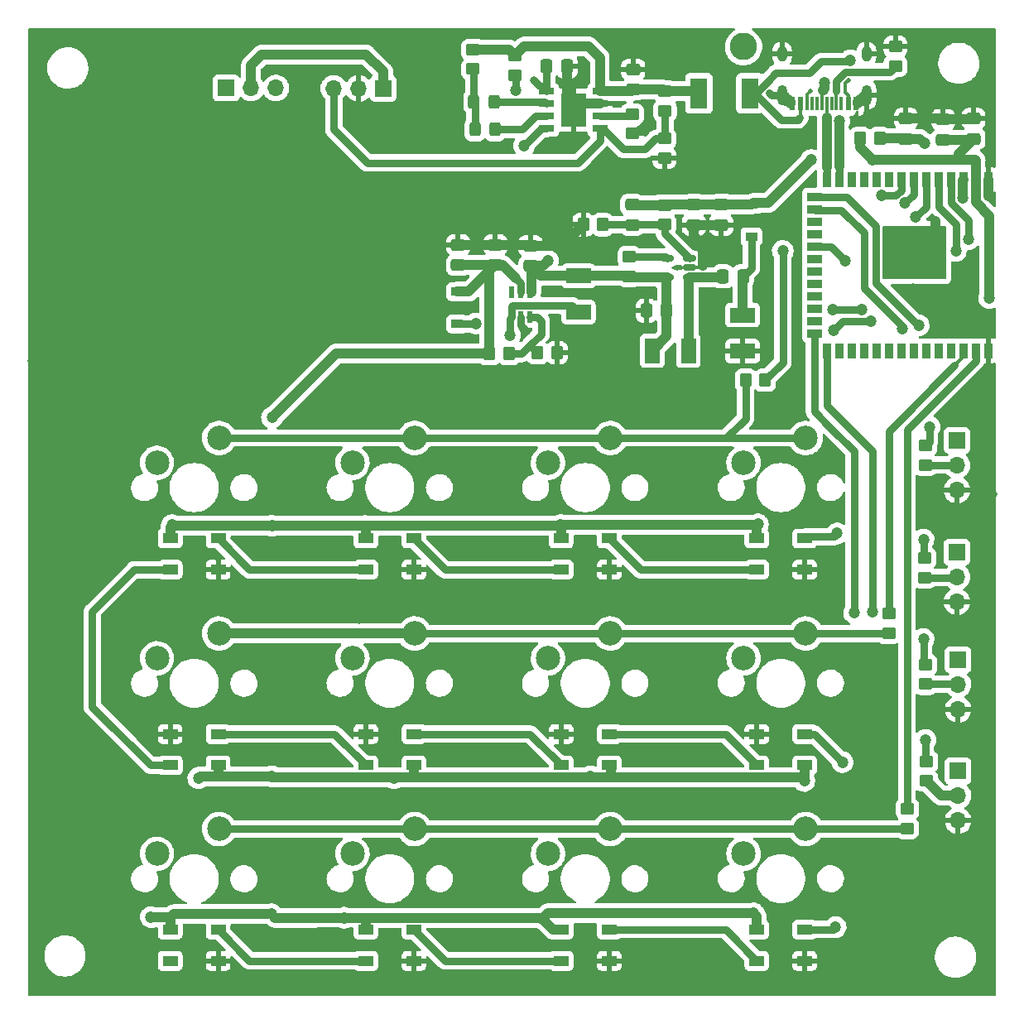
<source format=gtl>
G04 #@! TF.GenerationSoftware,KiCad,Pcbnew,(6.0.0)*
G04 #@! TF.CreationDate,2022-08-09T12:25:00+02:00*
G04 #@! TF.ProjectId,keyboard_v1.0,6b657962-6f61-4726-945f-76312e302e6b,rev?*
G04 #@! TF.SameCoordinates,Original*
G04 #@! TF.FileFunction,Copper,L1,Top*
G04 #@! TF.FilePolarity,Positive*
%FSLAX46Y46*%
G04 Gerber Fmt 4.6, Leading zero omitted, Abs format (unit mm)*
G04 Created by KiCad (PCBNEW (6.0.0)) date 2022-08-09 12:25:00*
%MOMM*%
%LPD*%
G01*
G04 APERTURE LIST*
G04 Aperture macros list*
%AMRoundRect*
0 Rectangle with rounded corners*
0 $1 Rounding radius*
0 $2 $3 $4 $5 $6 $7 $8 $9 X,Y pos of 4 corners*
0 Add a 4 corners polygon primitive as box body*
4,1,4,$2,$3,$4,$5,$6,$7,$8,$9,$2,$3,0*
0 Add four circle primitives for the rounded corners*
1,1,$1+$1,$2,$3*
1,1,$1+$1,$4,$5*
1,1,$1+$1,$6,$7*
1,1,$1+$1,$8,$9*
0 Add four rect primitives between the rounded corners*
20,1,$1+$1,$2,$3,$4,$5,0*
20,1,$1+$1,$4,$5,$6,$7,0*
20,1,$1+$1,$6,$7,$8,$9,0*
20,1,$1+$1,$8,$9,$2,$3,0*%
G04 Aperture macros list end*
G04 #@! TA.AperFunction,NonConductor*
%ADD10C,0.200000*%
G04 #@! TD*
G04 #@! TA.AperFunction,ComponentPad*
%ADD11C,2.500000*%
G04 #@! TD*
G04 #@! TA.AperFunction,SMDPad,CuDef*
%ADD12RoundRect,0.250000X-0.350000X-0.450000X0.350000X-0.450000X0.350000X0.450000X-0.350000X0.450000X0*%
G04 #@! TD*
G04 #@! TA.AperFunction,ComponentPad*
%ADD13R,1.700000X1.700000*%
G04 #@! TD*
G04 #@! TA.AperFunction,ComponentPad*
%ADD14O,1.700000X1.700000*%
G04 #@! TD*
G04 #@! TA.AperFunction,SMDPad,CuDef*
%ADD15R,2.500000X1.500000*%
G04 #@! TD*
G04 #@! TA.AperFunction,SMDPad,CuDef*
%ADD16R,1.500000X2.500000*%
G04 #@! TD*
G04 #@! TA.AperFunction,SMDPad,CuDef*
%ADD17R,1.525000X0.700000*%
G04 #@! TD*
G04 #@! TA.AperFunction,SMDPad,CuDef*
%ADD18R,2.513000X3.402000*%
G04 #@! TD*
G04 #@! TA.AperFunction,SMDPad,CuDef*
%ADD19RoundRect,0.250000X0.325000X0.450000X-0.325000X0.450000X-0.325000X-0.450000X0.325000X-0.450000X0*%
G04 #@! TD*
G04 #@! TA.AperFunction,ComponentPad*
%ADD20C,2.800000*%
G04 #@! TD*
G04 #@! TA.AperFunction,SMDPad,CuDef*
%ADD21RoundRect,0.250000X0.450000X-0.350000X0.450000X0.350000X-0.450000X0.350000X-0.450000X-0.350000X0*%
G04 #@! TD*
G04 #@! TA.AperFunction,SMDPad,CuDef*
%ADD22RoundRect,0.250000X0.475000X-0.337500X0.475000X0.337500X-0.475000X0.337500X-0.475000X-0.337500X0*%
G04 #@! TD*
G04 #@! TA.AperFunction,SMDPad,CuDef*
%ADD23RoundRect,0.250000X-0.450000X0.350000X-0.450000X-0.350000X0.450000X-0.350000X0.450000X0.350000X0*%
G04 #@! TD*
G04 #@! TA.AperFunction,SMDPad,CuDef*
%ADD24R,1.780000X3.150000*%
G04 #@! TD*
G04 #@! TA.AperFunction,SMDPad,CuDef*
%ADD25RoundRect,0.250000X-0.475000X0.337500X-0.475000X-0.337500X0.475000X-0.337500X0.475000X0.337500X0*%
G04 #@! TD*
G04 #@! TA.AperFunction,SMDPad,CuDef*
%ADD26RoundRect,0.250000X0.350000X0.450000X-0.350000X0.450000X-0.350000X-0.450000X0.350000X-0.450000X0*%
G04 #@! TD*
G04 #@! TA.AperFunction,SMDPad,CuDef*
%ADD27RoundRect,0.250000X-0.337500X-0.475000X0.337500X-0.475000X0.337500X0.475000X-0.337500X0.475000X0*%
G04 #@! TD*
G04 #@! TA.AperFunction,SMDPad,CuDef*
%ADD28R,1.500000X1.000000*%
G04 #@! TD*
G04 #@! TA.AperFunction,SMDPad,CuDef*
%ADD29R,1.200000X0.900000*%
G04 #@! TD*
G04 #@! TA.AperFunction,SMDPad,CuDef*
%ADD30R,0.900000X1.500000*%
G04 #@! TD*
G04 #@! TA.AperFunction,SMDPad,CuDef*
%ADD31R,1.500000X0.900000*%
G04 #@! TD*
G04 #@! TA.AperFunction,SMDPad,CuDef*
%ADD32R,0.900000X0.900000*%
G04 #@! TD*
G04 #@! TA.AperFunction,ComponentPad*
%ADD33C,0.600000*%
G04 #@! TD*
G04 #@! TA.AperFunction,SMDPad,CuDef*
%ADD34R,0.600000X1.450000*%
G04 #@! TD*
G04 #@! TA.AperFunction,SMDPad,CuDef*
%ADD35R,0.300000X1.450000*%
G04 #@! TD*
G04 #@! TA.AperFunction,ComponentPad*
%ADD36O,1.000000X2.100000*%
G04 #@! TD*
G04 #@! TA.AperFunction,ComponentPad*
%ADD37O,1.000000X1.600000*%
G04 #@! TD*
G04 #@! TA.AperFunction,SMDPad,CuDef*
%ADD38R,0.600000X1.200000*%
G04 #@! TD*
G04 #@! TA.AperFunction,SMDPad,CuDef*
%ADD39RoundRect,0.250000X0.337500X0.475000X-0.337500X0.475000X-0.337500X-0.475000X0.337500X-0.475000X0*%
G04 #@! TD*
G04 #@! TA.AperFunction,SMDPad,CuDef*
%ADD40RoundRect,0.150000X0.512500X0.150000X-0.512500X0.150000X-0.512500X-0.150000X0.512500X-0.150000X0*%
G04 #@! TD*
G04 #@! TA.AperFunction,ViaPad*
%ADD41C,0.500000*%
G04 #@! TD*
G04 #@! TA.AperFunction,ViaPad*
%ADD42C,0.800000*%
G04 #@! TD*
G04 #@! TA.AperFunction,ViaPad*
%ADD43C,1.200000*%
G04 #@! TD*
G04 #@! TA.AperFunction,Conductor*
%ADD44C,1.000000*%
G04 #@! TD*
G04 #@! TA.AperFunction,Conductor*
%ADD45C,0.750000*%
G04 #@! TD*
G04 #@! TA.AperFunction,Conductor*
%ADD46C,0.300000*%
G04 #@! TD*
G04 APERTURE END LIST*
D10*
X128000000Y-50800000D02*
X134300000Y-50800000D01*
X134300000Y-50800000D02*
X134300000Y-56100000D01*
X134300000Y-56100000D02*
X128000000Y-56100000D01*
X128000000Y-56100000D02*
X128000000Y-50800000D01*
G36*
X128000000Y-50800000D02*
G01*
X134300000Y-50800000D01*
X134300000Y-56100000D01*
X128000000Y-56100000D01*
X128000000Y-50800000D01*
G37*
D11*
X93690000Y-114960000D03*
X100040000Y-112420000D03*
D12*
X125600000Y-41800000D03*
X127600000Y-41800000D03*
D13*
X135625000Y-106475000D03*
D14*
X135625000Y-109015000D03*
X135625000Y-111555000D03*
D15*
X113600000Y-59850000D03*
X113600000Y-63550000D03*
D16*
X104350000Y-63500000D03*
X108050000Y-63500000D03*
D17*
X98984000Y-40775000D03*
X98984000Y-39505000D03*
X98984000Y-38235000D03*
X98984000Y-36965000D03*
X93560000Y-36965000D03*
X93560000Y-38235000D03*
X93560000Y-39505000D03*
X93560000Y-40775000D03*
D18*
X96272000Y-38870000D03*
D19*
X88149500Y-38055000D03*
X86099500Y-38055000D03*
D11*
X53690000Y-74960000D03*
X60040000Y-72420000D03*
D13*
X135525000Y-72675000D03*
D14*
X135525000Y-75215000D03*
X135525000Y-77755000D03*
D20*
X113689000Y-32411000D03*
D21*
X132200000Y-86700000D03*
X132200000Y-84700000D03*
D22*
X91900000Y-54837500D03*
X91900000Y-52762500D03*
D23*
X130441000Y-110349000D03*
X130441000Y-112349000D03*
D24*
X114342000Y-37163000D03*
X109112000Y-37163000D03*
D25*
X111400000Y-48562500D03*
X111400000Y-50637500D03*
D23*
X105653000Y-36959000D03*
X105653000Y-38959000D03*
D25*
X102300000Y-48562500D03*
X102300000Y-50637500D03*
D26*
X115900000Y-66500000D03*
X113900000Y-66500000D03*
D22*
X137200000Y-41837500D03*
X137200000Y-39762500D03*
D27*
X111562500Y-55900000D03*
X113637500Y-55900000D03*
D28*
X115050000Y-122700000D03*
X115050000Y-125900000D03*
X119950000Y-125900000D03*
X119950000Y-122700000D03*
D23*
X132300000Y-73200000D03*
X132300000Y-75200000D03*
D15*
X96800000Y-55850000D03*
X96800000Y-59550000D03*
D13*
X76849000Y-36682000D03*
D14*
X74309000Y-36682000D03*
X71769000Y-36682000D03*
D11*
X93690000Y-74960000D03*
X100040000Y-72420000D03*
D28*
X119950000Y-105900000D03*
X119950000Y-102700000D03*
X115050000Y-102700000D03*
X115050000Y-105900000D03*
D13*
X60775000Y-36622000D03*
D14*
X63315000Y-36622000D03*
X65855000Y-36622000D03*
D11*
X113690000Y-74960000D03*
X120040000Y-72420000D03*
D21*
X129217000Y-34404000D03*
X129217000Y-32404000D03*
D12*
X87700000Y-63800000D03*
X89700000Y-63800000D03*
D28*
X55050000Y-82700000D03*
X55050000Y-85900000D03*
X59950000Y-85900000D03*
X59950000Y-82700000D03*
X75050000Y-122700000D03*
X75050000Y-125900000D03*
X79950000Y-125900000D03*
X79950000Y-122700000D03*
D29*
X84400000Y-57450000D03*
X84400000Y-60750000D03*
D21*
X132300000Y-97600000D03*
X132300000Y-95600000D03*
D23*
X90339000Y-33313000D03*
X90339000Y-35313000D03*
D22*
X84500000Y-54737500D03*
X84500000Y-52662500D03*
D27*
X93536500Y-34436000D03*
X95611500Y-34436000D03*
D11*
X113690000Y-94960000D03*
X120040000Y-92420000D03*
X73690000Y-94960000D03*
X80040000Y-92420000D03*
D26*
X99300000Y-50600000D03*
X97300000Y-50600000D03*
D23*
X128539000Y-90403000D03*
X128539000Y-92403000D03*
D28*
X75050000Y-82700000D03*
X75050000Y-85900000D03*
X79950000Y-85900000D03*
X79950000Y-82700000D03*
X95050000Y-122700000D03*
X95050000Y-125900000D03*
X99950000Y-125900000D03*
X99950000Y-122700000D03*
X99950000Y-105900000D03*
X99950000Y-102700000D03*
X95050000Y-102700000D03*
X95050000Y-105900000D03*
X79950000Y-105900000D03*
X79950000Y-102700000D03*
X75050000Y-102700000D03*
X75050000Y-105900000D03*
D30*
X138696000Y-46001000D03*
X137426000Y-46001000D03*
X136156000Y-46001000D03*
X134886000Y-46001000D03*
X133616000Y-46001000D03*
X132346000Y-46001000D03*
X131076000Y-46001000D03*
X129806000Y-46001000D03*
X128536000Y-46001000D03*
X127266000Y-46001000D03*
X125996000Y-46001000D03*
X124726000Y-46001000D03*
X123456000Y-46001000D03*
X122186000Y-46001000D03*
D31*
X120936000Y-47766000D03*
X120936000Y-49036000D03*
X120936000Y-50301000D03*
X120936000Y-51576000D03*
X120936000Y-52846000D03*
X120936000Y-54116000D03*
X120936000Y-55386000D03*
X120936000Y-56656000D03*
X120936000Y-57926000D03*
X120936000Y-59196000D03*
X120936000Y-60466000D03*
X120936000Y-61736000D03*
D30*
X122186000Y-63501000D03*
X123456000Y-63501000D03*
X124726000Y-63501000D03*
X125996000Y-63501000D03*
X127266000Y-63501000D03*
X128536000Y-63501000D03*
X129806000Y-63501000D03*
X131076000Y-63501000D03*
X132346000Y-63501000D03*
X133616000Y-63501000D03*
X134886000Y-63501000D03*
X136156000Y-63501000D03*
X137426000Y-63501000D03*
X138696000Y-63501000D03*
D32*
X130976000Y-54651000D03*
X129576000Y-54651000D03*
D33*
X132376000Y-54651000D03*
X130976000Y-54651000D03*
D32*
X130976000Y-51851000D03*
X132376000Y-53251000D03*
D33*
X129576000Y-53251000D03*
D32*
X132376000Y-51851000D03*
X129576000Y-53251000D03*
D33*
X129576000Y-51851000D03*
X130976000Y-53251000D03*
D32*
X132376000Y-54651000D03*
D33*
X132376000Y-51851000D03*
X129576000Y-54651000D03*
D32*
X129571000Y-51851000D03*
D33*
X132376000Y-53251000D03*
D32*
X130976000Y-53251000D03*
D33*
X130976000Y-51851000D03*
D11*
X113690000Y-114960000D03*
X120040000Y-112420000D03*
D23*
X102300000Y-39300000D03*
X102300000Y-41300000D03*
X105600000Y-41800000D03*
X105600000Y-43800000D03*
D11*
X73690000Y-114960000D03*
X80040000Y-112420000D03*
D13*
X135625000Y-95100000D03*
D14*
X135625000Y-97640000D03*
X135625000Y-100180000D03*
D34*
X125190000Y-38244000D03*
X124390000Y-38244000D03*
D35*
X123190000Y-38244000D03*
X122190000Y-38244000D03*
X121690000Y-38244000D03*
X120690000Y-38244000D03*
D34*
X119490000Y-38244000D03*
X118690000Y-38244000D03*
X118690000Y-38244000D03*
X119490000Y-38244000D03*
D35*
X120190000Y-38244000D03*
X121190000Y-38244000D03*
X122690000Y-38244000D03*
X123690000Y-38244000D03*
D34*
X124390000Y-38244000D03*
X125190000Y-38244000D03*
D36*
X117620000Y-37329000D03*
X126260000Y-37329000D03*
D37*
X126260000Y-33149000D03*
X117620000Y-33149000D03*
D38*
X89950000Y-60050000D03*
X90900000Y-60050000D03*
X91850000Y-60050000D03*
X91850000Y-57550000D03*
X90900000Y-57550000D03*
X89950000Y-57550000D03*
D11*
X93690000Y-94960000D03*
X100040000Y-92420000D03*
D23*
X86020000Y-32696000D03*
X86020000Y-34696000D03*
X105600000Y-48600000D03*
X105600000Y-50600000D03*
D28*
X55050000Y-122700000D03*
X55050000Y-125900000D03*
X59950000Y-125900000D03*
X59950000Y-122700000D03*
X59950000Y-105900000D03*
X59950000Y-102700000D03*
X55050000Y-102700000D03*
X55050000Y-105900000D03*
D39*
X105837500Y-59400000D03*
X103762500Y-59400000D03*
D22*
X88300000Y-54737500D03*
X88300000Y-52662500D03*
D25*
X108600000Y-48562500D03*
X108600000Y-50637500D03*
D28*
X115050000Y-82700000D03*
X115050000Y-85900000D03*
X119950000Y-85900000D03*
X119950000Y-82700000D03*
D22*
X130300000Y-41837500D03*
X130300000Y-39762500D03*
D12*
X92600000Y-63700000D03*
X94600000Y-63700000D03*
D22*
X134100000Y-41937500D03*
X134100000Y-39862500D03*
D11*
X53690000Y-114960000D03*
X60040000Y-112420000D03*
D19*
X88271000Y-40870000D03*
X86221000Y-40870000D03*
D40*
X108137500Y-55950000D03*
X108137500Y-55000000D03*
X108137500Y-54050000D03*
X105862500Y-54050000D03*
X105862500Y-55950000D03*
D21*
X102000000Y-55900000D03*
X102000000Y-53900000D03*
D23*
X132400000Y-105500000D03*
X132400000Y-107500000D03*
D22*
X102403000Y-36794500D03*
X102403000Y-34719500D03*
D29*
X114500000Y-48550000D03*
X114500000Y-51850000D03*
D11*
X73690000Y-74960000D03*
X80040000Y-72420000D03*
X53690000Y-94960000D03*
X60040000Y-92420000D03*
D28*
X95050000Y-82700000D03*
X95050000Y-85900000D03*
X99950000Y-85900000D03*
X99950000Y-82700000D03*
D13*
X135500000Y-84100000D03*
D14*
X135500000Y-86640000D03*
X135500000Y-89180000D03*
D41*
X116300000Y-37100000D03*
X138700000Y-47700000D03*
X133300000Y-50200000D03*
X96907000Y-38235000D03*
X104000000Y-39900000D03*
D42*
X92267000Y-35876000D03*
X138300000Y-128900000D03*
X68413000Y-115791000D03*
X120000000Y-129000000D03*
X60424000Y-67295000D03*
X58414000Y-64195000D03*
X104232000Y-66576000D03*
X139000000Y-115000000D03*
X102650000Y-74350000D03*
X123249000Y-86097000D03*
X77210000Y-114096000D03*
X48484000Y-30948000D03*
X81900000Y-52500000D03*
X71094000Y-75076000D03*
X69500000Y-58800000D03*
X80598000Y-119421000D03*
X49480000Y-123554000D03*
X85028000Y-108940000D03*
X80300000Y-33400000D03*
X61849000Y-88532000D03*
X40990239Y-91982833D03*
X97502000Y-114022000D03*
X40977617Y-70984516D03*
X45513000Y-110229000D03*
X55735000Y-113110000D03*
X79000000Y-41600000D03*
X61600000Y-61700000D03*
X116100000Y-54300000D03*
D41*
X95300000Y-37500000D03*
D42*
X60817000Y-76584000D03*
X73747000Y-99185000D03*
X54953000Y-70776000D03*
D41*
X95300000Y-38900000D03*
D42*
X139000000Y-75200000D03*
X66000000Y-129000000D03*
X139000000Y-86900000D03*
X89385000Y-114878000D03*
X45220000Y-90751000D03*
X103822000Y-79265000D03*
X40990239Y-94995961D03*
X81800000Y-38300000D03*
X40974755Y-106984516D03*
X86257000Y-95387000D03*
X96674000Y-83342000D03*
X112488000Y-100264000D03*
X91693000Y-100302000D03*
X80365000Y-75132000D03*
X85615000Y-75747000D03*
X139000000Y-109000000D03*
X54953000Y-111658000D03*
X108900000Y-33200000D03*
X63209000Y-105403000D03*
X56200000Y-33400000D03*
X132600000Y-79600000D03*
X80365000Y-88927000D03*
X89580000Y-77757000D03*
X139100000Y-81000000D03*
X49759000Y-105459000D03*
X59672000Y-100451000D03*
X138700000Y-37700000D03*
X122020000Y-74852000D03*
X40926000Y-60065000D03*
X87000000Y-129000000D03*
X84051000Y-74965000D03*
X83539000Y-94456000D03*
X94523000Y-111137000D03*
X63163000Y-123163000D03*
X131600000Y-36500000D03*
X62940000Y-74686000D03*
X90000000Y-129000000D03*
D41*
X96600000Y-40100000D03*
D42*
X135800000Y-68600000D03*
X48700000Y-58800000D03*
X139200000Y-78200000D03*
X46267000Y-104700000D03*
X72267000Y-83342000D03*
X55623000Y-74071000D03*
X46560000Y-82373000D03*
X72400000Y-54100000D03*
X40974755Y-112986200D03*
X122206000Y-80139000D03*
X77182000Y-74518000D03*
X116956000Y-94195000D03*
X49145000Y-116796000D03*
X51770000Y-125118000D03*
X90200000Y-49900000D03*
X105833000Y-83789000D03*
X63974250Y-30969033D03*
X96115000Y-74462000D03*
X73263000Y-109350000D03*
X56068000Y-66960000D03*
X60982833Y-30969033D03*
X53613000Y-100879000D03*
X99382000Y-100450000D03*
D41*
X95300000Y-39500000D03*
D42*
X41000000Y-104000000D03*
X98800000Y-45800000D03*
X72000000Y-129000000D03*
X138900000Y-122700000D03*
D41*
X96600000Y-38900000D03*
D42*
X139000000Y-112000000D03*
X74166000Y-88760000D03*
X46500000Y-61300000D03*
X54674000Y-108754000D03*
X99000000Y-129000000D03*
X62519000Y-65954000D03*
X46644000Y-65618000D03*
X61264000Y-74462000D03*
D41*
X97200000Y-37500000D03*
D42*
X85615000Y-89765000D03*
X40974755Y-109988555D03*
X51970717Y-30969033D03*
X118300000Y-49200000D03*
X53166000Y-126012000D03*
X41038000Y-51017000D03*
X100400000Y-47300000D03*
X139000000Y-118000000D03*
X93700000Y-67300000D03*
X41038000Y-43086000D03*
X69999999Y-30987546D03*
X41001000Y-48820000D03*
X93000000Y-129000000D03*
X85885000Y-116107000D03*
X63608000Y-63357000D03*
X105889000Y-75803000D03*
X80756000Y-77143000D03*
D41*
X95300000Y-40100000D03*
D42*
X134300000Y-61400000D03*
X93741000Y-99706000D03*
X79400000Y-66900000D03*
X68972000Y-117578000D03*
X85289000Y-104993000D03*
X62000000Y-54500000D03*
X46392000Y-68802000D03*
X128500000Y-115500000D03*
X97204000Y-101233000D03*
X83437000Y-79265000D03*
X55623000Y-91831000D03*
X83502000Y-114692000D03*
X41000000Y-80000000D03*
X79600000Y-61800000D03*
X101393000Y-100301000D03*
X126060000Y-123814000D03*
X117627000Y-83453000D03*
X131000000Y-57000000D03*
X105898000Y-95274000D03*
X113200000Y-43600000D03*
X81000000Y-129000000D03*
X112116000Y-83937000D03*
D41*
X95300000Y-38200000D03*
D42*
X46225000Y-86227000D03*
X95700000Y-47500000D03*
X100500000Y-52300000D03*
X120084000Y-79376000D03*
X89832000Y-97174000D03*
X126000000Y-129000000D03*
X117500000Y-74100000D03*
X44759000Y-99506000D03*
X126300000Y-100300000D03*
X139000000Y-89800000D03*
X97400000Y-85800000D03*
X109800000Y-66600000D03*
X120300000Y-31800000D03*
X40977617Y-73975933D03*
X44759000Y-94982000D03*
X138800000Y-43000000D03*
X52700000Y-57600000D03*
X44000000Y-60400000D03*
X128700000Y-128900000D03*
X83129000Y-100302000D03*
X60900000Y-39900000D03*
X51099000Y-75300000D03*
X133000000Y-80900000D03*
X85727000Y-79209000D03*
X40959000Y-67075000D03*
X50706000Y-65787000D03*
X68800000Y-63000000D03*
X57991416Y-30969033D03*
X81700000Y-31300000D03*
X83046000Y-88872000D03*
X130600000Y-128900000D03*
X108728000Y-98290000D03*
X117000000Y-129000000D03*
X91535000Y-83622000D03*
X71252000Y-105515000D03*
X77209000Y-104249000D03*
X63000000Y-129000000D03*
X67400000Y-54100000D03*
X40990239Y-100978794D03*
X108500000Y-42700000D03*
X139100000Y-72000000D03*
X139100000Y-100800000D03*
X40918000Y-61929000D03*
X80700000Y-69000000D03*
X126500000Y-104900000D03*
X75000000Y-59400000D03*
X80970000Y-95387000D03*
X57690000Y-73066000D03*
D41*
X96600000Y-39500000D03*
D42*
X41038000Y-40703000D03*
X57466000Y-125844000D03*
X109529000Y-116703000D03*
X97500000Y-52900000D03*
X139000000Y-120200000D03*
D41*
X96000000Y-39500000D03*
D42*
X75000000Y-129000000D03*
X57000000Y-36100000D03*
X128800000Y-107000000D03*
X40974755Y-118994277D03*
X57802000Y-84459000D03*
X102000000Y-129000000D03*
X40963000Y-31730000D03*
X122700000Y-31900000D03*
D41*
X96000000Y-37500000D03*
D42*
X56573000Y-100488000D03*
X68900000Y-40100000D03*
X83911000Y-105477000D03*
X102200000Y-62800000D03*
X76300000Y-48900000D03*
X105000000Y-129000000D03*
D41*
X97200000Y-38900000D03*
D42*
X69139000Y-123331000D03*
D41*
X96000000Y-38900000D03*
D42*
X128300000Y-37700000D03*
X108500000Y-40400000D03*
X66987546Y-30987546D03*
X139100000Y-83800000D03*
X81343000Y-115660000D03*
X53555000Y-63441000D03*
X54000000Y-129000000D03*
X63021000Y-69054000D03*
X123200000Y-101300000D03*
X104902000Y-69555000D03*
X85500000Y-69600000D03*
X77544000Y-102685000D03*
X73784000Y-111025000D03*
X102268000Y-114990000D03*
X74389000Y-91050000D03*
X103831000Y-109275000D03*
X57000000Y-129000000D03*
X69474000Y-75467000D03*
X135300000Y-114000000D03*
X60000000Y-129000000D03*
X106010000Y-100450000D03*
X110500000Y-61600000D03*
X119100000Y-63700000D03*
X136900000Y-116600000D03*
X41075000Y-45171000D03*
X54841000Y-119030000D03*
X121034000Y-115772000D03*
X40990239Y-88978794D03*
X60700000Y-33900000D03*
X40990239Y-85999999D03*
X103376000Y-83286000D03*
X110600000Y-63400000D03*
X105554000Y-77925000D03*
X120513000Y-120128000D03*
X139100000Y-94900000D03*
X123000000Y-129000000D03*
X76679000Y-87475000D03*
X60231000Y-95126000D03*
X116500000Y-50900000D03*
X46057000Y-71985000D03*
X50932000Y-100432000D03*
X61934000Y-114897000D03*
X65100000Y-44800000D03*
X68000000Y-35200000D03*
X49424000Y-112887000D03*
X83600000Y-40800000D03*
X111600000Y-42000000D03*
X97000000Y-63400000D03*
X56684000Y-93116000D03*
X83800000Y-66600000D03*
X96400000Y-53900000D03*
X69000000Y-129000000D03*
X40990239Y-82995961D03*
X65341000Y-124113000D03*
X49759000Y-77701000D03*
X117441000Y-86432000D03*
X49591000Y-92836000D03*
X45178000Y-102103000D03*
X115800000Y-43400000D03*
X116342000Y-114245000D03*
X78000000Y-129000000D03*
X49759000Y-96020000D03*
X91500000Y-61500000D03*
X123007000Y-114394000D03*
X84000000Y-129000000D03*
X57500000Y-61500000D03*
X89348000Y-118527000D03*
X40974755Y-115990239D03*
X75700000Y-67200000D03*
X51714000Y-83733000D03*
X46560000Y-78603000D03*
X69474000Y-114395000D03*
X50764000Y-115177000D03*
X82200000Y-62100000D03*
X41001000Y-57980000D03*
X79741000Y-100004000D03*
X77461000Y-83286000D03*
X74500000Y-39900000D03*
X40935000Y-69384000D03*
X86300000Y-50000000D03*
X78800000Y-49800000D03*
X139000000Y-106000000D03*
X40819000Y-64527000D03*
X82981000Y-109089000D03*
X41000000Y-77000000D03*
X117534000Y-123032000D03*
X53974000Y-88699000D03*
X139100000Y-98200000D03*
X114164000Y-100785000D03*
X100900000Y-61300000D03*
X111000000Y-129000000D03*
X108970000Y-114878000D03*
X97623000Y-65933000D03*
X54057000Y-69557000D03*
X41038000Y-46884000D03*
X40964000Y-55485000D03*
X132100000Y-128900000D03*
X136500000Y-60900000D03*
X101141000Y-66435000D03*
X133000000Y-114300000D03*
X71100000Y-49600000D03*
D41*
X97200000Y-40100000D03*
D42*
X94272000Y-88760000D03*
X58639000Y-114730000D03*
D41*
X96000000Y-40100000D03*
D42*
X54115000Y-97975000D03*
X108961000Y-83398000D03*
X100806000Y-88536000D03*
X108514000Y-77366000D03*
X104100000Y-52500000D03*
X102621000Y-94679000D03*
X62428000Y-100525000D03*
X41000000Y-38432000D03*
X105833000Y-89709000D03*
X106549000Y-110616000D03*
X86145000Y-98701000D03*
X40990239Y-97999999D03*
X97241000Y-103541000D03*
X90278000Y-104919000D03*
X62600000Y-41700000D03*
X100200000Y-31500000D03*
X117552000Y-104471000D03*
X116200000Y-61000000D03*
X62300000Y-58100000D03*
X96000000Y-129000000D03*
X120419000Y-100748000D03*
X80000000Y-51700000D03*
X108000000Y-129000000D03*
X118600000Y-67000000D03*
X51770000Y-123498000D03*
X63163000Y-83398000D03*
X47105000Y-111653000D03*
X69642000Y-83454000D03*
D41*
X97200000Y-39500000D03*
D42*
X126500000Y-109600000D03*
X91879000Y-105663000D03*
X120494000Y-75709000D03*
X56906000Y-71651000D03*
X126400000Y-118200000D03*
X51000000Y-129000000D03*
X57746000Y-123610000D03*
X100918000Y-75523000D03*
X86229000Y-83957000D03*
X41001000Y-53065000D03*
X139100000Y-92500000D03*
X54999999Y-30969033D03*
X103152000Y-88816000D03*
D41*
X96600000Y-37500000D03*
D42*
X106300000Y-31700000D03*
X139000000Y-69100000D03*
X62986000Y-94456000D03*
X114000000Y-129000000D03*
X46141000Y-75587000D03*
X71000000Y-43300000D03*
X55500000Y-55200000D03*
X68900000Y-37500000D03*
X110800000Y-53600000D03*
X105805000Y-116814000D03*
X72890000Y-100488000D03*
X92100000Y-47400000D03*
X121834000Y-88927000D03*
X57466000Y-103504000D03*
X100536000Y-94977000D03*
X73700000Y-52400000D03*
D41*
X96000000Y-38200000D03*
D43*
X119900000Y-107505000D03*
X72857000Y-121485000D03*
X115155000Y-81264000D03*
X65401000Y-121129000D03*
X55249000Y-81326000D03*
X65428000Y-107019000D03*
X77958000Y-107219000D03*
X65473000Y-81404000D03*
X65462000Y-70325000D03*
X93108000Y-121600000D03*
X94983000Y-81338000D03*
X114727000Y-121041000D03*
X98001000Y-107035000D03*
X74926000Y-81434000D03*
X57928000Y-107213000D03*
X53071000Y-121420000D03*
X126900000Y-44000000D03*
X138800000Y-58100000D03*
X120600000Y-44000000D03*
X132200000Y-42300000D03*
X136100000Y-47900000D03*
X93700000Y-54300000D03*
X130200000Y-48400000D03*
X131300000Y-49800000D03*
X125800000Y-59325500D03*
X122800000Y-59300000D03*
X135400000Y-53300000D03*
X126700000Y-60500000D03*
X122900000Y-61400000D03*
X136700000Y-52100000D03*
X124100000Y-54300000D03*
X123272000Y-82190000D03*
X123807000Y-105565000D03*
X123104000Y-122457000D03*
X121976000Y-36108000D03*
X123485500Y-39955000D03*
X127800000Y-47625500D03*
X117700000Y-53300000D03*
D41*
X124383505Y-35823516D03*
D43*
X124591000Y-33809000D03*
D41*
X120566000Y-36916000D03*
D43*
X131600000Y-60900000D03*
X132700000Y-71300000D03*
X129900000Y-61200000D03*
X132100000Y-82800000D03*
X132300000Y-103300000D03*
X125000000Y-90300000D03*
X126900000Y-90200000D03*
X132100000Y-93000000D03*
X86300000Y-60700000D03*
X89800000Y-61900000D03*
X91251000Y-42556000D03*
X90412000Y-36828000D03*
D44*
X95611500Y-38209500D02*
X96272000Y-38870000D01*
X95611500Y-34436000D02*
X95611500Y-38209500D01*
D45*
X116529000Y-37329000D02*
X116310412Y-37110412D01*
X117620000Y-37329000D02*
X116529000Y-37329000D01*
D44*
X129576000Y-54651000D02*
X132376000Y-54651000D01*
X129576000Y-51851000D02*
X129576000Y-54651000D01*
X130976000Y-51851000D02*
X130976000Y-54651000D01*
X132376000Y-51851000D02*
X132376000Y-54651000D01*
X129576000Y-53251000D02*
X132376000Y-53251000D01*
X129576000Y-51851000D02*
X129576000Y-53251000D01*
X129571000Y-51851000D02*
X130976000Y-51851000D01*
X132376000Y-51851000D02*
X130976000Y-51851000D01*
X133300000Y-50927000D02*
X132376000Y-51851000D01*
X133300000Y-50200000D02*
X133300000Y-50927000D01*
X138696000Y-47696000D02*
X138700000Y-47700000D01*
X138696000Y-46001000D02*
X138696000Y-47696000D01*
D45*
X136700000Y-50161010D02*
X134886000Y-48347010D01*
X134886000Y-48347010D02*
X134886000Y-46001000D01*
X136700000Y-52100000D02*
X136700000Y-50161010D01*
X133616000Y-48816000D02*
X133616000Y-46001000D01*
X135400000Y-50600000D02*
X133616000Y-48816000D01*
X135400000Y-53300000D02*
X135400000Y-50600000D01*
X102300000Y-41300000D02*
X102600000Y-41300000D01*
X102600000Y-41300000D02*
X104000000Y-39900000D01*
D44*
X76849000Y-34949000D02*
X76849000Y-36682000D01*
D45*
X92840000Y-36449000D02*
X92267000Y-35876000D01*
D44*
X75100000Y-33200000D02*
X76849000Y-34949000D01*
D45*
X93560000Y-36965000D02*
X93560000Y-36449000D01*
X93560000Y-36449000D02*
X93560000Y-34459500D01*
D44*
X63315000Y-34285000D02*
X64400000Y-33200000D01*
X64400000Y-33200000D02*
X75100000Y-33200000D01*
D45*
X93560000Y-36449000D02*
X92840000Y-36449000D01*
D44*
X63315000Y-36622000D02*
X63315000Y-34285000D01*
D45*
X93560000Y-34459500D02*
X93536500Y-34436000D01*
D44*
X134100000Y-39862500D02*
X137100000Y-39862500D01*
D45*
X90900000Y-60900000D02*
X90900000Y-60050000D01*
D46*
X109300000Y-55000000D02*
X109500000Y-54800000D01*
X108137500Y-55000000D02*
X109300000Y-55000000D01*
D44*
X117775000Y-37329000D02*
X118490489Y-38044489D01*
X109500000Y-54800000D02*
X109500000Y-52700000D01*
X130300000Y-39762500D02*
X134000000Y-39762500D01*
X137100000Y-39862500D02*
X137200000Y-39762500D01*
X126105000Y-37329000D02*
X125389511Y-38044489D01*
X117620000Y-37329000D02*
X117775000Y-37329000D01*
X96907000Y-38235000D02*
X96272000Y-38870000D01*
X91800000Y-52662500D02*
X91900000Y-52762500D01*
X108600000Y-51800000D02*
X108600000Y-50637500D01*
X126260000Y-37329000D02*
X126105000Y-37329000D01*
X95137500Y-52762500D02*
X97300000Y-50600000D01*
X98984000Y-38235000D02*
X96907000Y-38235000D01*
X108600000Y-50637500D02*
X111400000Y-50637500D01*
X118490489Y-38044489D02*
X118490489Y-38244000D01*
X125389511Y-38044489D02*
X125389511Y-38244000D01*
X91900000Y-52762500D02*
X95137500Y-52762500D01*
X84500000Y-52662500D02*
X88300000Y-52662500D01*
X134000000Y-39762500D02*
X134100000Y-39862500D01*
X88300000Y-52662500D02*
X91800000Y-52662500D01*
X109500000Y-52700000D02*
X108600000Y-51800000D01*
D45*
X91500000Y-61500000D02*
X90900000Y-60900000D01*
D44*
X75050000Y-121723000D02*
X75277000Y-121496000D01*
X79950000Y-105900000D02*
X79950000Y-106965000D01*
X100125000Y-107135000D02*
X119530000Y-107135000D01*
X65768000Y-121496000D02*
X65401000Y-121129000D01*
X77958000Y-107219000D02*
X77903000Y-107164000D01*
X75050000Y-122700000D02*
X75050000Y-121723000D01*
X75050000Y-81558000D02*
X74926000Y-81434000D01*
X93004000Y-121496000D02*
X75277000Y-121496000D01*
X84400000Y-57450000D02*
X85587500Y-57450000D01*
X55050000Y-81525000D02*
X55249000Y-81326000D01*
X59950000Y-106844000D02*
X60125000Y-107019000D01*
X74280000Y-121485000D02*
X74291000Y-121496000D01*
X77903000Y-107164000D02*
X65573000Y-107164000D01*
X65428000Y-107019000D02*
X60125000Y-107019000D01*
X60125000Y-107019000D02*
X58122000Y-107019000D01*
X57950000Y-107191000D02*
X57928000Y-107213000D01*
X95050000Y-81405000D02*
X95050000Y-82700000D01*
X95050000Y-122700000D02*
X94208000Y-122700000D01*
X115050000Y-122700000D02*
X115050000Y-121364000D01*
X115116000Y-81303000D02*
X115155000Y-81264000D01*
X115050000Y-81369000D02*
X115050000Y-82700000D01*
X95018000Y-81303000D02*
X115116000Y-81303000D01*
X119900000Y-105950000D02*
X119950000Y-105900000D01*
X119530000Y-107135000D02*
X119900000Y-107505000D01*
X55050000Y-121488000D02*
X55409000Y-121129000D01*
X80149000Y-107164000D02*
X97872000Y-107164000D01*
X72857000Y-121485000D02*
X74280000Y-121485000D01*
X77958000Y-107219000D02*
X78013000Y-107164000D01*
X94208000Y-122700000D02*
X93108000Y-121600000D01*
X119900000Y-107505000D02*
X119900000Y-105950000D01*
X114727000Y-121041000D02*
X93667000Y-121041000D01*
X87700000Y-55337500D02*
X88300000Y-54737500D01*
X115155000Y-81264000D02*
X115050000Y-81369000D01*
X97872000Y-107164000D02*
X98001000Y-107035000D01*
X59950000Y-105900000D02*
X59950000Y-106844000D01*
X75050000Y-82700000D02*
X75050000Y-81558000D01*
X94983000Y-81338000D02*
X95050000Y-81405000D01*
X65401000Y-121129000D02*
X55409000Y-121129000D01*
X69901000Y-121496000D02*
X65768000Y-121496000D01*
X94933000Y-81388000D02*
X94983000Y-81338000D01*
X55249000Y-81326000D02*
X55327000Y-81404000D01*
X79950000Y-106965000D02*
X80149000Y-107164000D01*
X74972000Y-81388000D02*
X94933000Y-81388000D01*
X71987000Y-63800000D02*
X65462000Y-70325000D01*
X74291000Y-121496000D02*
X75277000Y-121496000D01*
X98101000Y-107135000D02*
X98001000Y-107035000D01*
X69912000Y-121485000D02*
X69901000Y-121496000D01*
X74896000Y-81404000D02*
X65473000Y-81404000D01*
D45*
X90900000Y-56600000D02*
X90400000Y-56100000D01*
D44*
X89037500Y-54737500D02*
X90400000Y-56100000D01*
X55327000Y-81404000D02*
X65473000Y-81404000D01*
X84500000Y-54737500D02*
X88300000Y-54737500D01*
X93667000Y-121041000D02*
X93108000Y-121600000D01*
X55050000Y-122700000D02*
X55050000Y-121488000D01*
X115050000Y-121364000D02*
X114727000Y-121041000D01*
X55050000Y-82700000D02*
X55050000Y-81525000D01*
X74926000Y-81434000D02*
X74972000Y-81388000D01*
X58122000Y-107019000D02*
X57928000Y-107213000D01*
X100125000Y-107135000D02*
X100125000Y-106075000D01*
X74926000Y-81434000D02*
X74896000Y-81404000D01*
D45*
X90900000Y-57550000D02*
X90900000Y-56600000D01*
D44*
X85587500Y-57450000D02*
X88300000Y-54737500D01*
X88300000Y-54737500D02*
X89037500Y-54737500D01*
X87700000Y-63800000D02*
X71987000Y-63800000D01*
X53071000Y-121420000D02*
X55118000Y-121420000D01*
X100125000Y-107135000D02*
X98101000Y-107135000D01*
X87700000Y-63800000D02*
X87700000Y-55337500D01*
X100125000Y-106075000D02*
X99950000Y-105900000D01*
X78013000Y-107164000D02*
X80149000Y-107164000D01*
X55118000Y-121420000D02*
X55409000Y-121129000D01*
X94983000Y-81338000D02*
X95018000Y-81303000D01*
X93108000Y-121600000D02*
X93004000Y-121496000D01*
X65573000Y-107164000D02*
X65428000Y-107019000D01*
X72857000Y-121485000D02*
X69912000Y-121485000D01*
X108600000Y-48562500D02*
X105637500Y-48562500D01*
X125600000Y-42700000D02*
X126900000Y-44000000D01*
X105637500Y-48562500D02*
X105600000Y-48600000D01*
X137400000Y-44000000D02*
X137426000Y-44026000D01*
X138800000Y-58100000D02*
X138800000Y-49700000D01*
X137426000Y-44026000D02*
X137426000Y-46001000D01*
X135700000Y-43337500D02*
X135700000Y-44000000D01*
X111400000Y-48562500D02*
X108600000Y-48562500D01*
X135700000Y-44000000D02*
X137400000Y-44000000D01*
X114650000Y-48400000D02*
X114500000Y-48550000D01*
X137426000Y-48326000D02*
X137426000Y-46001000D01*
X105600000Y-48600000D02*
X102337500Y-48600000D01*
X137100000Y-41937500D02*
X137200000Y-41837500D01*
X116200000Y-48400000D02*
X114650000Y-48400000D01*
X120600000Y-44000000D02*
X116200000Y-48400000D01*
X125600000Y-41800000D02*
X125600000Y-42700000D01*
X134100000Y-41937500D02*
X137100000Y-41937500D01*
X111412500Y-48550000D02*
X111400000Y-48562500D01*
X114500000Y-48550000D02*
X111412500Y-48550000D01*
X138800000Y-49700000D02*
X137426000Y-48326000D01*
X129700000Y-44000000D02*
X126900000Y-44000000D01*
X102337500Y-48600000D02*
X102300000Y-48562500D01*
X129700000Y-44000000D02*
X135700000Y-44000000D01*
X137200000Y-41837500D02*
X135700000Y-43337500D01*
X131737500Y-41837500D02*
X132200000Y-42300000D01*
X130300000Y-41837500D02*
X131737500Y-41837500D01*
X130262500Y-41800000D02*
X130300000Y-41837500D01*
X127600000Y-41800000D02*
X130262500Y-41800000D01*
X136100000Y-46057000D02*
X136156000Y-46001000D01*
X136100000Y-47900000D02*
X136100000Y-46057000D01*
X108050000Y-63500000D02*
X108050000Y-56087020D01*
X111562500Y-55900000D02*
X111462980Y-55999520D01*
X111462980Y-55999520D02*
X108298118Y-55999520D01*
X108050000Y-56087020D02*
X108137500Y-55999520D01*
X92912500Y-55850000D02*
X91900000Y-54837500D01*
X96800000Y-55850000D02*
X92912500Y-55850000D01*
X91974520Y-54912020D02*
X91974520Y-57550000D01*
X91900000Y-54837500D02*
X93162500Y-54837500D01*
X105837500Y-55975000D02*
X105862500Y-55950000D01*
X101950000Y-55850000D02*
X102000000Y-55900000D01*
X91900000Y-54837500D02*
X91974520Y-54912020D01*
X102050000Y-55950000D02*
X102000000Y-55900000D01*
X105837500Y-62012500D02*
X105837500Y-59400000D01*
X104350000Y-63500000D02*
X105837500Y-62012500D01*
X105862500Y-55950000D02*
X102050000Y-55950000D01*
X96800000Y-55850000D02*
X101950000Y-55850000D01*
X105837500Y-59400000D02*
X105837500Y-55975000D01*
X93162500Y-54837500D02*
X93700000Y-54300000D01*
D45*
X131076000Y-46001000D02*
X131076000Y-47524000D01*
X131076000Y-47524000D02*
X130200000Y-48400000D01*
X132346000Y-46001000D02*
X132346000Y-48754000D01*
X132346000Y-48754000D02*
X131300000Y-49800000D01*
X125800000Y-59325500D02*
X125774500Y-59300000D01*
X125774500Y-59300000D02*
X122800000Y-59300000D01*
X123800000Y-60500000D02*
X122900000Y-61400000D01*
X126700000Y-60500000D02*
X123800000Y-60500000D01*
X122646000Y-52846000D02*
X124100000Y-54300000D01*
X120134000Y-82516000D02*
X119950000Y-82700000D01*
X120936000Y-52846000D02*
X122646000Y-52846000D01*
X122946000Y-82516000D02*
X120134000Y-82516000D01*
X123272000Y-82190000D02*
X122946000Y-82516000D01*
X103150000Y-85900000D02*
X99950000Y-82700000D01*
X115050000Y-85900000D02*
X103150000Y-85900000D01*
X99950000Y-102700000D02*
X111850000Y-102700000D01*
X111850000Y-102700000D02*
X115050000Y-105900000D01*
X119950000Y-102700000D02*
X120942000Y-102700000D01*
X119950000Y-122700000D02*
X122861000Y-122700000D01*
X122861000Y-122700000D02*
X123104000Y-122457000D01*
X120942000Y-102700000D02*
X123807000Y-105565000D01*
X99950000Y-122700000D02*
X111850000Y-122700000D01*
X111850000Y-122700000D02*
X115050000Y-125900000D01*
X95050000Y-85900000D02*
X83150000Y-85900000D01*
X83150000Y-85900000D02*
X79950000Y-82700000D01*
X91850000Y-102700000D02*
X95050000Y-105900000D01*
X79950000Y-102700000D02*
X91850000Y-102700000D01*
X79950000Y-122700000D02*
X83150000Y-125900000D01*
X83150000Y-125900000D02*
X95050000Y-125900000D01*
X75050000Y-85900000D02*
X63150000Y-85900000D01*
X63150000Y-85900000D02*
X59950000Y-82700000D01*
X71850000Y-102700000D02*
X75050000Y-105900000D01*
X59950000Y-102700000D02*
X71850000Y-102700000D01*
X59950000Y-122700000D02*
X63150000Y-125900000D01*
X63150000Y-125900000D02*
X75050000Y-125900000D01*
X51332000Y-85900000D02*
X47069000Y-90163000D01*
X53050000Y-105900000D02*
X55050000Y-105900000D01*
X55050000Y-85900000D02*
X51332000Y-85900000D01*
X47069000Y-99919000D02*
X53050000Y-105900000D01*
X47069000Y-90163000D02*
X47069000Y-99919000D01*
D44*
X97845000Y-32387000D02*
X98984000Y-33526000D01*
X102403000Y-36794500D02*
X105488500Y-36794500D01*
X89722000Y-32696000D02*
X90339000Y-33313000D01*
X102232500Y-36965000D02*
X102403000Y-36794500D01*
X105488500Y-36794500D02*
X105653000Y-36959000D01*
X98984000Y-36965000D02*
X102232500Y-36965000D01*
X90339000Y-33313000D02*
X91265000Y-32387000D01*
X91265000Y-32387000D02*
X97845000Y-32387000D01*
X105653000Y-36959000D02*
X108908000Y-36959000D01*
X86020000Y-32696000D02*
X89722000Y-32696000D01*
X98984000Y-33526000D02*
X98984000Y-36965000D01*
X108908000Y-36959000D02*
X109112000Y-37163000D01*
D45*
X93380000Y-38055000D02*
X93560000Y-38235000D01*
X88149500Y-38055000D02*
X93380000Y-38055000D01*
X86221000Y-40870000D02*
X86221000Y-38176500D01*
X86099500Y-38055000D02*
X86099500Y-34775500D01*
X86221000Y-38176500D02*
X86099500Y-38055000D01*
X86099500Y-34775500D02*
X86020000Y-34696000D01*
X92459000Y-39505000D02*
X93560000Y-39505000D01*
X91094000Y-40870000D02*
X92459000Y-39505000D01*
X88271000Y-40870000D02*
X91094000Y-40870000D01*
D44*
X121976000Y-36722000D02*
X121878511Y-36819489D01*
D45*
X123456000Y-46001000D02*
X123456000Y-44632000D01*
D44*
X121976000Y-36108000D02*
X121976000Y-36722000D01*
X123456000Y-44632000D02*
X123456000Y-39984500D01*
D46*
X121690000Y-36963489D02*
X121834000Y-36819489D01*
X121690000Y-38244000D02*
X121690000Y-36963489D01*
D44*
X123456000Y-39984500D02*
X123485500Y-39955000D01*
X121878511Y-36819489D02*
X121834000Y-36819489D01*
D45*
X122186000Y-46001000D02*
X122186000Y-44689000D01*
D46*
X122186000Y-39668511D02*
X122190000Y-39664511D01*
X122190000Y-39664511D02*
X122190000Y-38244000D01*
D44*
X122186000Y-44689000D02*
X122186000Y-39668511D01*
D45*
X117700000Y-64700000D02*
X115900000Y-66500000D01*
X129260522Y-47625500D02*
X127800000Y-47625500D01*
X129806000Y-47080022D02*
X129260522Y-47625500D01*
X129806000Y-46001000D02*
X129806000Y-47080022D01*
X117700000Y-53300000D02*
X117700000Y-64700000D01*
X128539000Y-71761000D02*
X128539000Y-71839000D01*
D46*
X136156000Y-63501000D02*
X136156000Y-64144000D01*
X136156000Y-64144000D02*
X135300000Y-65000000D01*
D45*
X135300000Y-65000000D02*
X128539000Y-71761000D01*
X128539000Y-71839000D02*
X128539000Y-90403000D01*
X137426000Y-64580022D02*
X130411000Y-71595022D01*
D44*
X130411000Y-110319000D02*
X130441000Y-110349000D01*
D45*
X137426000Y-63501000D02*
X137426000Y-64580022D01*
X130411000Y-71595022D02*
X130411000Y-72511000D01*
X130411000Y-72511000D02*
X130411000Y-110319000D01*
D46*
X119490000Y-39653000D02*
X119455000Y-39688000D01*
D45*
X124442000Y-33932000D02*
X124565000Y-33809000D01*
D46*
X124105479Y-36101542D02*
X124383505Y-35823516D01*
D45*
X116084000Y-35994000D02*
X116961000Y-35117000D01*
D46*
X119490000Y-38244000D02*
X119490000Y-39653000D01*
D45*
X119998000Y-35117000D02*
X120443000Y-35117000D01*
X114342000Y-37163000D02*
X114844000Y-37163000D01*
X116961000Y-35117000D02*
X119998000Y-35117000D01*
D46*
X124390000Y-37383629D02*
X124105479Y-37099108D01*
D45*
X114844000Y-37163000D02*
X117591000Y-39910000D01*
X114342000Y-37163000D02*
X114915000Y-37163000D01*
X120788000Y-34772000D02*
X121628000Y-33932000D01*
X119233000Y-39910000D02*
X119455000Y-39688000D01*
X120443000Y-35117000D02*
X120788000Y-34772000D01*
D46*
X124390000Y-38244000D02*
X124390000Y-37383629D01*
D45*
X117591000Y-39910000D02*
X119233000Y-39910000D01*
X114915000Y-37163000D02*
X116084000Y-35994000D01*
X121628000Y-33932000D02*
X124442000Y-33932000D01*
X124565000Y-33809000D02*
X124591000Y-33809000D01*
D46*
X124105479Y-37099108D02*
X124105479Y-36101542D01*
X120190000Y-37292000D02*
X120566000Y-36916000D01*
X120190000Y-38244000D02*
X120190000Y-37292000D01*
D45*
X123150511Y-36899511D02*
X123150511Y-35890489D01*
D46*
X123190000Y-38244000D02*
X123190000Y-36969000D01*
D45*
X128637489Y-34983511D02*
X129217000Y-34404000D01*
X124057489Y-34983511D02*
X128637489Y-34983511D01*
X123150511Y-35890489D02*
X124057489Y-34983511D01*
X123171000Y-36920000D02*
X123150511Y-36899511D01*
X60040000Y-72420000D02*
X111920000Y-72420000D01*
X120040000Y-72420000D02*
X117320000Y-72420000D01*
X113900000Y-70440000D02*
X111920000Y-72420000D01*
X111920000Y-72420000D02*
X117320000Y-72420000D01*
X113900000Y-66500000D02*
X113900000Y-70440000D01*
D44*
X128522000Y-92420000D02*
X128539000Y-92403000D01*
X60040000Y-92420000D02*
X80040000Y-92420000D01*
D45*
X118040000Y-92420000D02*
X98040000Y-92420000D01*
X98040000Y-92420000D02*
X78040000Y-92420000D01*
X126276000Y-92420000D02*
X128522000Y-92420000D01*
X126276000Y-92420000D02*
X118040000Y-92420000D01*
D44*
X130441000Y-112349000D02*
X130370000Y-112420000D01*
D45*
X60040000Y-112420000D02*
X130370000Y-112420000D01*
X126900000Y-50400000D02*
X127200000Y-50700000D01*
X132700000Y-72800000D02*
X132300000Y-73200000D01*
X124266000Y-47766000D02*
X126900000Y-50400000D01*
X120936000Y-47766000D02*
X124266000Y-47766000D01*
X127200000Y-50700000D02*
X127200000Y-56600000D01*
X127200000Y-56600000D02*
X131500000Y-60900000D01*
X132700000Y-71300000D02*
X132700000Y-72800000D01*
X131500000Y-60900000D02*
X131600000Y-60900000D01*
X121000000Y-49100000D02*
X120936000Y-49036000D01*
X132100000Y-82800000D02*
X132100000Y-84600000D01*
X129900000Y-61000000D02*
X126000000Y-57100000D01*
X132100000Y-84600000D02*
X132200000Y-84700000D01*
X123700000Y-49100000D02*
X121000000Y-49100000D01*
X126000000Y-57100000D02*
X126000000Y-51400000D01*
X129900000Y-61200000D02*
X129900000Y-61000000D01*
X126000000Y-51400000D02*
X123700000Y-49100000D01*
X120936000Y-61736000D02*
X120936000Y-69736000D01*
X125000000Y-73800000D02*
X125000000Y-90300000D01*
X132300000Y-105400000D02*
X132400000Y-105500000D01*
X120936000Y-69736000D02*
X122600000Y-71400000D01*
X122600000Y-71400000D02*
X125000000Y-73800000D01*
X132300000Y-103300000D02*
X132300000Y-105400000D01*
X132100000Y-95400000D02*
X132300000Y-95600000D01*
X122186000Y-63501000D02*
X122186000Y-69086000D01*
X132100000Y-93000000D02*
X132100000Y-95400000D01*
X122186000Y-69086000D02*
X125400000Y-72300000D01*
X126900000Y-73800000D02*
X126900000Y-90200000D01*
X125400000Y-72300000D02*
X126900000Y-73800000D01*
D44*
X113600000Y-59850000D02*
X113600000Y-55937500D01*
D45*
X114500000Y-51850000D02*
X114500000Y-55037500D01*
X114500000Y-55037500D02*
X113637500Y-55900000D01*
D44*
X113600000Y-55937500D02*
X113637500Y-55900000D01*
D45*
X105600000Y-50600000D02*
X105600000Y-51512500D01*
X105600000Y-51512500D02*
X108137500Y-54050000D01*
X105600000Y-50600000D02*
X99300000Y-50600000D01*
X89950000Y-58950978D02*
X89950000Y-60050000D01*
X90025489Y-58875489D02*
X89950000Y-58950978D01*
X86250000Y-60750000D02*
X86300000Y-60700000D01*
X96800000Y-59550000D02*
X96125489Y-58875489D01*
X96125489Y-58875489D02*
X90025489Y-58875489D01*
X89800000Y-61900000D02*
X89800000Y-60200000D01*
X84400000Y-60750000D02*
X86250000Y-60750000D01*
X89800000Y-60200000D02*
X89950000Y-60050000D01*
X98984000Y-42016000D02*
X98984000Y-40775000D01*
X105653000Y-41747000D02*
X105600000Y-41800000D01*
X71769000Y-40869000D02*
X75200000Y-44300000D01*
X101400000Y-42900000D02*
X99275000Y-40775000D01*
X105653000Y-38959000D02*
X105653000Y-41747000D01*
X104700000Y-41800000D02*
X103600000Y-42900000D01*
X96700000Y-44300000D02*
X98984000Y-42016000D01*
X105600000Y-41800000D02*
X104700000Y-41800000D01*
X103600000Y-42900000D02*
X101400000Y-42900000D01*
X75200000Y-44300000D02*
X96700000Y-44300000D01*
X99275000Y-40775000D02*
X98984000Y-40775000D01*
X71769000Y-36682000D02*
X71769000Y-40869000D01*
X102095000Y-39505000D02*
X102300000Y-39300000D01*
X98984000Y-39505000D02*
X102095000Y-39505000D01*
X90412000Y-36828000D02*
X90412000Y-35386000D01*
X93032000Y-40775000D02*
X91251000Y-42556000D01*
X90412000Y-35386000D02*
X90339000Y-35313000D01*
X93560000Y-40775000D02*
X93032000Y-40775000D01*
X135510000Y-75200000D02*
X135525000Y-75215000D01*
X132300000Y-75200000D02*
X135510000Y-75200000D01*
X132200000Y-86700000D02*
X135440000Y-86700000D01*
X135440000Y-86700000D02*
X135500000Y-86640000D01*
D44*
X132400000Y-107500000D02*
X133915000Y-109015000D01*
X133915000Y-109015000D02*
X135625000Y-109015000D01*
D45*
X135585000Y-97600000D02*
X135625000Y-97640000D01*
X132300000Y-97600000D02*
X135585000Y-97600000D01*
X91850000Y-62950000D02*
X92600000Y-63700000D01*
X91850000Y-60050000D02*
X92550000Y-60050000D01*
X93000000Y-60500000D02*
X93000000Y-61800000D01*
X89700000Y-63800000D02*
X91000000Y-63800000D01*
X93000000Y-61800000D02*
X91850000Y-62950000D01*
X91000000Y-63800000D02*
X91850000Y-62950000D01*
X92550000Y-60050000D02*
X93000000Y-60500000D01*
X105712500Y-53900000D02*
X105862500Y-54050000D01*
X102000000Y-53900000D02*
X105712500Y-53900000D01*
G04 #@! TA.AperFunction,Conductor*
G36*
X112764304Y-30528002D02*
G01*
X112810797Y-30581658D01*
X112820901Y-30651932D01*
X112791407Y-30716512D01*
X112754266Y-30745814D01*
X112689264Y-30779580D01*
X112685649Y-30782163D01*
X112685643Y-30782167D01*
X112472990Y-30934131D01*
X112472986Y-30934134D01*
X112469369Y-30936719D01*
X112273808Y-31123275D01*
X112235433Y-31171954D01*
X112127504Y-31308862D01*
X112106485Y-31335524D01*
X112104253Y-31339366D01*
X112104250Y-31339371D01*
X111972974Y-31565377D01*
X111972971Y-31565384D01*
X111970736Y-31569231D01*
X111969062Y-31573364D01*
X111873461Y-31809394D01*
X111869272Y-31819735D01*
X111868201Y-31824048D01*
X111868199Y-31824053D01*
X111805189Y-32077714D01*
X111804116Y-32082035D01*
X111803662Y-32086463D01*
X111803662Y-32086465D01*
X111782326Y-32294713D01*
X111776569Y-32350899D01*
X111776744Y-32355351D01*
X111784572Y-32554575D01*
X111787180Y-32620963D01*
X111801465Y-32699183D01*
X111834754Y-32881452D01*
X111835737Y-32886837D01*
X111840767Y-32901914D01*
X111901714Y-33084593D01*
X111921272Y-33143217D01*
X111947343Y-33195393D01*
X112037944Y-33376713D01*
X112042078Y-33384987D01*
X112075151Y-33432840D01*
X112181648Y-33586928D01*
X112195744Y-33607324D01*
X112293800Y-33713400D01*
X112372374Y-33798400D01*
X112379205Y-33805790D01*
X112588799Y-33976427D01*
X112592617Y-33978726D01*
X112592619Y-33978727D01*
X112794071Y-34100011D01*
X112820346Y-34115830D01*
X112824441Y-34117564D01*
X112824443Y-34117565D01*
X113065124Y-34219480D01*
X113065131Y-34219482D01*
X113069225Y-34221216D01*
X113151681Y-34243079D01*
X113326172Y-34289345D01*
X113326177Y-34289346D01*
X113330469Y-34290484D01*
X113334878Y-34291006D01*
X113334884Y-34291007D01*
X113456798Y-34305436D01*
X113598868Y-34322251D01*
X113869064Y-34315883D01*
X113873459Y-34315151D01*
X113873464Y-34315151D01*
X114131267Y-34272241D01*
X114131271Y-34272240D01*
X114135669Y-34271508D01*
X114325792Y-34211380D01*
X114389114Y-34191354D01*
X114389116Y-34191353D01*
X114393360Y-34190011D01*
X114397371Y-34188085D01*
X114397376Y-34188083D01*
X114632979Y-34074948D01*
X114632980Y-34074947D01*
X114636998Y-34073018D01*
X114769654Y-33984380D01*
X114858013Y-33925341D01*
X114858017Y-33925338D01*
X114861721Y-33922863D01*
X114865038Y-33919892D01*
X114865042Y-33919889D01*
X115059729Y-33745512D01*
X115063045Y-33742542D01*
X115236953Y-33535654D01*
X115240022Y-33530734D01*
X115377614Y-33310111D01*
X115377615Y-33310109D01*
X115379975Y-33306325D01*
X115489258Y-33059133D01*
X115540657Y-32876885D01*
X116612000Y-32876885D01*
X116616475Y-32892124D01*
X116617865Y-32893329D01*
X116625548Y-32895000D01*
X117347885Y-32895000D01*
X117363124Y-32890525D01*
X117364329Y-32889135D01*
X117366000Y-32881452D01*
X117366000Y-32876885D01*
X117874000Y-32876885D01*
X117878475Y-32892124D01*
X117879865Y-32893329D01*
X117887548Y-32895000D01*
X118609885Y-32895000D01*
X118625124Y-32890525D01*
X118626329Y-32889135D01*
X118628000Y-32881452D01*
X118628000Y-32802343D01*
X118627699Y-32796195D01*
X118614188Y-32658397D01*
X118611805Y-32646362D01*
X118558233Y-32468924D01*
X118553559Y-32457584D01*
X118466540Y-32293923D01*
X118459751Y-32283706D01*
X118342603Y-32140067D01*
X118333959Y-32131363D01*
X118191144Y-32013216D01*
X118180973Y-32006356D01*
X118017924Y-31918196D01*
X118006619Y-31913444D01*
X117891308Y-31877750D01*
X117877205Y-31877544D01*
X117874000Y-31884299D01*
X117874000Y-32876885D01*
X117366000Y-32876885D01*
X117366000Y-31891076D01*
X117362027Y-31877545D01*
X117354232Y-31876425D01*
X117246479Y-31908138D01*
X117235111Y-31912731D01*
X117070846Y-31998607D01*
X117060585Y-32005321D01*
X116916127Y-32121468D01*
X116907368Y-32130046D01*
X116788222Y-32272039D01*
X116781292Y-32282159D01*
X116691998Y-32444585D01*
X116687166Y-32455858D01*
X116631120Y-32632538D01*
X116628570Y-32644532D01*
X116612393Y-32788761D01*
X116612000Y-32795785D01*
X116612000Y-32876885D01*
X115540657Y-32876885D01*
X115562620Y-32799008D01*
X115580959Y-32662475D01*
X115598172Y-32534324D01*
X115598173Y-32534316D01*
X115598599Y-32531142D01*
X115599857Y-32491127D01*
X115602274Y-32414222D01*
X115602274Y-32414217D01*
X115602375Y-32411000D01*
X115598607Y-32357774D01*
X115583602Y-32145852D01*
X115583287Y-32141403D01*
X115526402Y-31877185D01*
X115524747Y-31872697D01*
X115434397Y-31627796D01*
X115432856Y-31623619D01*
X115403510Y-31569231D01*
X115306629Y-31389678D01*
X115306629Y-31389677D01*
X115304516Y-31385762D01*
X115143942Y-31168362D01*
X114954338Y-30975756D01*
X114877556Y-30917158D01*
X114743028Y-30814489D01*
X114743024Y-30814487D01*
X114739487Y-30811787D01*
X114618328Y-30743935D01*
X114568666Y-30693198D01*
X114554318Y-30623666D01*
X114579840Y-30557415D01*
X114637128Y-30515480D01*
X114679894Y-30508000D01*
X139366000Y-30508000D01*
X139434121Y-30528002D01*
X139480614Y-30581658D01*
X139492000Y-30634000D01*
X139492000Y-44656345D01*
X139471998Y-44724466D01*
X139418342Y-44770959D01*
X139348068Y-44781063D01*
X139321770Y-44774327D01*
X139263605Y-44752522D01*
X139248351Y-44748895D01*
X139197486Y-44743369D01*
X139190672Y-44743000D01*
X138968115Y-44743000D01*
X138952876Y-44747475D01*
X138951671Y-44748865D01*
X138950000Y-44756548D01*
X138950000Y-47240884D01*
X138954475Y-47256123D01*
X138955865Y-47257328D01*
X138963548Y-47258999D01*
X139190669Y-47258999D01*
X139197490Y-47258629D01*
X139248352Y-47253105D01*
X139263603Y-47249479D01*
X139321770Y-47227673D01*
X139392577Y-47222490D01*
X139454946Y-47256410D01*
X139489075Y-47318665D01*
X139492000Y-47345655D01*
X139492000Y-48661576D01*
X139471998Y-48729697D01*
X139418342Y-48776190D01*
X139348068Y-48786294D01*
X139283488Y-48756800D01*
X139276905Y-48750671D01*
X138471405Y-47945171D01*
X138437379Y-47882859D01*
X138434500Y-47856076D01*
X138434500Y-47293478D01*
X138437379Y-47266696D01*
X138442000Y-47245453D01*
X138442000Y-44761116D01*
X138439604Y-44752956D01*
X138434500Y-44717458D01*
X138434500Y-44087850D01*
X138435237Y-44074242D01*
X138436950Y-44058475D01*
X138439325Y-44036612D01*
X138434947Y-43986570D01*
X138434621Y-43981788D01*
X138434500Y-43979310D01*
X138434500Y-43976231D01*
X138434201Y-43973177D01*
X138434200Y-43973166D01*
X138430313Y-43933529D01*
X138430191Y-43932215D01*
X138422623Y-43845718D01*
X138422087Y-43839587D01*
X138420600Y-43834468D01*
X138420080Y-43829167D01*
X138393209Y-43740166D01*
X138392874Y-43739033D01*
X138368630Y-43655586D01*
X138368628Y-43655582D01*
X138366909Y-43649664D01*
X138364456Y-43644932D01*
X138362916Y-43639831D01*
X138355248Y-43625410D01*
X138319269Y-43557740D01*
X138318657Y-43556574D01*
X138278729Y-43479547D01*
X138275892Y-43474074D01*
X138272569Y-43469911D01*
X138270066Y-43465204D01*
X138258704Y-43451272D01*
X138211261Y-43393102D01*
X138210433Y-43392075D01*
X138181469Y-43355792D01*
X138181464Y-43355787D01*
X138179262Y-43353028D01*
X138176761Y-43350527D01*
X138176119Y-43349809D01*
X138172406Y-43345461D01*
X138162124Y-43332854D01*
X138145065Y-43311938D01*
X138140324Y-43308016D01*
X138135975Y-43303636D01*
X138136187Y-43303426D01*
X138132604Y-43299794D01*
X138132207Y-43300183D01*
X138127898Y-43295783D01*
X138124032Y-43290975D01*
X138085578Y-43258708D01*
X138081931Y-43255528D01*
X138080119Y-43253885D01*
X138077925Y-43251691D01*
X138044651Y-43224358D01*
X138043853Y-43223696D01*
X137972526Y-43163846D01*
X137967856Y-43161278D01*
X137963739Y-43157897D01*
X137899823Y-43123626D01*
X137849242Y-43073809D01*
X137833622Y-43004552D01*
X137857925Y-42937845D01*
X137919489Y-42893060D01*
X137991993Y-42868870D01*
X137991995Y-42868869D01*
X137998946Y-42866550D01*
X138149348Y-42773478D01*
X138198358Y-42724383D01*
X138269134Y-42653483D01*
X138274305Y-42648303D01*
X138297716Y-42610323D01*
X138363275Y-42503968D01*
X138363276Y-42503966D01*
X138367115Y-42497738D01*
X138422797Y-42329861D01*
X138425359Y-42304861D01*
X138433172Y-42228598D01*
X138433500Y-42225400D01*
X138433500Y-41449600D01*
X138427947Y-41396080D01*
X138423238Y-41350692D01*
X138423237Y-41350688D01*
X138422526Y-41343834D01*
X138419939Y-41336078D01*
X138368868Y-41183002D01*
X138366550Y-41176054D01*
X138273478Y-41025652D01*
X138246200Y-40998421D01*
X138182727Y-40935059D01*
X138148303Y-40900695D01*
X138143765Y-40897898D01*
X138103176Y-40840647D01*
X138099946Y-40769724D01*
X138135572Y-40708313D01*
X138144068Y-40700938D01*
X138154207Y-40692902D01*
X138268739Y-40578171D01*
X138277751Y-40566760D01*
X138362816Y-40428757D01*
X138368963Y-40415576D01*
X138420138Y-40261290D01*
X138423005Y-40247914D01*
X138432672Y-40153562D01*
X138433000Y-40147146D01*
X138433000Y-40034615D01*
X138428525Y-40019376D01*
X138427135Y-40018171D01*
X138419452Y-40016500D01*
X135985116Y-40016500D01*
X135969877Y-40020975D01*
X135968672Y-40022365D01*
X135967001Y-40030048D01*
X135967001Y-40147095D01*
X135967338Y-40153614D01*
X135977257Y-40249206D01*
X135980149Y-40262600D01*
X136031588Y-40416784D01*
X136037761Y-40429962D01*
X136123063Y-40567807D01*
X136132099Y-40579208D01*
X136246828Y-40693738D01*
X136255762Y-40700794D01*
X136296823Y-40758712D01*
X136300053Y-40829635D01*
X136264426Y-40891046D01*
X136256588Y-40897849D01*
X136250652Y-40901522D01*
X136249540Y-40902636D01*
X136185915Y-40928384D01*
X136173470Y-40929000D01*
X135222163Y-40929000D01*
X135154042Y-40908998D01*
X135107549Y-40855342D01*
X135097445Y-40785068D01*
X135126939Y-40720488D01*
X135132990Y-40713982D01*
X135168739Y-40678171D01*
X135177751Y-40666760D01*
X135262816Y-40528757D01*
X135268963Y-40515576D01*
X135320138Y-40361290D01*
X135323005Y-40347914D01*
X135332672Y-40253562D01*
X135333000Y-40247146D01*
X135333000Y-40134615D01*
X135328525Y-40119376D01*
X135327135Y-40118171D01*
X135319452Y-40116500D01*
X132885116Y-40116500D01*
X132869877Y-40120975D01*
X132868672Y-40122365D01*
X132867001Y-40130048D01*
X132867001Y-40247095D01*
X132867338Y-40253614D01*
X132877257Y-40349206D01*
X132880149Y-40362600D01*
X132931588Y-40516784D01*
X132937761Y-40529962D01*
X133023063Y-40667807D01*
X133032099Y-40679208D01*
X133146828Y-40793738D01*
X133155762Y-40800794D01*
X133196823Y-40858712D01*
X133200053Y-40929635D01*
X133164426Y-40991046D01*
X133156593Y-40997846D01*
X133150652Y-41001522D01*
X133025695Y-41126697D01*
X133021855Y-41132927D01*
X133021854Y-41132928D01*
X133003274Y-41163070D01*
X132932885Y-41277262D01*
X132930935Y-41283140D01*
X132884327Y-41336078D01*
X132816050Y-41355541D01*
X132749810Y-41336106D01*
X132710290Y-41311171D01*
X132705404Y-41308088D01*
X132611214Y-41270510D01*
X132568809Y-41242575D01*
X132494355Y-41168121D01*
X132485253Y-41157978D01*
X132465397Y-41133282D01*
X132461532Y-41128475D01*
X132423078Y-41096208D01*
X132419431Y-41093028D01*
X132417619Y-41091385D01*
X132415425Y-41089191D01*
X132382151Y-41061858D01*
X132381353Y-41061196D01*
X132310026Y-41001346D01*
X132305356Y-40998778D01*
X132301239Y-40995397D01*
X132243355Y-40964360D01*
X132219414Y-40951523D01*
X132218255Y-40950894D01*
X132142119Y-40909038D01*
X132142111Y-40909035D01*
X132136713Y-40906067D01*
X132131631Y-40904455D01*
X132126937Y-40901938D01*
X132037969Y-40874738D01*
X132036941Y-40874418D01*
X131948194Y-40846265D01*
X131942898Y-40845671D01*
X131937802Y-40844113D01*
X131845243Y-40834710D01*
X131844107Y-40834589D01*
X131810492Y-40830819D01*
X131797770Y-40829392D01*
X131797766Y-40829392D01*
X131794273Y-40829000D01*
X131790746Y-40829000D01*
X131789761Y-40828945D01*
X131784081Y-40828498D01*
X131754675Y-40825511D01*
X131747163Y-40824748D01*
X131747161Y-40824748D01*
X131741038Y-40824126D01*
X131698759Y-40828123D01*
X131695391Y-40828441D01*
X131683533Y-40829000D01*
X131422163Y-40829000D01*
X131354042Y-40808998D01*
X131307549Y-40755342D01*
X131297445Y-40685068D01*
X131326939Y-40620488D01*
X131332990Y-40613982D01*
X131368739Y-40578171D01*
X131377751Y-40566760D01*
X131462816Y-40428757D01*
X131468963Y-40415576D01*
X131520138Y-40261290D01*
X131523005Y-40247914D01*
X131532672Y-40153562D01*
X131533000Y-40147146D01*
X131533000Y-40034615D01*
X131528525Y-40019376D01*
X131527135Y-40018171D01*
X131519452Y-40016500D01*
X129085116Y-40016500D01*
X129069877Y-40020975D01*
X129068672Y-40022365D01*
X129067001Y-40030048D01*
X129067001Y-40147095D01*
X129067338Y-40153614D01*
X129077257Y-40249206D01*
X129080149Y-40262600D01*
X129131588Y-40416784D01*
X129137761Y-40429962D01*
X129223063Y-40567807D01*
X129236646Y-40584945D01*
X129234751Y-40586447D01*
X129263292Y-40638609D01*
X129258289Y-40709430D01*
X129215792Y-40766302D01*
X129149293Y-40791171D01*
X129140195Y-40791500D01*
X128516306Y-40791500D01*
X128448185Y-40771498D01*
X128434298Y-40760317D01*
X128434229Y-40760404D01*
X128428483Y-40755866D01*
X128423303Y-40750695D01*
X128404918Y-40739362D01*
X128278968Y-40661725D01*
X128278966Y-40661724D01*
X128272738Y-40657885D01*
X128112254Y-40604655D01*
X128111389Y-40604368D01*
X128111387Y-40604368D01*
X128104861Y-40602203D01*
X128098025Y-40601503D01*
X128098022Y-40601502D01*
X128054969Y-40597091D01*
X128000400Y-40591500D01*
X127199600Y-40591500D01*
X127196354Y-40591837D01*
X127196350Y-40591837D01*
X127100692Y-40601762D01*
X127100688Y-40601763D01*
X127093834Y-40602474D01*
X127087298Y-40604655D01*
X127087296Y-40604655D01*
X126980255Y-40640367D01*
X126926054Y-40658450D01*
X126775652Y-40751522D01*
X126696922Y-40830390D01*
X126689216Y-40838109D01*
X126626934Y-40872188D01*
X126556114Y-40867185D01*
X126511025Y-40838264D01*
X126428483Y-40755866D01*
X126423303Y-40750695D01*
X126404918Y-40739362D01*
X126278968Y-40661725D01*
X126278966Y-40661724D01*
X126272738Y-40657885D01*
X126112254Y-40604655D01*
X126111389Y-40604368D01*
X126111387Y-40604368D01*
X126104861Y-40602203D01*
X126098025Y-40601503D01*
X126098022Y-40601502D01*
X126054969Y-40597091D01*
X126000400Y-40591500D01*
X125199600Y-40591500D01*
X125196354Y-40591837D01*
X125196350Y-40591837D01*
X125100692Y-40601762D01*
X125100688Y-40601763D01*
X125093834Y-40602474D01*
X125087298Y-40604655D01*
X125087296Y-40604655D01*
X124980255Y-40640367D01*
X124926054Y-40658450D01*
X124775652Y-40751522D01*
X124770479Y-40756704D01*
X124679673Y-40847668D01*
X124617390Y-40881747D01*
X124546570Y-40876744D01*
X124489697Y-40834247D01*
X124464829Y-40767748D01*
X124464500Y-40758650D01*
X124464500Y-40508538D01*
X124480566Y-40446972D01*
X124499680Y-40412842D01*
X124499681Y-40412840D01*
X124502504Y-40407799D01*
X124504360Y-40402332D01*
X124504362Y-40402327D01*
X124566134Y-40220352D01*
X124566135Y-40220347D01*
X124567990Y-40214883D01*
X124597223Y-40013263D01*
X124598749Y-39955000D01*
X124580108Y-39752126D01*
X124574518Y-39732306D01*
X124547837Y-39637702D01*
X124548344Y-39590385D01*
X132867000Y-39590385D01*
X132871475Y-39605624D01*
X132872865Y-39606829D01*
X132880548Y-39608500D01*
X133827885Y-39608500D01*
X133843124Y-39604025D01*
X133844329Y-39602635D01*
X133846000Y-39594952D01*
X133846000Y-39590385D01*
X134354000Y-39590385D01*
X134358475Y-39605624D01*
X134359865Y-39606829D01*
X134367548Y-39608500D01*
X135314884Y-39608500D01*
X135330123Y-39604025D01*
X135331328Y-39602635D01*
X135332999Y-39594952D01*
X135332999Y-39490385D01*
X135967000Y-39490385D01*
X135971475Y-39505624D01*
X135972865Y-39506829D01*
X135980548Y-39508500D01*
X136927885Y-39508500D01*
X136943124Y-39504025D01*
X136944329Y-39502635D01*
X136946000Y-39494952D01*
X136946000Y-39490385D01*
X137454000Y-39490385D01*
X137458475Y-39505624D01*
X137459865Y-39506829D01*
X137467548Y-39508500D01*
X138414884Y-39508500D01*
X138430123Y-39504025D01*
X138431328Y-39502635D01*
X138432999Y-39494952D01*
X138432999Y-39377905D01*
X138432662Y-39371386D01*
X138422743Y-39275794D01*
X138419851Y-39262400D01*
X138368412Y-39108216D01*
X138362239Y-39095038D01*
X138276937Y-38957193D01*
X138267901Y-38945792D01*
X138153171Y-38831261D01*
X138141760Y-38822249D01*
X138003757Y-38737184D01*
X137990576Y-38731037D01*
X137836290Y-38679862D01*
X137822914Y-38676995D01*
X137728562Y-38667328D01*
X137722145Y-38667000D01*
X137472115Y-38667000D01*
X137456876Y-38671475D01*
X137455671Y-38672865D01*
X137454000Y-38680548D01*
X137454000Y-39490385D01*
X136946000Y-39490385D01*
X136946000Y-38685116D01*
X136941525Y-38669877D01*
X136940135Y-38668672D01*
X136932452Y-38667001D01*
X136677905Y-38667001D01*
X136671386Y-38667338D01*
X136575794Y-38677257D01*
X136562400Y-38680149D01*
X136408216Y-38731588D01*
X136395038Y-38737761D01*
X136257193Y-38823063D01*
X136245792Y-38832099D01*
X136131261Y-38946829D01*
X136122249Y-38958240D01*
X136037184Y-39096243D01*
X136031037Y-39109424D01*
X135979862Y-39263710D01*
X135976995Y-39277086D01*
X135967328Y-39371438D01*
X135967000Y-39377853D01*
X135967000Y-39490385D01*
X135332999Y-39490385D01*
X135332999Y-39477905D01*
X135332662Y-39471386D01*
X135322743Y-39375794D01*
X135319851Y-39362400D01*
X135268412Y-39208216D01*
X135262239Y-39195038D01*
X135176937Y-39057193D01*
X135167901Y-39045792D01*
X135053171Y-38931261D01*
X135041760Y-38922249D01*
X134903757Y-38837184D01*
X134890576Y-38831037D01*
X134736290Y-38779862D01*
X134722914Y-38776995D01*
X134628562Y-38767328D01*
X134622145Y-38767000D01*
X134372115Y-38767000D01*
X134356876Y-38771475D01*
X134355671Y-38772865D01*
X134354000Y-38780548D01*
X134354000Y-39590385D01*
X133846000Y-39590385D01*
X133846000Y-38785116D01*
X133841525Y-38769877D01*
X133840135Y-38768672D01*
X133832452Y-38767001D01*
X133577905Y-38767001D01*
X133571386Y-38767338D01*
X133475794Y-38777257D01*
X133462400Y-38780149D01*
X133308216Y-38831588D01*
X133295038Y-38837761D01*
X133157193Y-38923063D01*
X133145792Y-38932099D01*
X133031261Y-39046829D01*
X133022249Y-39058240D01*
X132937184Y-39196243D01*
X132931037Y-39209424D01*
X132879862Y-39363710D01*
X132876995Y-39377086D01*
X132867328Y-39471438D01*
X132867000Y-39477855D01*
X132867000Y-39590385D01*
X124548344Y-39590385D01*
X124548597Y-39566709D01*
X124587618Y-39507397D01*
X124625951Y-39490385D01*
X129067000Y-39490385D01*
X129071475Y-39505624D01*
X129072865Y-39506829D01*
X129080548Y-39508500D01*
X130027885Y-39508500D01*
X130043124Y-39504025D01*
X130044329Y-39502635D01*
X130046000Y-39494952D01*
X130046000Y-39490385D01*
X130554000Y-39490385D01*
X130558475Y-39505624D01*
X130559865Y-39506829D01*
X130567548Y-39508500D01*
X131514884Y-39508500D01*
X131530123Y-39504025D01*
X131531328Y-39502635D01*
X131532999Y-39494952D01*
X131532999Y-39377905D01*
X131532662Y-39371386D01*
X131522743Y-39275794D01*
X131519851Y-39262400D01*
X131468412Y-39108216D01*
X131462239Y-39095038D01*
X131376937Y-38957193D01*
X131367901Y-38945792D01*
X131253171Y-38831261D01*
X131241760Y-38822249D01*
X131103757Y-38737184D01*
X131090576Y-38731037D01*
X130936290Y-38679862D01*
X130922914Y-38676995D01*
X130828562Y-38667328D01*
X130822145Y-38667000D01*
X130572115Y-38667000D01*
X130556876Y-38671475D01*
X130555671Y-38672865D01*
X130554000Y-38680548D01*
X130554000Y-39490385D01*
X130046000Y-39490385D01*
X130046000Y-38685116D01*
X130041525Y-38669877D01*
X130040135Y-38668672D01*
X130032452Y-38667001D01*
X129777905Y-38667001D01*
X129771386Y-38667338D01*
X129675794Y-38677257D01*
X129662400Y-38680149D01*
X129508216Y-38731588D01*
X129495038Y-38737761D01*
X129357193Y-38823063D01*
X129345792Y-38832099D01*
X129231261Y-38946829D01*
X129222249Y-38958240D01*
X129137184Y-39096243D01*
X129131037Y-39109424D01*
X129079862Y-39263710D01*
X129076995Y-39277086D01*
X129067328Y-39371438D01*
X129067000Y-39377853D01*
X129067000Y-39490385D01*
X124625951Y-39490385D01*
X124652511Y-39478598D01*
X124669106Y-39477500D01*
X124738134Y-39477500D01*
X124778720Y-39473091D01*
X124805933Y-39473091D01*
X124838517Y-39476631D01*
X124845328Y-39477000D01*
X124917885Y-39477000D01*
X124933124Y-39472525D01*
X124934329Y-39471135D01*
X124937275Y-39457590D01*
X124971299Y-39395278D01*
X124984818Y-39383556D01*
X125053261Y-39332261D01*
X125140615Y-39215705D01*
X125191745Y-39079316D01*
X125192598Y-39071464D01*
X125192599Y-39071460D01*
X125192737Y-39070185D01*
X125193122Y-39069259D01*
X125194425Y-39063778D01*
X125195312Y-39063989D01*
X125219979Y-39004623D01*
X125278341Y-38964196D01*
X125349296Y-38961740D01*
X125410314Y-38998035D01*
X125442023Y-39061557D01*
X125444000Y-39083792D01*
X125444000Y-39458884D01*
X125448475Y-39474123D01*
X125449865Y-39475328D01*
X125457548Y-39476999D01*
X125534669Y-39476999D01*
X125541490Y-39476629D01*
X125592352Y-39471105D01*
X125607604Y-39467479D01*
X125728054Y-39422324D01*
X125743649Y-39413786D01*
X125845724Y-39337285D01*
X125858285Y-39324724D01*
X125934786Y-39222649D01*
X125943324Y-39207054D01*
X125988478Y-39086606D01*
X125992105Y-39071351D01*
X125997631Y-39020486D01*
X125998000Y-39013672D01*
X125998000Y-38888934D01*
X126005665Y-38854892D01*
X126006000Y-38850648D01*
X126006000Y-38836924D01*
X126514000Y-38836924D01*
X126517973Y-38850455D01*
X126525768Y-38851575D01*
X126633521Y-38819862D01*
X126644889Y-38815269D01*
X126809154Y-38729393D01*
X126819415Y-38722679D01*
X126963873Y-38606532D01*
X126972632Y-38597954D01*
X127091778Y-38455961D01*
X127098708Y-38445841D01*
X127188002Y-38283415D01*
X127192834Y-38272142D01*
X127248880Y-38095462D01*
X127251430Y-38083468D01*
X127267607Y-37939239D01*
X127268000Y-37932215D01*
X127268000Y-37601115D01*
X127263525Y-37585876D01*
X127262135Y-37584671D01*
X127254452Y-37583000D01*
X126532115Y-37583000D01*
X126516876Y-37587475D01*
X126515671Y-37588865D01*
X126514000Y-37596548D01*
X126514000Y-38836924D01*
X126006000Y-38836924D01*
X126006000Y-38516115D01*
X126001525Y-38500876D01*
X126000135Y-38499671D01*
X125992452Y-38498000D01*
X125462115Y-38498000D01*
X125446876Y-38502475D01*
X125437710Y-38513053D01*
X125413596Y-38557214D01*
X125351284Y-38591239D01*
X125280468Y-38586175D01*
X125223632Y-38543628D01*
X125198821Y-38477108D01*
X125198500Y-38468119D01*
X125198500Y-38012137D01*
X125218502Y-37944016D01*
X125272158Y-37897523D01*
X125342432Y-37887419D01*
X125407012Y-37916913D01*
X125445396Y-37976639D01*
X125448475Y-37987124D01*
X125449865Y-37988329D01*
X125457548Y-37990000D01*
X125987885Y-37990000D01*
X126003124Y-37985525D01*
X126004329Y-37984135D01*
X126006000Y-37976452D01*
X126006000Y-37601115D01*
X126001525Y-37585876D01*
X126000135Y-37584671D01*
X125992452Y-37583000D01*
X125530674Y-37583000D01*
X125462553Y-37562998D01*
X125416060Y-37509342D01*
X125405956Y-37439068D01*
X125435450Y-37374488D01*
X125444101Y-37365452D01*
X125463527Y-37347082D01*
X125463529Y-37347080D01*
X125468485Y-37342393D01*
X125472317Y-37336755D01*
X125472320Y-37336751D01*
X125566442Y-37198255D01*
X125570277Y-37192612D01*
X125585638Y-37154206D01*
X125629505Y-37098387D01*
X125702626Y-37075000D01*
X127249885Y-37075000D01*
X127265124Y-37070525D01*
X127266329Y-37069135D01*
X127268000Y-37061452D01*
X127268000Y-36732343D01*
X127267699Y-36726195D01*
X127254188Y-36588397D01*
X127251805Y-36576362D01*
X127198233Y-36398924D01*
X127193559Y-36387584D01*
X127106540Y-36223923D01*
X127099751Y-36213706D01*
X126984707Y-36072647D01*
X126957153Y-36007215D01*
X126969348Y-35937274D01*
X127017421Y-35885028D01*
X127082350Y-35867011D01*
X128558032Y-35867011D01*
X128577744Y-35868562D01*
X128590996Y-35870661D01*
X128597583Y-35870316D01*
X128597587Y-35870316D01*
X128657339Y-35867184D01*
X128663934Y-35867011D01*
X128683795Y-35867011D01*
X128703558Y-35864934D01*
X128710117Y-35864418D01*
X128725916Y-35863590D01*
X128769866Y-35861287D01*
X128769870Y-35861286D01*
X128776460Y-35860941D01*
X128789418Y-35857469D01*
X128808861Y-35853866D01*
X128809284Y-35853822D01*
X128822191Y-35852465D01*
X128885383Y-35831933D01*
X128891685Y-35830067D01*
X128949474Y-35814582D01*
X128955852Y-35812873D01*
X128961731Y-35809877D01*
X128961740Y-35809874D01*
X128967806Y-35806783D01*
X128986068Y-35799219D01*
X128992532Y-35797119D01*
X128992540Y-35797116D01*
X128998820Y-35795075D01*
X129004539Y-35791773D01*
X129004544Y-35791771D01*
X129056356Y-35761857D01*
X129062126Y-35758724D01*
X129121328Y-35728558D01*
X129131748Y-35720120D01*
X129148041Y-35708922D01*
X129148392Y-35708720D01*
X129159658Y-35702215D01*
X129164564Y-35697798D01*
X129164569Y-35697794D01*
X129209027Y-35657764D01*
X129214043Y-35653480D01*
X129226898Y-35643070D01*
X129226901Y-35643067D01*
X129229475Y-35640983D01*
X129243520Y-35626938D01*
X129248305Y-35622397D01*
X129292763Y-35582367D01*
X129292764Y-35582366D01*
X129297674Y-35577945D01*
X129305564Y-35567085D01*
X129318401Y-35552057D01*
X129321053Y-35549405D01*
X129383365Y-35515379D01*
X129410148Y-35512500D01*
X129717400Y-35512500D01*
X129720646Y-35512163D01*
X129720650Y-35512163D01*
X129816308Y-35502238D01*
X129816312Y-35502237D01*
X129823166Y-35501526D01*
X129829702Y-35499345D01*
X129829704Y-35499345D01*
X129983998Y-35447868D01*
X129990946Y-35445550D01*
X130141348Y-35352478D01*
X130266305Y-35227303D01*
X130271053Y-35219600D01*
X130355275Y-35082968D01*
X130355276Y-35082966D01*
X130359115Y-35076738D01*
X130394892Y-34968872D01*
X130412632Y-34915389D01*
X130412632Y-34915387D01*
X130414797Y-34908861D01*
X130416098Y-34896169D01*
X130422313Y-34835502D01*
X130425500Y-34804400D01*
X130425500Y-34232703D01*
X133590743Y-34232703D01*
X133591302Y-34236947D01*
X133591302Y-34236951D01*
X133604198Y-34334905D01*
X133628268Y-34517734D01*
X133704129Y-34795036D01*
X133708123Y-34804400D01*
X133808870Y-35040595D01*
X133816923Y-35059476D01*
X133849524Y-35113948D01*
X133959415Y-35297562D01*
X133964561Y-35306161D01*
X134144313Y-35530528D01*
X134243920Y-35625051D01*
X134348614Y-35724402D01*
X134352851Y-35728423D01*
X134586317Y-35896186D01*
X134590112Y-35898195D01*
X134590113Y-35898196D01*
X134611869Y-35909715D01*
X134840392Y-36030712D01*
X134860051Y-36037906D01*
X135105654Y-36127784D01*
X135110373Y-36129511D01*
X135391264Y-36190755D01*
X135405089Y-36191843D01*
X135614282Y-36208307D01*
X135614291Y-36208307D01*
X135616739Y-36208500D01*
X135772271Y-36208500D01*
X135774407Y-36208354D01*
X135774418Y-36208354D01*
X135982548Y-36194165D01*
X135982554Y-36194164D01*
X135986825Y-36193873D01*
X135991020Y-36193004D01*
X135991022Y-36193004D01*
X136144434Y-36161234D01*
X136268342Y-36135574D01*
X136539343Y-36039607D01*
X136680751Y-35966621D01*
X136791005Y-35909715D01*
X136791006Y-35909715D01*
X136794812Y-35907750D01*
X136798313Y-35905289D01*
X136798317Y-35905287D01*
X136930612Y-35812308D01*
X137030023Y-35742441D01*
X137154319Y-35626938D01*
X137237479Y-35549661D01*
X137237481Y-35549658D01*
X137240622Y-35546740D01*
X137422713Y-35324268D01*
X137560360Y-35099650D01*
X137570686Y-35082799D01*
X137572927Y-35079142D01*
X137581807Y-35058914D01*
X137686757Y-34819830D01*
X137688483Y-34815898D01*
X137706576Y-34752384D01*
X137760802Y-34562022D01*
X137767244Y-34539406D01*
X137802596Y-34291007D01*
X137807146Y-34259036D01*
X137807146Y-34259034D01*
X137807751Y-34254784D01*
X137807787Y-34248046D01*
X137809235Y-33971583D01*
X137809235Y-33971576D01*
X137809257Y-33967297D01*
X137803734Y-33925341D01*
X137789583Y-33817861D01*
X137771732Y-33682266D01*
X137757017Y-33628475D01*
X137743660Y-33579652D01*
X137695871Y-33404964D01*
X137663118Y-33328176D01*
X137584763Y-33144476D01*
X137584761Y-33144472D01*
X137583077Y-33140524D01*
X137480967Y-32969911D01*
X137437643Y-32897521D01*
X137437640Y-32897517D01*
X137435439Y-32893839D01*
X137255687Y-32669472D01*
X137113271Y-32534324D01*
X137050258Y-32474527D01*
X137050255Y-32474525D01*
X137047149Y-32471577D01*
X136818164Y-32307034D01*
X136817172Y-32306321D01*
X136817171Y-32306320D01*
X136813683Y-32303814D01*
X136804246Y-32298817D01*
X136768654Y-32279972D01*
X136559608Y-32169288D01*
X136424617Y-32119888D01*
X136293658Y-32071964D01*
X136293656Y-32071963D01*
X136289627Y-32070489D01*
X136008736Y-32009245D01*
X135972027Y-32006356D01*
X135785718Y-31991693D01*
X135785709Y-31991693D01*
X135783261Y-31991500D01*
X135627729Y-31991500D01*
X135625593Y-31991646D01*
X135625582Y-31991646D01*
X135417452Y-32005835D01*
X135417446Y-32005836D01*
X135413175Y-32006127D01*
X135408980Y-32006996D01*
X135408978Y-32006996D01*
X135296887Y-32030209D01*
X135131658Y-32064426D01*
X134860657Y-32160393D01*
X134856848Y-32162359D01*
X134669433Y-32259091D01*
X134605188Y-32292250D01*
X134601687Y-32294711D01*
X134601683Y-32294713D01*
X134574208Y-32314023D01*
X134369977Y-32457559D01*
X134297345Y-32525053D01*
X134169384Y-32643962D01*
X134159378Y-32653260D01*
X133977287Y-32875732D01*
X133827073Y-33120858D01*
X133825347Y-33124791D01*
X133825346Y-33124792D01*
X133714996Y-33376176D01*
X133711517Y-33384102D01*
X133710342Y-33388229D01*
X133710341Y-33388230D01*
X133698278Y-33430579D01*
X133632756Y-33660594D01*
X133611069Y-33812978D01*
X133595078Y-33925341D01*
X133592249Y-33945216D01*
X133592227Y-33949505D01*
X133592226Y-33949512D01*
X133590766Y-34228227D01*
X133590743Y-34232703D01*
X130425500Y-34232703D01*
X130425500Y-34003600D01*
X130424704Y-33995925D01*
X130415238Y-33904692D01*
X130415237Y-33904688D01*
X130414526Y-33897834D01*
X130412203Y-33890869D01*
X130360868Y-33737002D01*
X130358550Y-33730054D01*
X130265478Y-33579652D01*
X130187906Y-33502215D01*
X130178537Y-33492862D01*
X130144458Y-33430579D01*
X130149461Y-33359759D01*
X130178382Y-33314671D01*
X130260739Y-33232171D01*
X130269751Y-33220760D01*
X130354816Y-33082757D01*
X130360963Y-33069576D01*
X130412138Y-32915290D01*
X130415005Y-32901914D01*
X130424672Y-32807562D01*
X130425000Y-32801146D01*
X130425000Y-32676115D01*
X130420525Y-32660876D01*
X130419135Y-32659671D01*
X130411452Y-32658000D01*
X128027116Y-32658000D01*
X128011877Y-32662475D01*
X128010672Y-32663865D01*
X128009001Y-32671548D01*
X128009001Y-32801095D01*
X128009338Y-32807614D01*
X128019257Y-32903206D01*
X128022149Y-32916600D01*
X128073588Y-33070784D01*
X128079761Y-33083962D01*
X128165063Y-33221807D01*
X128174099Y-33233208D01*
X128255462Y-33314430D01*
X128289541Y-33376713D01*
X128284538Y-33447533D01*
X128255617Y-33492620D01*
X128172870Y-33575512D01*
X128172866Y-33575517D01*
X128167695Y-33580697D01*
X128163855Y-33586927D01*
X128163854Y-33586928D01*
X128080271Y-33722525D01*
X128074885Y-33731262D01*
X128059330Y-33778158D01*
X128023556Y-33886016D01*
X128019203Y-33899139D01*
X128018502Y-33905977D01*
X128018502Y-33905979D01*
X128017553Y-33915240D01*
X128011049Y-33978727D01*
X128010216Y-33986853D01*
X127983375Y-34052581D01*
X127925260Y-34093363D01*
X127884872Y-34100011D01*
X127265489Y-34100011D01*
X127197368Y-34080009D01*
X127150875Y-34026353D01*
X127140771Y-33956079D01*
X127155074Y-33913310D01*
X127188005Y-33853408D01*
X127192834Y-33842142D01*
X127248880Y-33665462D01*
X127251430Y-33653468D01*
X127267607Y-33509239D01*
X127268000Y-33502215D01*
X127268000Y-33421115D01*
X127263525Y-33405876D01*
X127262135Y-33404671D01*
X127254452Y-33403000D01*
X126132000Y-33403000D01*
X126063879Y-33382998D01*
X126017386Y-33329342D01*
X126006000Y-33277000D01*
X126006000Y-32876885D01*
X126514000Y-32876885D01*
X126518475Y-32892124D01*
X126519865Y-32893329D01*
X126527548Y-32895000D01*
X127249885Y-32895000D01*
X127265124Y-32890525D01*
X127266329Y-32889135D01*
X127268000Y-32881452D01*
X127268000Y-32802343D01*
X127267699Y-32796195D01*
X127254188Y-32658397D01*
X127251805Y-32646362D01*
X127198233Y-32468924D01*
X127193559Y-32457584D01*
X127106540Y-32293923D01*
X127099751Y-32283706D01*
X126982603Y-32140067D01*
X126974477Y-32131885D01*
X128009000Y-32131885D01*
X128013475Y-32147124D01*
X128014865Y-32148329D01*
X128022548Y-32150000D01*
X128944885Y-32150000D01*
X128960124Y-32145525D01*
X128961329Y-32144135D01*
X128963000Y-32136452D01*
X128963000Y-32131885D01*
X129471000Y-32131885D01*
X129475475Y-32147124D01*
X129476865Y-32148329D01*
X129484548Y-32150000D01*
X130406884Y-32150000D01*
X130422123Y-32145525D01*
X130423328Y-32144135D01*
X130424999Y-32136452D01*
X130424999Y-32006905D01*
X130424662Y-32000386D01*
X130414743Y-31904794D01*
X130411851Y-31891400D01*
X130360412Y-31737216D01*
X130354239Y-31724038D01*
X130268937Y-31586193D01*
X130259901Y-31574792D01*
X130145171Y-31460261D01*
X130133760Y-31451249D01*
X129995757Y-31366184D01*
X129982576Y-31360037D01*
X129828290Y-31308862D01*
X129814914Y-31305995D01*
X129720562Y-31296328D01*
X129714145Y-31296000D01*
X129489115Y-31296000D01*
X129473876Y-31300475D01*
X129472671Y-31301865D01*
X129471000Y-31309548D01*
X129471000Y-32131885D01*
X128963000Y-32131885D01*
X128963000Y-31314116D01*
X128958525Y-31298877D01*
X128957135Y-31297672D01*
X128949452Y-31296001D01*
X128719905Y-31296001D01*
X128713386Y-31296338D01*
X128617794Y-31306257D01*
X128604400Y-31309149D01*
X128450216Y-31360588D01*
X128437038Y-31366761D01*
X128299193Y-31452063D01*
X128287792Y-31461099D01*
X128173261Y-31575829D01*
X128164249Y-31587240D01*
X128079184Y-31725243D01*
X128073037Y-31738424D01*
X128021862Y-31892710D01*
X128018995Y-31906086D01*
X128009328Y-32000438D01*
X128009000Y-32006855D01*
X128009000Y-32131885D01*
X126974477Y-32131885D01*
X126973959Y-32131363D01*
X126831144Y-32013216D01*
X126820973Y-32006356D01*
X126657924Y-31918196D01*
X126646619Y-31913444D01*
X126531308Y-31877750D01*
X126517205Y-31877544D01*
X126514000Y-31884299D01*
X126514000Y-32876885D01*
X126006000Y-32876885D01*
X126006000Y-31891076D01*
X126002027Y-31877545D01*
X125994232Y-31876425D01*
X125886479Y-31908138D01*
X125875111Y-31912731D01*
X125710846Y-31998607D01*
X125700585Y-32005321D01*
X125556127Y-32121468D01*
X125547368Y-32130046D01*
X125428222Y-32272039D01*
X125421292Y-32282159D01*
X125331998Y-32444585D01*
X125327166Y-32455858D01*
X125271120Y-32632538D01*
X125268570Y-32644532D01*
X125261090Y-32711223D01*
X125233619Y-32776689D01*
X125175116Y-32816912D01*
X125104153Y-32819120D01*
X125089185Y-32814208D01*
X125064095Y-32804198D01*
X124907180Y-32741595D01*
X124707366Y-32701849D01*
X124701592Y-32701773D01*
X124701588Y-32701773D01*
X124598452Y-32700424D01*
X124503655Y-32699183D01*
X124497958Y-32700162D01*
X124497957Y-32700162D01*
X124308567Y-32732705D01*
X124302870Y-32733684D01*
X124111734Y-32804198D01*
X124106773Y-32807150D01*
X124106772Y-32807150D01*
X123954873Y-32897521D01*
X123936649Y-32908363D01*
X123877281Y-32960427D01*
X123812507Y-33017232D01*
X123748103Y-33047109D01*
X123729430Y-33048500D01*
X121707450Y-33048500D01*
X121687739Y-33046949D01*
X121681009Y-33045883D01*
X121674493Y-33044851D01*
X121667906Y-33045196D01*
X121667901Y-33045196D01*
X121608168Y-33048327D01*
X121601574Y-33048500D01*
X121581694Y-33048500D01*
X121578420Y-33048844D01*
X121578421Y-33048844D01*
X121561920Y-33050578D01*
X121555346Y-33051095D01*
X121495627Y-33054225D01*
X121495626Y-33054225D01*
X121489028Y-33054571D01*
X121482646Y-33056281D01*
X121482639Y-33056282D01*
X121476069Y-33058042D01*
X121456635Y-33061644D01*
X121449870Y-33062355D01*
X121449869Y-33062355D01*
X121443298Y-33063046D01*
X121380122Y-33083573D01*
X121373803Y-33085445D01*
X121316013Y-33100929D01*
X121316008Y-33100931D01*
X121309637Y-33102638D01*
X121303756Y-33105634D01*
X121303752Y-33105636D01*
X121297683Y-33108728D01*
X121279421Y-33116292D01*
X121272949Y-33118395D01*
X121272945Y-33118397D01*
X121266669Y-33120436D01*
X121260953Y-33123736D01*
X121260951Y-33123737D01*
X121209135Y-33153653D01*
X121203351Y-33156794D01*
X121144160Y-33186953D01*
X121139029Y-33191108D01*
X121133737Y-33195393D01*
X121117451Y-33206587D01*
X121105831Y-33213296D01*
X121100923Y-33217715D01*
X121100919Y-33217718D01*
X121056464Y-33257745D01*
X121051458Y-33262021D01*
X121036014Y-33274528D01*
X121021969Y-33288573D01*
X121017184Y-33293114D01*
X120967815Y-33337566D01*
X120959925Y-33348426D01*
X120947088Y-33363454D01*
X120130524Y-34180018D01*
X120130522Y-34180019D01*
X120113946Y-34196595D01*
X120051634Y-34230621D01*
X120024851Y-34233500D01*
X118547840Y-34233500D01*
X118479719Y-34213498D01*
X118433226Y-34159842D01*
X118423122Y-34089568D01*
X118449057Y-34031572D01*
X118448294Y-34031050D01*
X118451166Y-34026856D01*
X118451323Y-34026504D01*
X118451777Y-34025963D01*
X118458708Y-34015841D01*
X118548002Y-33853415D01*
X118552834Y-33842142D01*
X118608880Y-33665462D01*
X118611430Y-33653468D01*
X118627607Y-33509239D01*
X118628000Y-33502215D01*
X118628000Y-33421115D01*
X118623525Y-33405876D01*
X118622135Y-33404671D01*
X118614452Y-33403000D01*
X116630115Y-33403000D01*
X116614876Y-33407475D01*
X116613671Y-33408865D01*
X116612000Y-33416548D01*
X116612000Y-33495657D01*
X116612301Y-33501805D01*
X116625812Y-33639603D01*
X116628195Y-33651638D01*
X116681767Y-33829076D01*
X116686441Y-33840416D01*
X116773460Y-34004077D01*
X116780252Y-34014300D01*
X116813822Y-34055461D01*
X116841376Y-34120893D01*
X116829180Y-34190834D01*
X116781108Y-34243079D01*
X116755118Y-34254928D01*
X116713116Y-34268575D01*
X116706804Y-34270444D01*
X116688544Y-34275337D01*
X116642637Y-34287638D01*
X116636758Y-34290634D01*
X116636749Y-34290637D01*
X116630683Y-34293728D01*
X116612421Y-34301292D01*
X116605957Y-34303392D01*
X116605949Y-34303395D01*
X116599669Y-34305436D01*
X116593950Y-34308738D01*
X116593945Y-34308740D01*
X116542133Y-34338654D01*
X116536363Y-34341787D01*
X116477161Y-34371953D01*
X116472029Y-34376109D01*
X116466741Y-34380391D01*
X116450448Y-34391589D01*
X116438831Y-34398296D01*
X116433925Y-34402713D01*
X116433920Y-34402717D01*
X116389462Y-34442747D01*
X116384446Y-34447031D01*
X116372651Y-34456583D01*
X116369014Y-34459528D01*
X116354969Y-34473573D01*
X116350184Y-34478114D01*
X116330400Y-34495928D01*
X116300815Y-34522566D01*
X116292925Y-34533426D01*
X116280088Y-34548454D01*
X115677389Y-35151153D01*
X115615077Y-35185179D01*
X115544262Y-35180114D01*
X115512730Y-35162885D01*
X115499763Y-35153167D01*
X115478705Y-35137385D01*
X115342316Y-35086255D01*
X115280134Y-35079500D01*
X113403866Y-35079500D01*
X113341684Y-35086255D01*
X113205295Y-35137385D01*
X113088739Y-35224739D01*
X113001385Y-35341295D01*
X112950255Y-35477684D01*
X112943500Y-35539866D01*
X112943500Y-38786134D01*
X112950255Y-38848316D01*
X113001385Y-38984705D01*
X113088739Y-39101261D01*
X113205295Y-39188615D01*
X113341684Y-39239745D01*
X113403866Y-39246500D01*
X115280134Y-39246500D01*
X115342316Y-39239745D01*
X115478705Y-39188615D01*
X115485890Y-39183230D01*
X115486343Y-39182982D01*
X115555700Y-39167812D01*
X115622249Y-39192547D01*
X115635949Y-39204406D01*
X116910085Y-40478542D01*
X116922926Y-40493577D01*
X116926927Y-40499084D01*
X116926932Y-40499090D01*
X116930815Y-40504434D01*
X116935725Y-40508855D01*
X116935726Y-40508856D01*
X116980194Y-40548895D01*
X116984970Y-40553427D01*
X116999015Y-40567472D01*
X117006369Y-40573427D01*
X117014447Y-40579969D01*
X117019462Y-40584253D01*
X117063920Y-40624283D01*
X117063925Y-40624287D01*
X117068831Y-40628704D01*
X117074547Y-40632004D01*
X117074548Y-40632005D01*
X117080449Y-40635412D01*
X117096737Y-40646607D01*
X117107161Y-40655048D01*
X117166366Y-40685214D01*
X117172119Y-40688337D01*
X117229669Y-40721564D01*
X117235953Y-40723606D01*
X117235958Y-40723608D01*
X117242421Y-40725708D01*
X117260683Y-40733272D01*
X117266749Y-40736363D01*
X117266758Y-40736366D01*
X117272637Y-40739362D01*
X117279015Y-40741071D01*
X117336804Y-40756556D01*
X117343106Y-40758422D01*
X117406298Y-40778954D01*
X117419205Y-40780311D01*
X117419628Y-40780355D01*
X117439071Y-40783958D01*
X117452029Y-40787430D01*
X117458619Y-40787775D01*
X117458623Y-40787776D01*
X117502573Y-40790079D01*
X117518372Y-40790907D01*
X117524931Y-40791423D01*
X117544694Y-40793500D01*
X117564555Y-40793500D01*
X117571150Y-40793673D01*
X117630902Y-40796805D01*
X117630906Y-40796805D01*
X117637493Y-40797150D01*
X117650747Y-40795051D01*
X117670456Y-40793500D01*
X119153543Y-40793500D01*
X119173255Y-40795051D01*
X119186507Y-40797150D01*
X119193094Y-40796805D01*
X119193098Y-40796805D01*
X119252850Y-40793673D01*
X119259445Y-40793500D01*
X119279306Y-40793500D01*
X119299069Y-40791423D01*
X119305628Y-40790907D01*
X119321427Y-40790079D01*
X119365377Y-40787776D01*
X119365381Y-40787775D01*
X119371971Y-40787430D01*
X119384929Y-40783958D01*
X119404372Y-40780355D01*
X119404795Y-40780311D01*
X119417702Y-40778954D01*
X119480894Y-40758422D01*
X119487196Y-40756556D01*
X119544985Y-40741071D01*
X119551363Y-40739362D01*
X119557242Y-40736366D01*
X119557251Y-40736363D01*
X119563317Y-40733272D01*
X119581579Y-40725708D01*
X119588043Y-40723608D01*
X119588051Y-40723605D01*
X119594331Y-40721564D01*
X119600050Y-40718262D01*
X119600055Y-40718260D01*
X119651867Y-40688346D01*
X119657637Y-40685213D01*
X119716839Y-40655047D01*
X119727262Y-40646607D01*
X119743552Y-40635411D01*
X119745261Y-40634424D01*
X119755169Y-40628704D01*
X119760075Y-40624287D01*
X119760080Y-40624283D01*
X119804538Y-40584253D01*
X119809554Y-40579969D01*
X119822409Y-40569559D01*
X119822412Y-40569556D01*
X119824986Y-40567472D01*
X119839031Y-40553427D01*
X119843816Y-40548886D01*
X119888274Y-40508856D01*
X119888275Y-40508855D01*
X119893185Y-40504434D01*
X119901075Y-40493574D01*
X119913912Y-40478546D01*
X120112472Y-40279986D01*
X120160763Y-40220352D01*
X120195891Y-40176973D01*
X120195894Y-40176969D01*
X120200047Y-40171840D01*
X120284362Y-40006363D01*
X120290456Y-39983621D01*
X120330721Y-39833348D01*
X120330722Y-39833344D01*
X120332429Y-39826972D01*
X120332917Y-39817668D01*
X120341804Y-39648099D01*
X120341804Y-39648094D01*
X120342149Y-39641507D01*
X120341117Y-39634994D01*
X120341117Y-39634985D01*
X120338878Y-39620849D01*
X120347979Y-39550438D01*
X120393702Y-39496125D01*
X120461530Y-39475154D01*
X120476934Y-39475878D01*
X120488467Y-39477131D01*
X120488471Y-39477131D01*
X120491866Y-39477500D01*
X120888134Y-39477500D01*
X120891529Y-39477131D01*
X120891533Y-39477131D01*
X120919222Y-39474123D01*
X120926394Y-39473344D01*
X120953606Y-39473344D01*
X120960778Y-39474123D01*
X120988467Y-39477131D01*
X120988471Y-39477131D01*
X120991866Y-39477500D01*
X121051960Y-39477500D01*
X121120081Y-39497502D01*
X121166574Y-39551158D01*
X121177684Y-39610099D01*
X121177500Y-39611738D01*
X121177500Y-42850925D01*
X121157498Y-42919046D01*
X121103842Y-42965539D01*
X121033568Y-42975643D01*
X121004810Y-42967955D01*
X120998754Y-42965539D01*
X120916180Y-42932595D01*
X120716366Y-42892849D01*
X120710592Y-42892773D01*
X120710588Y-42892773D01*
X120607452Y-42891424D01*
X120512655Y-42890183D01*
X120506958Y-42891162D01*
X120506957Y-42891162D01*
X120317567Y-42923705D01*
X120311870Y-42924684D01*
X120120734Y-42995198D01*
X120115773Y-42998150D01*
X120115772Y-42998150D01*
X120050339Y-43037079D01*
X119945649Y-43099363D01*
X119792478Y-43233690D01*
X119788911Y-43238215D01*
X119788906Y-43238220D01*
X119714303Y-43332854D01*
X119666351Y-43393681D01*
X119663662Y-43398792D01*
X119663660Y-43398795D01*
X119626244Y-43469911D01*
X119571492Y-43573978D01*
X119567977Y-43585299D01*
X119536741Y-43637025D01*
X115819171Y-47354595D01*
X115756859Y-47388621D01*
X115730076Y-47391500D01*
X114711843Y-47391500D01*
X114698236Y-47390763D01*
X114666738Y-47387341D01*
X114666733Y-47387341D01*
X114660612Y-47386676D01*
X114634362Y-47388973D01*
X114610612Y-47391050D01*
X114605786Y-47391379D01*
X114603314Y-47391500D01*
X114600231Y-47391500D01*
X114588262Y-47392674D01*
X114557494Y-47395690D01*
X114556181Y-47395812D01*
X114511916Y-47399685D01*
X114463587Y-47403913D01*
X114458468Y-47405400D01*
X114453167Y-47405920D01*
X114364166Y-47432791D01*
X114363033Y-47433126D01*
X114279586Y-47457370D01*
X114279582Y-47457372D01*
X114273664Y-47459091D01*
X114268932Y-47461544D01*
X114263831Y-47463084D01*
X114258388Y-47465978D01*
X114181740Y-47506731D01*
X114180583Y-47507339D01*
X114141951Y-47527364D01*
X114083965Y-47541500D01*
X112242140Y-47541500D01*
X112198118Y-47531740D01*
X112197738Y-47532885D01*
X112036389Y-47479368D01*
X112036387Y-47479368D01*
X112029861Y-47477203D01*
X112023025Y-47476503D01*
X112023022Y-47476502D01*
X111979969Y-47472091D01*
X111925400Y-47466500D01*
X110874600Y-47466500D01*
X110871354Y-47466837D01*
X110871350Y-47466837D01*
X110775692Y-47476762D01*
X110775688Y-47476763D01*
X110768834Y-47477474D01*
X110762298Y-47479655D01*
X110762296Y-47479655D01*
X110726793Y-47491500D01*
X110601054Y-47533450D01*
X110594832Y-47537301D01*
X110588200Y-47540407D01*
X110587213Y-47538299D01*
X110532013Y-47554000D01*
X109467707Y-47554000D01*
X109411431Y-47538049D01*
X109410605Y-47539820D01*
X109403968Y-47536725D01*
X109397738Y-47532885D01*
X109303121Y-47501502D01*
X109236389Y-47479368D01*
X109236387Y-47479368D01*
X109229861Y-47477203D01*
X109223025Y-47476503D01*
X109223022Y-47476502D01*
X109179969Y-47472091D01*
X109125400Y-47466500D01*
X108074600Y-47466500D01*
X108071354Y-47466837D01*
X108071350Y-47466837D01*
X107975692Y-47476762D01*
X107975688Y-47476763D01*
X107968834Y-47477474D01*
X107962298Y-47479655D01*
X107962296Y-47479655D01*
X107926793Y-47491500D01*
X107801054Y-47533450D01*
X107794832Y-47537301D01*
X107788200Y-47540407D01*
X107787213Y-47538299D01*
X107732013Y-47554000D01*
X106381375Y-47554000D01*
X106341708Y-47547593D01*
X106211389Y-47504368D01*
X106211387Y-47504368D01*
X106204861Y-47502203D01*
X106198025Y-47501503D01*
X106198022Y-47501502D01*
X106154969Y-47497091D01*
X106100400Y-47491500D01*
X105099600Y-47491500D01*
X105096354Y-47491837D01*
X105096350Y-47491837D01*
X105000692Y-47501762D01*
X105000688Y-47501763D01*
X104993834Y-47502474D01*
X104987298Y-47504655D01*
X104987296Y-47504655D01*
X104889430Y-47537306D01*
X104826054Y-47558450D01*
X104819826Y-47562304D01*
X104819824Y-47562305D01*
X104803117Y-47572644D01*
X104736814Y-47591500D01*
X103228543Y-47591500D01*
X103162427Y-47572760D01*
X103103968Y-47536725D01*
X103103966Y-47536724D01*
X103097738Y-47532885D01*
X103003121Y-47501502D01*
X102936389Y-47479368D01*
X102936387Y-47479368D01*
X102929861Y-47477203D01*
X102923025Y-47476503D01*
X102923022Y-47476502D01*
X102879969Y-47472091D01*
X102825400Y-47466500D01*
X101774600Y-47466500D01*
X101771354Y-47466837D01*
X101771350Y-47466837D01*
X101675692Y-47476762D01*
X101675688Y-47476763D01*
X101668834Y-47477474D01*
X101662298Y-47479655D01*
X101662296Y-47479655D01*
X101596034Y-47501762D01*
X101501054Y-47533450D01*
X101350652Y-47626522D01*
X101225695Y-47751697D01*
X101221855Y-47757927D01*
X101221854Y-47757928D01*
X101161355Y-47856076D01*
X101132885Y-47902262D01*
X101130581Y-47909209D01*
X101101426Y-47997110D01*
X101077203Y-48070139D01*
X101066500Y-48174600D01*
X101066500Y-48950400D01*
X101077474Y-49056166D01*
X101079655Y-49062702D01*
X101079655Y-49062704D01*
X101098459Y-49119065D01*
X101133450Y-49223946D01*
X101226522Y-49374348D01*
X101231704Y-49379521D01*
X101351697Y-49499305D01*
X101349993Y-49501012D01*
X101384396Y-49549542D01*
X101387624Y-49620465D01*
X101351996Y-49681875D01*
X101288822Y-49714273D01*
X101265239Y-49716500D01*
X100340683Y-49716500D01*
X100272562Y-49696498D01*
X100248984Y-49675145D01*
X100248478Y-49675652D01*
X100181159Y-49608450D01*
X100123303Y-49550695D01*
X100116697Y-49546623D01*
X99978968Y-49461725D01*
X99978966Y-49461724D01*
X99972738Y-49457885D01*
X99892995Y-49431436D01*
X99811389Y-49404368D01*
X99811387Y-49404368D01*
X99804861Y-49402203D01*
X99798025Y-49401503D01*
X99798022Y-49401502D01*
X99750400Y-49396623D01*
X99700400Y-49391500D01*
X98899600Y-49391500D01*
X98896354Y-49391837D01*
X98896350Y-49391837D01*
X98800692Y-49401762D01*
X98800688Y-49401763D01*
X98793834Y-49402474D01*
X98787298Y-49404655D01*
X98787296Y-49404655D01*
X98717632Y-49427897D01*
X98626054Y-49458450D01*
X98475652Y-49551522D01*
X98470479Y-49556704D01*
X98388862Y-49638463D01*
X98326579Y-49672542D01*
X98255759Y-49667539D01*
X98210671Y-49638618D01*
X98128171Y-49556261D01*
X98116760Y-49547249D01*
X97978757Y-49462184D01*
X97965576Y-49456037D01*
X97811290Y-49404862D01*
X97797914Y-49401995D01*
X97703562Y-49392328D01*
X97697145Y-49392000D01*
X97572115Y-49392000D01*
X97556876Y-49396475D01*
X97555671Y-49397865D01*
X97554000Y-49405548D01*
X97554000Y-51789884D01*
X97558475Y-51805123D01*
X97559865Y-51806328D01*
X97567548Y-51807999D01*
X97697095Y-51807999D01*
X97703614Y-51807662D01*
X97799206Y-51797743D01*
X97812600Y-51794851D01*
X97966784Y-51743412D01*
X97979962Y-51737239D01*
X98117807Y-51651937D01*
X98129208Y-51642901D01*
X98210430Y-51561538D01*
X98272713Y-51527459D01*
X98343533Y-51532462D01*
X98388620Y-51561383D01*
X98471512Y-51644130D01*
X98471517Y-51644134D01*
X98476697Y-51649305D01*
X98482927Y-51653145D01*
X98482928Y-51653146D01*
X98620288Y-51737816D01*
X98627262Y-51742115D01*
X98691772Y-51763512D01*
X98788611Y-51795632D01*
X98788613Y-51795632D01*
X98795139Y-51797797D01*
X98801975Y-51798497D01*
X98801978Y-51798498D01*
X98845031Y-51802909D01*
X98899600Y-51808500D01*
X99700400Y-51808500D01*
X99703646Y-51808163D01*
X99703650Y-51808163D01*
X99799308Y-51798238D01*
X99799312Y-51798237D01*
X99806166Y-51797526D01*
X99812702Y-51795345D01*
X99812704Y-51795345D01*
X99944806Y-51751272D01*
X99973946Y-51741550D01*
X100124348Y-51648478D01*
X100249305Y-51523303D01*
X100250945Y-51524941D01*
X100299744Y-51490344D01*
X100340706Y-51483500D01*
X101208607Y-51483500D01*
X101276728Y-51503502D01*
X101297625Y-51520327D01*
X101326859Y-51549510D01*
X101351697Y-51574305D01*
X101357927Y-51578145D01*
X101357928Y-51578146D01*
X101495288Y-51662816D01*
X101502262Y-51667115D01*
X101552783Y-51683872D01*
X101663611Y-51720632D01*
X101663613Y-51720632D01*
X101670139Y-51722797D01*
X101676975Y-51723497D01*
X101676978Y-51723498D01*
X101720031Y-51727909D01*
X101774600Y-51733500D01*
X102825400Y-51733500D01*
X102828646Y-51733163D01*
X102828650Y-51733163D01*
X102924308Y-51723238D01*
X102924312Y-51723237D01*
X102931166Y-51722526D01*
X102937702Y-51720345D01*
X102937704Y-51720345D01*
X103088974Y-51669877D01*
X103098946Y-51666550D01*
X103249348Y-51573478D01*
X103274677Y-51548105D01*
X103302252Y-51520482D01*
X103364535Y-51486403D01*
X103391425Y-51483500D01*
X104558650Y-51483500D01*
X104626771Y-51503502D01*
X104647667Y-51520326D01*
X104669483Y-51542104D01*
X104675495Y-51548105D01*
X104676696Y-51549304D01*
X104676491Y-51549510D01*
X104715220Y-51604141D01*
X104721890Y-51638501D01*
X104722165Y-51643739D01*
X104722570Y-51651471D01*
X104726042Y-51664429D01*
X104729645Y-51683872D01*
X104731046Y-51697202D01*
X104751578Y-51760394D01*
X104753444Y-51766696D01*
X104761896Y-51798238D01*
X104770638Y-51830863D01*
X104773634Y-51836742D01*
X104773637Y-51836751D01*
X104776728Y-51842817D01*
X104784292Y-51861079D01*
X104786392Y-51867543D01*
X104786395Y-51867551D01*
X104788436Y-51873831D01*
X104791738Y-51879550D01*
X104791740Y-51879555D01*
X104821654Y-51931367D01*
X104824787Y-51937137D01*
X104854953Y-51996339D01*
X104859109Y-52001471D01*
X104863391Y-52006759D01*
X104874589Y-52023052D01*
X104881296Y-52034669D01*
X104885713Y-52039575D01*
X104885717Y-52039580D01*
X104925747Y-52084038D01*
X104930031Y-52089054D01*
X104935853Y-52096243D01*
X104942528Y-52104486D01*
X104956573Y-52118531D01*
X104961114Y-52123316D01*
X105005566Y-52172685D01*
X105016426Y-52180575D01*
X105031454Y-52193412D01*
X105639447Y-52801405D01*
X105673473Y-52863717D01*
X105668408Y-52934532D01*
X105625861Y-52991368D01*
X105559341Y-53016179D01*
X105550352Y-53016500D01*
X103041350Y-53016500D01*
X102973229Y-52996498D01*
X102952333Y-52979674D01*
X102930809Y-52958188D01*
X102923303Y-52950695D01*
X102889808Y-52930048D01*
X102778968Y-52861725D01*
X102778966Y-52861724D01*
X102772738Y-52857885D01*
X102612254Y-52804655D01*
X102611389Y-52804368D01*
X102611387Y-52804368D01*
X102604861Y-52802203D01*
X102598025Y-52801503D01*
X102598022Y-52801502D01*
X102554969Y-52797091D01*
X102500400Y-52791500D01*
X101499600Y-52791500D01*
X101496354Y-52791837D01*
X101496350Y-52791837D01*
X101400692Y-52801762D01*
X101400688Y-52801763D01*
X101393834Y-52802474D01*
X101387298Y-52804655D01*
X101387296Y-52804655D01*
X101255194Y-52848728D01*
X101226054Y-52858450D01*
X101075652Y-52951522D01*
X100950695Y-53076697D01*
X100946855Y-53082927D01*
X100946854Y-53082928D01*
X100864108Y-53217167D01*
X100857885Y-53227262D01*
X100846164Y-53262600D01*
X100810041Y-53371509D01*
X100802203Y-53395139D01*
X100801503Y-53401975D01*
X100801502Y-53401978D01*
X100798635Y-53429962D01*
X100791500Y-53499600D01*
X100791500Y-54300400D01*
X100791837Y-54303646D01*
X100791837Y-54303650D01*
X100799825Y-54380634D01*
X100802474Y-54406166D01*
X100858450Y-54573946D01*
X100896896Y-54636074D01*
X100905017Y-54649197D01*
X100923855Y-54717649D01*
X100902694Y-54785418D01*
X100848253Y-54830990D01*
X100797873Y-54841500D01*
X98554802Y-54841500D01*
X98486681Y-54821498D01*
X98453976Y-54791065D01*
X98418642Y-54743919D01*
X98413261Y-54736739D01*
X98296705Y-54649385D01*
X98160316Y-54598255D01*
X98098134Y-54591500D01*
X95501866Y-54591500D01*
X95439684Y-54598255D01*
X95303295Y-54649385D01*
X95186739Y-54736739D01*
X95181358Y-54743919D01*
X95146024Y-54791065D01*
X95089165Y-54833580D01*
X95045198Y-54841500D01*
X94862726Y-54841500D01*
X94794605Y-54821498D01*
X94748112Y-54767842D01*
X94738008Y-54697568D01*
X94743411Y-54675006D01*
X94782490Y-54559883D01*
X94811723Y-54358263D01*
X94813249Y-54300000D01*
X94794608Y-54097126D01*
X94787249Y-54071032D01*
X94740875Y-53906606D01*
X94740874Y-53906604D01*
X94739307Y-53901047D01*
X94736461Y-53895274D01*
X94651756Y-53723510D01*
X94649201Y-53718329D01*
X94630796Y-53693681D01*
X94530758Y-53559715D01*
X94530758Y-53559714D01*
X94527305Y-53555091D01*
X94404879Y-53441921D01*
X94381943Y-53420719D01*
X94381940Y-53420717D01*
X94377703Y-53416800D01*
X94284927Y-53358263D01*
X94210288Y-53311169D01*
X94210283Y-53311167D01*
X94205404Y-53308088D01*
X94038984Y-53241693D01*
X94021549Y-53234737D01*
X94016180Y-53232595D01*
X93816366Y-53192849D01*
X93810592Y-53192773D01*
X93810588Y-53192773D01*
X93707452Y-53191424D01*
X93612655Y-53190183D01*
X93606958Y-53191162D01*
X93606957Y-53191162D01*
X93417567Y-53223705D01*
X93411870Y-53224684D01*
X93302611Y-53264992D01*
X93231778Y-53269804D01*
X93169587Y-53235557D01*
X93135785Y-53173124D01*
X93133000Y-53146780D01*
X93133000Y-53034615D01*
X93128525Y-53019376D01*
X93127135Y-53018171D01*
X93119452Y-53016500D01*
X90685116Y-53016500D01*
X90669877Y-53020975D01*
X90668672Y-53022365D01*
X90667001Y-53030048D01*
X90667001Y-53147095D01*
X90667338Y-53153614D01*
X90677257Y-53249206D01*
X90680149Y-53262600D01*
X90731588Y-53416784D01*
X90737761Y-53429962D01*
X90823063Y-53567807D01*
X90832099Y-53579208D01*
X90946828Y-53693738D01*
X90955762Y-53700794D01*
X90996823Y-53758712D01*
X91000053Y-53829635D01*
X90964426Y-53891046D01*
X90956593Y-53897846D01*
X90950652Y-53901522D01*
X90825695Y-54026697D01*
X90821855Y-54032927D01*
X90821854Y-54032928D01*
X90791145Y-54082748D01*
X90732885Y-54177262D01*
X90730581Y-54184209D01*
X90685919Y-54318862D01*
X90677203Y-54345139D01*
X90666500Y-54449600D01*
X90666500Y-54636074D01*
X90646498Y-54704195D01*
X90592842Y-54750688D01*
X90522568Y-54760792D01*
X90457988Y-54731298D01*
X90451405Y-54725170D01*
X89794351Y-54068117D01*
X89785249Y-54057973D01*
X89765397Y-54033282D01*
X89761532Y-54028475D01*
X89723078Y-53996208D01*
X89719431Y-53993028D01*
X89717619Y-53991385D01*
X89715425Y-53989191D01*
X89682151Y-53961858D01*
X89681353Y-53961196D01*
X89610026Y-53901346D01*
X89605356Y-53898778D01*
X89601239Y-53895397D01*
X89528927Y-53856624D01*
X89519414Y-53851523D01*
X89518255Y-53850894D01*
X89442119Y-53809038D01*
X89442111Y-53809035D01*
X89436713Y-53806067D01*
X89431631Y-53804455D01*
X89426937Y-53801938D01*
X89337985Y-53774743D01*
X89336851Y-53774389D01*
X89333816Y-53773426D01*
X89274935Y-53733759D01*
X89246847Y-53668554D01*
X89258469Y-53598516D01*
X89282750Y-53564309D01*
X89368739Y-53478171D01*
X89377751Y-53466760D01*
X89462816Y-53328757D01*
X89468963Y-53315576D01*
X89520138Y-53161290D01*
X89523005Y-53147914D01*
X89532672Y-53053562D01*
X89533000Y-53047146D01*
X89533000Y-52934615D01*
X89528525Y-52919376D01*
X89527135Y-52918171D01*
X89519452Y-52916500D01*
X87085116Y-52916500D01*
X87069877Y-52920975D01*
X87068672Y-52922365D01*
X87067001Y-52930048D01*
X87067001Y-53047095D01*
X87067338Y-53053614D01*
X87077257Y-53149206D01*
X87080149Y-53162600D01*
X87131588Y-53316784D01*
X87137761Y-53329962D01*
X87223063Y-53467807D01*
X87232099Y-53479208D01*
X87266778Y-53513827D01*
X87300857Y-53576110D01*
X87295854Y-53646930D01*
X87253356Y-53703803D01*
X87186858Y-53728671D01*
X87177760Y-53729000D01*
X85622163Y-53729000D01*
X85554042Y-53708998D01*
X85507549Y-53655342D01*
X85497445Y-53585068D01*
X85526939Y-53520488D01*
X85532990Y-53513982D01*
X85568739Y-53478171D01*
X85577751Y-53466760D01*
X85662816Y-53328757D01*
X85668963Y-53315576D01*
X85720138Y-53161290D01*
X85723005Y-53147914D01*
X85732672Y-53053562D01*
X85733000Y-53047146D01*
X85733000Y-52934615D01*
X85728525Y-52919376D01*
X85727135Y-52918171D01*
X85719452Y-52916500D01*
X83285116Y-52916500D01*
X83269877Y-52920975D01*
X83268672Y-52922365D01*
X83267001Y-52930048D01*
X83267001Y-53047095D01*
X83267338Y-53053614D01*
X83277257Y-53149206D01*
X83280149Y-53162600D01*
X83331588Y-53316784D01*
X83337761Y-53329962D01*
X83423063Y-53467807D01*
X83432099Y-53479208D01*
X83546828Y-53593738D01*
X83555762Y-53600794D01*
X83596823Y-53658712D01*
X83600053Y-53729635D01*
X83564426Y-53791046D01*
X83556593Y-53797846D01*
X83550652Y-53801522D01*
X83425695Y-53926697D01*
X83421855Y-53932927D01*
X83421854Y-53932928D01*
X83341498Y-54063290D01*
X83332885Y-54077262D01*
X83277203Y-54245139D01*
X83276503Y-54251975D01*
X83276502Y-54251978D01*
X83272091Y-54295031D01*
X83266500Y-54349600D01*
X83266500Y-55125400D01*
X83266837Y-55128646D01*
X83266837Y-55128650D01*
X83276544Y-55222202D01*
X83277474Y-55231166D01*
X83279655Y-55237702D01*
X83279655Y-55237704D01*
X83292142Y-55275132D01*
X83333450Y-55398946D01*
X83426522Y-55549348D01*
X83551697Y-55674305D01*
X83557927Y-55678145D01*
X83557928Y-55678146D01*
X83602420Y-55705571D01*
X83702262Y-55767115D01*
X83782005Y-55793564D01*
X83863611Y-55820632D01*
X83863613Y-55820632D01*
X83870139Y-55822797D01*
X83876975Y-55823497D01*
X83876978Y-55823498D01*
X83920031Y-55827909D01*
X83974600Y-55833500D01*
X85025400Y-55833500D01*
X85028646Y-55833163D01*
X85028650Y-55833163D01*
X85124308Y-55823238D01*
X85124312Y-55823237D01*
X85131166Y-55822526D01*
X85137702Y-55820345D01*
X85137704Y-55820345D01*
X85200372Y-55799437D01*
X85298946Y-55766550D01*
X85305168Y-55762699D01*
X85311800Y-55759593D01*
X85312787Y-55761701D01*
X85367987Y-55746000D01*
X85561076Y-55746000D01*
X85629197Y-55766002D01*
X85675690Y-55819658D01*
X85685794Y-55889932D01*
X85656300Y-55954512D01*
X85650171Y-55961095D01*
X85206671Y-56404595D01*
X85144359Y-56438621D01*
X85117576Y-56441500D01*
X84350231Y-56441500D01*
X84347175Y-56441800D01*
X84347168Y-56441800D01*
X84288660Y-56447537D01*
X84203167Y-56455920D01*
X84197266Y-56457702D01*
X84197264Y-56457702D01*
X84103134Y-56486122D01*
X84066716Y-56491500D01*
X83751866Y-56491500D01*
X83689684Y-56498255D01*
X83553295Y-56549385D01*
X83436739Y-56636739D01*
X83349385Y-56753295D01*
X83298255Y-56889684D01*
X83291500Y-56951866D01*
X83291500Y-57948134D01*
X83298255Y-58010316D01*
X83349385Y-58146705D01*
X83436739Y-58263261D01*
X83553295Y-58350615D01*
X83689684Y-58401745D01*
X83751866Y-58408500D01*
X84066607Y-58408500D01*
X84104705Y-58414398D01*
X84189306Y-58441235D01*
X84343227Y-58458500D01*
X85525657Y-58458500D01*
X85539264Y-58459237D01*
X85570762Y-58462659D01*
X85570767Y-58462659D01*
X85576888Y-58463324D01*
X85603138Y-58461027D01*
X85626888Y-58458950D01*
X85631714Y-58458621D01*
X85634186Y-58458500D01*
X85637269Y-58458500D01*
X85649238Y-58457326D01*
X85680006Y-58454310D01*
X85681319Y-58454188D01*
X85725584Y-58450315D01*
X85773913Y-58446087D01*
X85779032Y-58444600D01*
X85784333Y-58444080D01*
X85873334Y-58417209D01*
X85874467Y-58416874D01*
X85957914Y-58392630D01*
X85957918Y-58392628D01*
X85963836Y-58390909D01*
X85968568Y-58388456D01*
X85973669Y-58386916D01*
X86011108Y-58367010D01*
X86055760Y-58343269D01*
X86056926Y-58342657D01*
X86133953Y-58302729D01*
X86139426Y-58299892D01*
X86143589Y-58296569D01*
X86148296Y-58294066D01*
X86220418Y-58235245D01*
X86221274Y-58234554D01*
X86260473Y-58203262D01*
X86262977Y-58200758D01*
X86263695Y-58200116D01*
X86268028Y-58196415D01*
X86301562Y-58169065D01*
X86317270Y-58150078D01*
X86330787Y-58133738D01*
X86338777Y-58124958D01*
X86476405Y-57987330D01*
X86538717Y-57953304D01*
X86609532Y-57958369D01*
X86666368Y-58000916D01*
X86691179Y-58067436D01*
X86691500Y-58076425D01*
X86691500Y-59494045D01*
X86671498Y-59562166D01*
X86617842Y-59608659D01*
X86540919Y-59617624D01*
X86422034Y-59593976D01*
X86422029Y-59593975D01*
X86416366Y-59592849D01*
X86410592Y-59592773D01*
X86410588Y-59592773D01*
X86307452Y-59591424D01*
X86212655Y-59590183D01*
X86206958Y-59591162D01*
X86206957Y-59591162D01*
X86105130Y-59608659D01*
X86011870Y-59624684D01*
X85820734Y-59695198D01*
X85815773Y-59698150D01*
X85815772Y-59698150D01*
X85650617Y-59796407D01*
X85650614Y-59796409D01*
X85645649Y-59799363D01*
X85641305Y-59803173D01*
X85641299Y-59803177D01*
X85604747Y-59835232D01*
X85540343Y-59865109D01*
X85521670Y-59866500D01*
X85307550Y-59866500D01*
X85249842Y-59851736D01*
X85246705Y-59849385D01*
X85110316Y-59798255D01*
X85048134Y-59791500D01*
X83751866Y-59791500D01*
X83689684Y-59798255D01*
X83553295Y-59849385D01*
X83436739Y-59936739D01*
X83349385Y-60053295D01*
X83298255Y-60189684D01*
X83291500Y-60251866D01*
X83291500Y-61248134D01*
X83298255Y-61310316D01*
X83349385Y-61446705D01*
X83436739Y-61563261D01*
X83553295Y-61650615D01*
X83689684Y-61701745D01*
X83751866Y-61708500D01*
X85048134Y-61708500D01*
X85110316Y-61701745D01*
X85246705Y-61650615D01*
X85249842Y-61648264D01*
X85307550Y-61633500D01*
X85663471Y-61633500D01*
X85733472Y-61654735D01*
X85768803Y-61678342D01*
X85774106Y-61680620D01*
X85774109Y-61680622D01*
X85938800Y-61751379D01*
X85955987Y-61758763D01*
X85984245Y-61765157D01*
X86149055Y-61802450D01*
X86149060Y-61802451D01*
X86154692Y-61803725D01*
X86160463Y-61803952D01*
X86160465Y-61803952D01*
X86223470Y-61806427D01*
X86358263Y-61811723D01*
X86547420Y-61784297D01*
X86617706Y-61794317D01*
X86671417Y-61840746D01*
X86691500Y-61908993D01*
X86691500Y-62665500D01*
X86671498Y-62733621D01*
X86617842Y-62780114D01*
X86565500Y-62791500D01*
X72048840Y-62791500D01*
X72035232Y-62790763D01*
X72003736Y-62787341D01*
X72003732Y-62787341D01*
X71997611Y-62786676D01*
X71979611Y-62788251D01*
X71947609Y-62791050D01*
X71942784Y-62791379D01*
X71940313Y-62791500D01*
X71937231Y-62791500D01*
X71914763Y-62793703D01*
X71894489Y-62795691D01*
X71893174Y-62795813D01*
X71860913Y-62798636D01*
X71800587Y-62803913D01*
X71795468Y-62805400D01*
X71790167Y-62805920D01*
X71701133Y-62832801D01*
X71700000Y-62833136D01*
X71616578Y-62857373D01*
X71616574Y-62857375D01*
X71610663Y-62859092D01*
X71605934Y-62861543D01*
X71600831Y-62863084D01*
X71518669Y-62906770D01*
X71517627Y-62907317D01*
X71481479Y-62926054D01*
X71435074Y-62950108D01*
X71430911Y-62953431D01*
X71426204Y-62955934D01*
X71421430Y-62959828D01*
X71421428Y-62959829D01*
X71354105Y-63014737D01*
X71353160Y-63015500D01*
X71314027Y-63046739D01*
X71311536Y-63049230D01*
X71310809Y-63049880D01*
X71306463Y-63053592D01*
X71287588Y-63068987D01*
X71272938Y-63080935D01*
X71269015Y-63085677D01*
X71269013Y-63085679D01*
X71243703Y-63116273D01*
X71235713Y-63125053D01*
X65093926Y-69266840D01*
X65048442Y-69295957D01*
X64982734Y-69320198D01*
X64807649Y-69424363D01*
X64654478Y-69558690D01*
X64650911Y-69563215D01*
X64650906Y-69563220D01*
X64577337Y-69656543D01*
X64528351Y-69718681D01*
X64525662Y-69723792D01*
X64525660Y-69723795D01*
X64496608Y-69779015D01*
X64433492Y-69898978D01*
X64373078Y-70093543D01*
X64349132Y-70295859D01*
X64362457Y-70499151D01*
X64412605Y-70696610D01*
X64497898Y-70881624D01*
X64615479Y-71047997D01*
X64674739Y-71105726D01*
X64755548Y-71184446D01*
X64761410Y-71190157D01*
X64766206Y-71193362D01*
X64766209Y-71193364D01*
X64930803Y-71303342D01*
X64930052Y-71304467D01*
X64975654Y-71349855D01*
X64990908Y-71419194D01*
X64966253Y-71485772D01*
X64909517Y-71528452D01*
X64865208Y-71536500D01*
X61633704Y-71536500D01*
X61565583Y-71516498D01*
X61524311Y-71473023D01*
X61504275Y-71437967D01*
X61504271Y-71437961D01*
X61501951Y-71433902D01*
X61340138Y-71228643D01*
X61149763Y-71049557D01*
X60975934Y-70928967D01*
X60938851Y-70903241D01*
X60938848Y-70903239D01*
X60935009Y-70900576D01*
X60930816Y-70898508D01*
X60704781Y-70787040D01*
X60704778Y-70787039D01*
X60700593Y-70784975D01*
X60693924Y-70782840D01*
X60456123Y-70706720D01*
X60451665Y-70705293D01*
X60193693Y-70663279D01*
X60079942Y-70661790D01*
X59937022Y-70659919D01*
X59937019Y-70659919D01*
X59932345Y-70659858D01*
X59673362Y-70695104D01*
X59422433Y-70768243D01*
X59418180Y-70770203D01*
X59418179Y-70770204D01*
X59381659Y-70787040D01*
X59185072Y-70877668D01*
X59149413Y-70901047D01*
X58970404Y-71018410D01*
X58970399Y-71018414D01*
X58966491Y-71020976D01*
X58771494Y-71195018D01*
X58604363Y-71395970D01*
X58601934Y-71399973D01*
X58475047Y-71609077D01*
X58468771Y-71619419D01*
X58367697Y-71860455D01*
X58303359Y-72113783D01*
X58302891Y-72118434D01*
X58302890Y-72118438D01*
X58296415Y-72182740D01*
X58277173Y-72373839D01*
X58289713Y-72634908D01*
X58340704Y-72891256D01*
X58429026Y-73137252D01*
X58436828Y-73151772D01*
X58536180Y-73336676D01*
X58552737Y-73367491D01*
X58555532Y-73371234D01*
X58555534Y-73371237D01*
X58706330Y-73573177D01*
X58706335Y-73573183D01*
X58709122Y-73576915D01*
X58712431Y-73580195D01*
X58712436Y-73580201D01*
X58868611Y-73735018D01*
X58894743Y-73760923D01*
X58898505Y-73763681D01*
X58898508Y-73763684D01*
X59037765Y-73865791D01*
X59105524Y-73915474D01*
X59109667Y-73917654D01*
X59109669Y-73917655D01*
X59332684Y-74034989D01*
X59332689Y-74034991D01*
X59336834Y-74037172D01*
X59406518Y-74061507D01*
X59539618Y-74107988D01*
X59583590Y-74123344D01*
X59588183Y-74124216D01*
X59835785Y-74171224D01*
X59835788Y-74171224D01*
X59840374Y-74172095D01*
X59970958Y-74177226D01*
X60096875Y-74182174D01*
X60096881Y-74182174D01*
X60101543Y-74182357D01*
X60180977Y-74173657D01*
X60356707Y-74154412D01*
X60356712Y-74154411D01*
X60361360Y-74153902D01*
X60381962Y-74148478D01*
X60609594Y-74088548D01*
X60609596Y-74088547D01*
X60614117Y-74087357D01*
X60632177Y-74079598D01*
X60849972Y-73986025D01*
X60854262Y-73984182D01*
X60870875Y-73973902D01*
X61072547Y-73849104D01*
X61072548Y-73849104D01*
X61076519Y-73846646D01*
X61080082Y-73843629D01*
X61080087Y-73843626D01*
X61272439Y-73680787D01*
X61272440Y-73680786D01*
X61276005Y-73677768D01*
X61306746Y-73642715D01*
X61445257Y-73484774D01*
X61445261Y-73484769D01*
X61448339Y-73481259D01*
X61525475Y-73361337D01*
X61579149Y-73314866D01*
X61631446Y-73303500D01*
X72587221Y-73303500D01*
X72655342Y-73323502D01*
X72701835Y-73377158D01*
X72711939Y-73447432D01*
X72682445Y-73512012D01*
X72656306Y-73534872D01*
X72620404Y-73558410D01*
X72620399Y-73558414D01*
X72616491Y-73560976D01*
X72421494Y-73735018D01*
X72254363Y-73935970D01*
X72251934Y-73939973D01*
X72122119Y-74153902D01*
X72118771Y-74159419D01*
X72017697Y-74400455D01*
X71953359Y-74653783D01*
X71927173Y-74913839D01*
X71927397Y-74918505D01*
X71927397Y-74918511D01*
X71931605Y-75006110D01*
X71939713Y-75174908D01*
X71990704Y-75431256D01*
X72079026Y-75677252D01*
X72081242Y-75681376D01*
X72199284Y-75901064D01*
X72202737Y-75907491D01*
X72205531Y-75911232D01*
X72205535Y-75911239D01*
X72227861Y-75941136D01*
X72252594Y-76007686D01*
X72237420Y-76077042D01*
X72187158Y-76127185D01*
X72158558Y-76138485D01*
X71958794Y-76190333D01*
X71953928Y-76192525D01*
X71953925Y-76192526D01*
X71749583Y-76284576D01*
X71749580Y-76284577D01*
X71744722Y-76286766D01*
X71740298Y-76289745D01*
X71740297Y-76289745D01*
X71728337Y-76297797D01*
X71549959Y-76417888D01*
X71546102Y-76421567D01*
X71546100Y-76421569D01*
X71522232Y-76444338D01*
X71380073Y-76579951D01*
X71376891Y-76584228D01*
X71376890Y-76584229D01*
X71346175Y-76625511D01*
X71239922Y-76768321D01*
X71237506Y-76773072D01*
X71237504Y-76773076D01*
X71176167Y-76893717D01*
X71133513Y-76977612D01*
X71063889Y-77201840D01*
X71063188Y-77207129D01*
X71046092Y-77336116D01*
X71033039Y-77434593D01*
X71041848Y-77669216D01*
X71042943Y-77674434D01*
X71067794Y-77792871D01*
X71090062Y-77899001D01*
X71176302Y-78117377D01*
X71298104Y-78318100D01*
X71451985Y-78495432D01*
X71456117Y-78498820D01*
X71629416Y-78640917D01*
X71629422Y-78640921D01*
X71633544Y-78644301D01*
X71638180Y-78646940D01*
X71638183Y-78646942D01*
X71749408Y-78710255D01*
X71837590Y-78760451D01*
X72058289Y-78840561D01*
X72063538Y-78841510D01*
X72063541Y-78841511D01*
X72110382Y-78849981D01*
X72289330Y-78882340D01*
X72293469Y-78882535D01*
X72293476Y-78882536D01*
X72312440Y-78883430D01*
X72312449Y-78883430D01*
X72313929Y-78883500D01*
X72478950Y-78883500D01*
X72560299Y-78876597D01*
X72648637Y-78869102D01*
X72648641Y-78869101D01*
X72653948Y-78868651D01*
X72659103Y-78867313D01*
X72659109Y-78867312D01*
X72876035Y-78811009D01*
X72876034Y-78811009D01*
X72881206Y-78809667D01*
X72886072Y-78807475D01*
X72886075Y-78807474D01*
X73090417Y-78715424D01*
X73090420Y-78715423D01*
X73095278Y-78713234D01*
X73290041Y-78582112D01*
X73306402Y-78566505D01*
X73456070Y-78423728D01*
X73459927Y-78420049D01*
X73600078Y-78231679D01*
X73660719Y-78112408D01*
X73704069Y-78027144D01*
X73704069Y-78027143D01*
X73706487Y-78022388D01*
X73776111Y-77798160D01*
X73793202Y-77669216D01*
X73794712Y-77657821D01*
X74991500Y-77657821D01*
X75031060Y-77970975D01*
X75109557Y-78276702D01*
X75111010Y-78280371D01*
X75111010Y-78280372D01*
X75219897Y-78555388D01*
X75225753Y-78570179D01*
X75227659Y-78573647D01*
X75227660Y-78573648D01*
X75374398Y-78840561D01*
X75377816Y-78846779D01*
X75563346Y-79102140D01*
X75779418Y-79332233D01*
X76022625Y-79533432D01*
X76289131Y-79702562D01*
X76292710Y-79704246D01*
X76292717Y-79704250D01*
X76571144Y-79835267D01*
X76571148Y-79835269D01*
X76574734Y-79836956D01*
X76874928Y-79934495D01*
X77184980Y-79993641D01*
X77421162Y-80008500D01*
X77578838Y-80008500D01*
X77815020Y-79993641D01*
X78125072Y-79934495D01*
X78425266Y-79836956D01*
X78428852Y-79835269D01*
X78428856Y-79835267D01*
X78707283Y-79704250D01*
X78707290Y-79704246D01*
X78710869Y-79702562D01*
X78977375Y-79533432D01*
X79220582Y-79332233D01*
X79436654Y-79102140D01*
X79622184Y-78846779D01*
X79625603Y-78840561D01*
X79772340Y-78573648D01*
X79772341Y-78573647D01*
X79774247Y-78570179D01*
X79780104Y-78555388D01*
X79888990Y-78280372D01*
X79888990Y-78280371D01*
X79890443Y-78276702D01*
X79968940Y-77970975D01*
X80008500Y-77657821D01*
X80008500Y-77434593D01*
X81193039Y-77434593D01*
X81201848Y-77669216D01*
X81202943Y-77674434D01*
X81227794Y-77792871D01*
X81250062Y-77899001D01*
X81336302Y-78117377D01*
X81458104Y-78318100D01*
X81611985Y-78495432D01*
X81616117Y-78498820D01*
X81789416Y-78640917D01*
X81789422Y-78640921D01*
X81793544Y-78644301D01*
X81798180Y-78646940D01*
X81798183Y-78646942D01*
X81909408Y-78710255D01*
X81997590Y-78760451D01*
X82218289Y-78840561D01*
X82223538Y-78841510D01*
X82223541Y-78841511D01*
X82270382Y-78849981D01*
X82449330Y-78882340D01*
X82453469Y-78882535D01*
X82453476Y-78882536D01*
X82472440Y-78883430D01*
X82472449Y-78883430D01*
X82473929Y-78883500D01*
X82638950Y-78883500D01*
X82720299Y-78876597D01*
X82808637Y-78869102D01*
X82808641Y-78869101D01*
X82813948Y-78868651D01*
X82819103Y-78867313D01*
X82819109Y-78867312D01*
X83036035Y-78811009D01*
X83036034Y-78811009D01*
X83041206Y-78809667D01*
X83046072Y-78807475D01*
X83046075Y-78807474D01*
X83250417Y-78715424D01*
X83250420Y-78715423D01*
X83255278Y-78713234D01*
X83450041Y-78582112D01*
X83466402Y-78566505D01*
X83616070Y-78423728D01*
X83619927Y-78420049D01*
X83760078Y-78231679D01*
X83820719Y-78112408D01*
X83864069Y-78027144D01*
X83864069Y-78027143D01*
X83866487Y-78022388D01*
X83936111Y-77798160D01*
X83953202Y-77669216D01*
X83966261Y-77570690D01*
X83966261Y-77570687D01*
X83966961Y-77565407D01*
X83958152Y-77330784D01*
X83940358Y-77245978D01*
X83911035Y-77106226D01*
X83911034Y-77106223D01*
X83909938Y-77100999D01*
X83823698Y-76882623D01*
X83721925Y-76714906D01*
X83704664Y-76686461D01*
X83704662Y-76686458D01*
X83701896Y-76681900D01*
X83548015Y-76504568D01*
X83474559Y-76444338D01*
X83370584Y-76359083D01*
X83370578Y-76359079D01*
X83366456Y-76355699D01*
X83361820Y-76353060D01*
X83361817Y-76353058D01*
X83167053Y-76242192D01*
X83162410Y-76239549D01*
X82941711Y-76159439D01*
X82936462Y-76158490D01*
X82936459Y-76158489D01*
X82852417Y-76143292D01*
X82710670Y-76117660D01*
X82706531Y-76117465D01*
X82706524Y-76117464D01*
X82687560Y-76116570D01*
X82687551Y-76116570D01*
X82686071Y-76116500D01*
X82521050Y-76116500D01*
X82439701Y-76123403D01*
X82351363Y-76130898D01*
X82351359Y-76130899D01*
X82346052Y-76131349D01*
X82340897Y-76132687D01*
X82340891Y-76132688D01*
X82163177Y-76178814D01*
X82118794Y-76190333D01*
X82113928Y-76192525D01*
X82113925Y-76192526D01*
X81909583Y-76284576D01*
X81909580Y-76284577D01*
X81904722Y-76286766D01*
X81900298Y-76289745D01*
X81900297Y-76289745D01*
X81888337Y-76297797D01*
X81709959Y-76417888D01*
X81706102Y-76421567D01*
X81706100Y-76421569D01*
X81682232Y-76444338D01*
X81540073Y-76579951D01*
X81536891Y-76584228D01*
X81536890Y-76584229D01*
X81506175Y-76625511D01*
X81399922Y-76768321D01*
X81397506Y-76773072D01*
X81397504Y-76773076D01*
X81336167Y-76893717D01*
X81293513Y-76977612D01*
X81223889Y-77201840D01*
X81223188Y-77207129D01*
X81206092Y-77336116D01*
X81193039Y-77434593D01*
X80008500Y-77434593D01*
X80008500Y-77342179D01*
X79968940Y-77029025D01*
X79890443Y-76723298D01*
X79850820Y-76623222D01*
X79775702Y-76433495D01*
X79775700Y-76433490D01*
X79774247Y-76429821D01*
X79772340Y-76426352D01*
X79624093Y-76156693D01*
X79624091Y-76156690D01*
X79622184Y-76153221D01*
X79447246Y-75912438D01*
X79438982Y-75901064D01*
X79438981Y-75901062D01*
X79436654Y-75897860D01*
X79229489Y-75677252D01*
X79223297Y-75670658D01*
X79223296Y-75670657D01*
X79220582Y-75667767D01*
X78977375Y-75466568D01*
X78710869Y-75297438D01*
X78707290Y-75295754D01*
X78707283Y-75295750D01*
X78428856Y-75164733D01*
X78428852Y-75164731D01*
X78425266Y-75163044D01*
X78125072Y-75065505D01*
X77815020Y-75006359D01*
X77578838Y-74991500D01*
X77421162Y-74991500D01*
X77184980Y-75006359D01*
X76874928Y-75065505D01*
X76574734Y-75163044D01*
X76571148Y-75164731D01*
X76571144Y-75164733D01*
X76292717Y-75295750D01*
X76292710Y-75295754D01*
X76289131Y-75297438D01*
X76022625Y-75466568D01*
X75779418Y-75667767D01*
X75776704Y-75670657D01*
X75776703Y-75670658D01*
X75770511Y-75677252D01*
X75563346Y-75897860D01*
X75561019Y-75901062D01*
X75561018Y-75901064D01*
X75552754Y-75912438D01*
X75377816Y-76153221D01*
X75375909Y-76156690D01*
X75375907Y-76156693D01*
X75227660Y-76426352D01*
X75225753Y-76429821D01*
X75224300Y-76433490D01*
X75224298Y-76433495D01*
X75149180Y-76623222D01*
X75109557Y-76723298D01*
X75031060Y-77029025D01*
X74991500Y-77342179D01*
X74991500Y-77657821D01*
X73794712Y-77657821D01*
X73806261Y-77570690D01*
X73806261Y-77570687D01*
X73806961Y-77565407D01*
X73798152Y-77330784D01*
X73780358Y-77245978D01*
X73751035Y-77106226D01*
X73751034Y-77106223D01*
X73749938Y-77100999D01*
X73740294Y-77076578D01*
X73667315Y-76891781D01*
X73660897Y-76821075D01*
X73693725Y-76758124D01*
X73755375Y-76722914D01*
X73770789Y-76720249D01*
X73819577Y-76714906D01*
X74006707Y-76694412D01*
X74006712Y-76694411D01*
X74011360Y-76693902D01*
X74056947Y-76681900D01*
X74259594Y-76628548D01*
X74259596Y-76628547D01*
X74264117Y-76627357D01*
X74273742Y-76623222D01*
X74400954Y-76568567D01*
X74504262Y-76524182D01*
X74650812Y-76433495D01*
X74722547Y-76389104D01*
X74722548Y-76389104D01*
X74726519Y-76386646D01*
X74730082Y-76383629D01*
X74730087Y-76383626D01*
X74922439Y-76220787D01*
X74922440Y-76220786D01*
X74926005Y-76217768D01*
X74977991Y-76158489D01*
X75095257Y-76024774D01*
X75095261Y-76024769D01*
X75098339Y-76021259D01*
X75107070Y-76007686D01*
X75237205Y-75805367D01*
X75239733Y-75801437D01*
X75347083Y-75563129D01*
X75418030Y-75311572D01*
X75434832Y-75179496D01*
X75450616Y-75055421D01*
X75450616Y-75055417D01*
X75451014Y-75052291D01*
X75453431Y-74960000D01*
X75439735Y-74775702D01*
X75434407Y-74704000D01*
X75434406Y-74703996D01*
X75434061Y-74699348D01*
X75422725Y-74649248D01*
X75377408Y-74448980D01*
X75376377Y-74444423D01*
X75326631Y-74316500D01*
X75283340Y-74205176D01*
X75283339Y-74205173D01*
X75281647Y-74200823D01*
X75261720Y-74165957D01*
X75216796Y-74087357D01*
X75151951Y-73973902D01*
X74990138Y-73768643D01*
X74799763Y-73589557D01*
X74786277Y-73580201D01*
X74718276Y-73533027D01*
X74673706Y-73477764D01*
X74666089Y-73407177D01*
X74697844Y-73343678D01*
X74758887Y-73307426D01*
X74790096Y-73303500D01*
X78443255Y-73303500D01*
X78511376Y-73323502D01*
X78549522Y-73361800D01*
X78550523Y-73363371D01*
X78552737Y-73367491D01*
X78555533Y-73371235D01*
X78706330Y-73573177D01*
X78706335Y-73573183D01*
X78709122Y-73576915D01*
X78712431Y-73580195D01*
X78712436Y-73580201D01*
X78868611Y-73735018D01*
X78894743Y-73760923D01*
X78898505Y-73763681D01*
X78898508Y-73763684D01*
X79037765Y-73865791D01*
X79105524Y-73915474D01*
X79109667Y-73917654D01*
X79109669Y-73917655D01*
X79332684Y-74034989D01*
X79332689Y-74034991D01*
X79336834Y-74037172D01*
X79406518Y-74061507D01*
X79539618Y-74107988D01*
X79583590Y-74123344D01*
X79588183Y-74124216D01*
X79835785Y-74171224D01*
X79835788Y-74171224D01*
X79840374Y-74172095D01*
X79970958Y-74177226D01*
X80096875Y-74182174D01*
X80096881Y-74182174D01*
X80101543Y-74182357D01*
X80180977Y-74173657D01*
X80356707Y-74154412D01*
X80356712Y-74154411D01*
X80361360Y-74153902D01*
X80381962Y-74148478D01*
X80609594Y-74088548D01*
X80609596Y-74088547D01*
X80614117Y-74087357D01*
X80632177Y-74079598D01*
X80849972Y-73986025D01*
X80854262Y-73984182D01*
X80870875Y-73973902D01*
X81072547Y-73849104D01*
X81072548Y-73849104D01*
X81076519Y-73846646D01*
X81080082Y-73843629D01*
X81080087Y-73843626D01*
X81272439Y-73680787D01*
X81272440Y-73680786D01*
X81276005Y-73677768D01*
X81306746Y-73642715D01*
X81445257Y-73484774D01*
X81445261Y-73484769D01*
X81448339Y-73481259D01*
X81525475Y-73361337D01*
X81579149Y-73314866D01*
X81631446Y-73303500D01*
X92587221Y-73303500D01*
X92655342Y-73323502D01*
X92701835Y-73377158D01*
X92711939Y-73447432D01*
X92682445Y-73512012D01*
X92656306Y-73534872D01*
X92620404Y-73558410D01*
X92620399Y-73558414D01*
X92616491Y-73560976D01*
X92421494Y-73735018D01*
X92254363Y-73935970D01*
X92251934Y-73939973D01*
X92122119Y-74153902D01*
X92118771Y-74159419D01*
X92017697Y-74400455D01*
X91953359Y-74653783D01*
X91927173Y-74913839D01*
X91927397Y-74918505D01*
X91927397Y-74918511D01*
X91931605Y-75006110D01*
X91939713Y-75174908D01*
X91990704Y-75431256D01*
X92079026Y-75677252D01*
X92081242Y-75681376D01*
X92199284Y-75901064D01*
X92202737Y-75907491D01*
X92205531Y-75911232D01*
X92205535Y-75911239D01*
X92227861Y-75941136D01*
X92252594Y-76007686D01*
X92237420Y-76077042D01*
X92187158Y-76127185D01*
X92158558Y-76138485D01*
X91958794Y-76190333D01*
X91953928Y-76192525D01*
X91953925Y-76192526D01*
X91749583Y-76284576D01*
X91749580Y-76284577D01*
X91744722Y-76286766D01*
X91740298Y-76289745D01*
X91740297Y-76289745D01*
X91728337Y-76297797D01*
X91549959Y-76417888D01*
X91546102Y-76421567D01*
X91546100Y-76421569D01*
X91522232Y-76444338D01*
X91380073Y-76579951D01*
X91376891Y-76584228D01*
X91376890Y-76584229D01*
X91346175Y-76625511D01*
X91239922Y-76768321D01*
X91237506Y-76773072D01*
X91237504Y-76773076D01*
X91176167Y-76893717D01*
X91133513Y-76977612D01*
X91063889Y-77201840D01*
X91063188Y-77207129D01*
X91046092Y-77336116D01*
X91033039Y-77434593D01*
X91041848Y-77669216D01*
X91042943Y-77674434D01*
X91067794Y-77792871D01*
X91090062Y-77899001D01*
X91176302Y-78117377D01*
X91298104Y-78318100D01*
X91451985Y-78495432D01*
X91456117Y-78498820D01*
X91629416Y-78640917D01*
X91629422Y-78640921D01*
X91633544Y-78644301D01*
X91638180Y-78646940D01*
X91638183Y-78646942D01*
X91749408Y-78710255D01*
X91837590Y-78760451D01*
X92058289Y-78840561D01*
X92063538Y-78841510D01*
X92063541Y-78841511D01*
X92110382Y-78849981D01*
X92289330Y-78882340D01*
X92293469Y-78882535D01*
X92293476Y-78882536D01*
X92312440Y-78883430D01*
X92312449Y-78883430D01*
X92313929Y-78883500D01*
X92478950Y-78883500D01*
X92560299Y-78876597D01*
X92648637Y-78869102D01*
X92648641Y-78869101D01*
X92653948Y-78868651D01*
X92659103Y-78867313D01*
X92659109Y-78867312D01*
X92876035Y-78811009D01*
X92876034Y-78811009D01*
X92881206Y-78809667D01*
X92886072Y-78807475D01*
X92886075Y-78807474D01*
X93090417Y-78715424D01*
X93090420Y-78715423D01*
X93095278Y-78713234D01*
X93290041Y-78582112D01*
X93306402Y-78566505D01*
X93456070Y-78423728D01*
X93459927Y-78420049D01*
X93600078Y-78231679D01*
X93660719Y-78112408D01*
X93704069Y-78027144D01*
X93704069Y-78027143D01*
X93706487Y-78022388D01*
X93776111Y-77798160D01*
X93793202Y-77669216D01*
X93794712Y-77657821D01*
X94991500Y-77657821D01*
X95031060Y-77970975D01*
X95109557Y-78276702D01*
X95111010Y-78280371D01*
X95111010Y-78280372D01*
X95219897Y-78555388D01*
X95225753Y-78570179D01*
X95227659Y-78573647D01*
X95227660Y-78573648D01*
X95374398Y-78840561D01*
X95377816Y-78846779D01*
X95563346Y-79102140D01*
X95779418Y-79332233D01*
X96022625Y-79533432D01*
X96289131Y-79702562D01*
X96292710Y-79704246D01*
X96292717Y-79704250D01*
X96571144Y-79835267D01*
X96571148Y-79835269D01*
X96574734Y-79836956D01*
X96874928Y-79934495D01*
X97184980Y-79993641D01*
X97421162Y-80008500D01*
X97578838Y-80008500D01*
X97815020Y-79993641D01*
X98125072Y-79934495D01*
X98425266Y-79836956D01*
X98428852Y-79835269D01*
X98428856Y-79835267D01*
X98707283Y-79704250D01*
X98707290Y-79704246D01*
X98710869Y-79702562D01*
X98977375Y-79533432D01*
X99220582Y-79332233D01*
X99436654Y-79102140D01*
X99622184Y-78846779D01*
X99625603Y-78840561D01*
X99772340Y-78573648D01*
X99772341Y-78573647D01*
X99774247Y-78570179D01*
X99780104Y-78555388D01*
X99888990Y-78280372D01*
X99888990Y-78280371D01*
X99890443Y-78276702D01*
X99968940Y-77970975D01*
X100008500Y-77657821D01*
X100008500Y-77434593D01*
X101193039Y-77434593D01*
X101201848Y-77669216D01*
X101202943Y-77674434D01*
X101227794Y-77792871D01*
X101250062Y-77899001D01*
X101336302Y-78117377D01*
X101458104Y-78318100D01*
X101611985Y-78495432D01*
X101616117Y-78498820D01*
X101789416Y-78640917D01*
X101789422Y-78640921D01*
X101793544Y-78644301D01*
X101798180Y-78646940D01*
X101798183Y-78646942D01*
X101909408Y-78710255D01*
X101997590Y-78760451D01*
X102218289Y-78840561D01*
X102223538Y-78841510D01*
X102223541Y-78841511D01*
X102270382Y-78849981D01*
X102449330Y-78882340D01*
X102453469Y-78882535D01*
X102453476Y-78882536D01*
X102472440Y-78883430D01*
X102472449Y-78883430D01*
X102473929Y-78883500D01*
X102638950Y-78883500D01*
X102720299Y-78876597D01*
X102808637Y-78869102D01*
X102808641Y-78869101D01*
X102813948Y-78868651D01*
X102819103Y-78867313D01*
X102819109Y-78867312D01*
X103036035Y-78811009D01*
X103036034Y-78811009D01*
X103041206Y-78809667D01*
X103046072Y-78807475D01*
X103046075Y-78807474D01*
X103250417Y-78715424D01*
X103250420Y-78715423D01*
X103255278Y-78713234D01*
X103450041Y-78582112D01*
X103466402Y-78566505D01*
X103616070Y-78423728D01*
X103619927Y-78420049D01*
X103760078Y-78231679D01*
X103820719Y-78112408D01*
X103864069Y-78027144D01*
X103864069Y-78027143D01*
X103866487Y-78022388D01*
X103936111Y-77798160D01*
X103953202Y-77669216D01*
X103966261Y-77570690D01*
X103966261Y-77570687D01*
X103966961Y-77565407D01*
X103958152Y-77330784D01*
X103940358Y-77245978D01*
X103911035Y-77106226D01*
X103911034Y-77106223D01*
X103909938Y-77100999D01*
X103823698Y-76882623D01*
X103721925Y-76714906D01*
X103704664Y-76686461D01*
X103704662Y-76686458D01*
X103701896Y-76681900D01*
X103548015Y-76504568D01*
X103474559Y-76444338D01*
X103370584Y-76359083D01*
X103370578Y-76359079D01*
X103366456Y-76355699D01*
X103361820Y-76353060D01*
X103361817Y-76353058D01*
X103167053Y-76242192D01*
X103162410Y-76239549D01*
X102941711Y-76159439D01*
X102936462Y-76158490D01*
X102936459Y-76158489D01*
X102852417Y-76143292D01*
X102710670Y-76117660D01*
X102706531Y-76117465D01*
X102706524Y-76117464D01*
X102687560Y-76116570D01*
X102687551Y-76116570D01*
X102686071Y-76116500D01*
X102521050Y-76116500D01*
X102439701Y-76123403D01*
X102351363Y-76130898D01*
X102351359Y-76130899D01*
X102346052Y-76131349D01*
X102340897Y-76132687D01*
X102340891Y-76132688D01*
X102163177Y-76178814D01*
X102118794Y-76190333D01*
X102113928Y-76192525D01*
X102113925Y-76192526D01*
X101909583Y-76284576D01*
X101909580Y-76284577D01*
X101904722Y-76286766D01*
X101900298Y-76289745D01*
X101900297Y-76289745D01*
X101888337Y-76297797D01*
X101709959Y-76417888D01*
X101706102Y-76421567D01*
X101706100Y-76421569D01*
X101682232Y-76444338D01*
X101540073Y-76579951D01*
X101536891Y-76584228D01*
X101536890Y-76584229D01*
X101506175Y-76625511D01*
X101399922Y-76768321D01*
X101397506Y-76773072D01*
X101397504Y-76773076D01*
X101336167Y-76893717D01*
X101293513Y-76977612D01*
X101223889Y-77201840D01*
X101223188Y-77207129D01*
X101206092Y-77336116D01*
X101193039Y-77434593D01*
X100008500Y-77434593D01*
X100008500Y-77342179D01*
X99968940Y-77029025D01*
X99890443Y-76723298D01*
X99850820Y-76623222D01*
X99775702Y-76433495D01*
X99775700Y-76433490D01*
X99774247Y-76429821D01*
X99772340Y-76426352D01*
X99624093Y-76156693D01*
X99624091Y-76156690D01*
X99622184Y-76153221D01*
X99447246Y-75912438D01*
X99438982Y-75901064D01*
X99438981Y-75901062D01*
X99436654Y-75897860D01*
X99229489Y-75677252D01*
X99223297Y-75670658D01*
X99223296Y-75670657D01*
X99220582Y-75667767D01*
X98977375Y-75466568D01*
X98710869Y-75297438D01*
X98707290Y-75295754D01*
X98707283Y-75295750D01*
X98428856Y-75164733D01*
X98428852Y-75164731D01*
X98425266Y-75163044D01*
X98125072Y-75065505D01*
X97815020Y-75006359D01*
X97578838Y-74991500D01*
X97421162Y-74991500D01*
X97184980Y-75006359D01*
X96874928Y-75065505D01*
X96574734Y-75163044D01*
X96571148Y-75164731D01*
X96571144Y-75164733D01*
X96292717Y-75295750D01*
X96292710Y-75295754D01*
X96289131Y-75297438D01*
X96022625Y-75466568D01*
X95779418Y-75667767D01*
X95776704Y-75670657D01*
X95776703Y-75670658D01*
X95770511Y-75677252D01*
X95563346Y-75897860D01*
X95561019Y-75901062D01*
X95561018Y-75901064D01*
X95552754Y-75912438D01*
X95377816Y-76153221D01*
X95375909Y-76156690D01*
X95375907Y-76156693D01*
X95227660Y-76426352D01*
X95225753Y-76429821D01*
X95224300Y-76433490D01*
X95224298Y-76433495D01*
X95149180Y-76623222D01*
X95109557Y-76723298D01*
X95031060Y-77029025D01*
X94991500Y-77342179D01*
X94991500Y-77657821D01*
X93794712Y-77657821D01*
X93806261Y-77570690D01*
X93806261Y-77570687D01*
X93806961Y-77565407D01*
X93798152Y-77330784D01*
X93780358Y-77245978D01*
X93751035Y-77106226D01*
X93751034Y-77106223D01*
X93749938Y-77100999D01*
X93740294Y-77076578D01*
X93667315Y-76891781D01*
X93660897Y-76821075D01*
X93693725Y-76758124D01*
X93755375Y-76722914D01*
X93770789Y-76720249D01*
X93819577Y-76714906D01*
X94006707Y-76694412D01*
X94006712Y-76694411D01*
X94011360Y-76693902D01*
X94056947Y-76681900D01*
X94259594Y-76628548D01*
X94259596Y-76628547D01*
X94264117Y-76627357D01*
X94273742Y-76623222D01*
X94400954Y-76568567D01*
X94504262Y-76524182D01*
X94650812Y-76433495D01*
X94722547Y-76389104D01*
X94722548Y-76389104D01*
X94726519Y-76386646D01*
X94730082Y-76383629D01*
X94730087Y-76383626D01*
X94922439Y-76220787D01*
X94922440Y-76220786D01*
X94926005Y-76217768D01*
X94977991Y-76158489D01*
X95095257Y-76024774D01*
X95095261Y-76024769D01*
X95098339Y-76021259D01*
X95107070Y-76007686D01*
X95237205Y-75805367D01*
X95239733Y-75801437D01*
X95347083Y-75563129D01*
X95418030Y-75311572D01*
X95434832Y-75179496D01*
X95450616Y-75055421D01*
X95450616Y-75055417D01*
X95451014Y-75052291D01*
X95453431Y-74960000D01*
X95439735Y-74775702D01*
X95434407Y-74704000D01*
X95434406Y-74703996D01*
X95434061Y-74699348D01*
X95422725Y-74649248D01*
X95377408Y-74448980D01*
X95376377Y-74444423D01*
X95326631Y-74316500D01*
X95283340Y-74205176D01*
X95283339Y-74205173D01*
X95281647Y-74200823D01*
X95261720Y-74165957D01*
X95216796Y-74087357D01*
X95151951Y-73973902D01*
X94990138Y-73768643D01*
X94799763Y-73589557D01*
X94786277Y-73580201D01*
X94718276Y-73533027D01*
X94673706Y-73477764D01*
X94666089Y-73407177D01*
X94697844Y-73343678D01*
X94758887Y-73307426D01*
X94790096Y-73303500D01*
X98443255Y-73303500D01*
X98511376Y-73323502D01*
X98549522Y-73361800D01*
X98550523Y-73363371D01*
X98552737Y-73367491D01*
X98555533Y-73371235D01*
X98706330Y-73573177D01*
X98706335Y-73573183D01*
X98709122Y-73576915D01*
X98712431Y-73580195D01*
X98712436Y-73580201D01*
X98868611Y-73735018D01*
X98894743Y-73760923D01*
X98898505Y-73763681D01*
X98898508Y-73763684D01*
X99037765Y-73865791D01*
X99105524Y-73915474D01*
X99109667Y-73917654D01*
X99109669Y-73917655D01*
X99332684Y-74034989D01*
X99332689Y-74034991D01*
X99336834Y-74037172D01*
X99406518Y-74061507D01*
X99539618Y-74107988D01*
X99583590Y-74123344D01*
X99588183Y-74124216D01*
X99835785Y-74171224D01*
X99835788Y-74171224D01*
X99840374Y-74172095D01*
X99970958Y-74177226D01*
X100096875Y-74182174D01*
X100096881Y-74182174D01*
X100101543Y-74182357D01*
X100180977Y-74173657D01*
X100356707Y-74154412D01*
X100356712Y-74154411D01*
X100361360Y-74153902D01*
X100381962Y-74148478D01*
X100609594Y-74088548D01*
X100609596Y-74088547D01*
X100614117Y-74087357D01*
X100632177Y-74079598D01*
X100849972Y-73986025D01*
X100854262Y-73984182D01*
X100870875Y-73973902D01*
X101072547Y-73849104D01*
X101072548Y-73849104D01*
X101076519Y-73846646D01*
X101080082Y-73843629D01*
X101080087Y-73843626D01*
X101272439Y-73680787D01*
X101272440Y-73680786D01*
X101276005Y-73677768D01*
X101306746Y-73642715D01*
X101445257Y-73484774D01*
X101445261Y-73484769D01*
X101448339Y-73481259D01*
X101525475Y-73361337D01*
X101579149Y-73314866D01*
X101631446Y-73303500D01*
X111840543Y-73303500D01*
X111860255Y-73305051D01*
X111873507Y-73307150D01*
X111880094Y-73306805D01*
X111880098Y-73306805D01*
X111939850Y-73303673D01*
X111946445Y-73303500D01*
X112587221Y-73303500D01*
X112655342Y-73323502D01*
X112701835Y-73377158D01*
X112711939Y-73447432D01*
X112682445Y-73512012D01*
X112656306Y-73534872D01*
X112620404Y-73558410D01*
X112620399Y-73558414D01*
X112616491Y-73560976D01*
X112421494Y-73735018D01*
X112254363Y-73935970D01*
X112251934Y-73939973D01*
X112122119Y-74153902D01*
X112118771Y-74159419D01*
X112017697Y-74400455D01*
X111953359Y-74653783D01*
X111927173Y-74913839D01*
X111927397Y-74918505D01*
X111927397Y-74918511D01*
X111931605Y-75006110D01*
X111939713Y-75174908D01*
X111990704Y-75431256D01*
X112079026Y-75677252D01*
X112081242Y-75681376D01*
X112199284Y-75901064D01*
X112202737Y-75907491D01*
X112205531Y-75911232D01*
X112205535Y-75911239D01*
X112227861Y-75941136D01*
X112252594Y-76007686D01*
X112237420Y-76077042D01*
X112187158Y-76127185D01*
X112158558Y-76138485D01*
X111958794Y-76190333D01*
X111953928Y-76192525D01*
X111953925Y-76192526D01*
X111749583Y-76284576D01*
X111749580Y-76284577D01*
X111744722Y-76286766D01*
X111740298Y-76289745D01*
X111740297Y-76289745D01*
X111728337Y-76297797D01*
X111549959Y-76417888D01*
X111546102Y-76421567D01*
X111546100Y-76421569D01*
X111522232Y-76444338D01*
X111380073Y-76579951D01*
X111376891Y-76584228D01*
X111376890Y-76584229D01*
X111346175Y-76625511D01*
X111239922Y-76768321D01*
X111237506Y-76773072D01*
X111237504Y-76773076D01*
X111176167Y-76893717D01*
X111133513Y-76977612D01*
X111063889Y-77201840D01*
X111063188Y-77207129D01*
X111046092Y-77336116D01*
X111033039Y-77434593D01*
X111041848Y-77669216D01*
X111042943Y-77674434D01*
X111067794Y-77792871D01*
X111090062Y-77899001D01*
X111176302Y-78117377D01*
X111298104Y-78318100D01*
X111451985Y-78495432D01*
X111456117Y-78498820D01*
X111629416Y-78640917D01*
X111629422Y-78640921D01*
X111633544Y-78644301D01*
X111638180Y-78646940D01*
X111638183Y-78646942D01*
X111749408Y-78710255D01*
X111837590Y-78760451D01*
X112058289Y-78840561D01*
X112063538Y-78841510D01*
X112063541Y-78841511D01*
X112110382Y-78849981D01*
X112289330Y-78882340D01*
X112293469Y-78882535D01*
X112293476Y-78882536D01*
X112312440Y-78883430D01*
X112312449Y-78883430D01*
X112313929Y-78883500D01*
X112478950Y-78883500D01*
X112560299Y-78876597D01*
X112648637Y-78869102D01*
X112648641Y-78869101D01*
X112653948Y-78868651D01*
X112659103Y-78867313D01*
X112659109Y-78867312D01*
X112876035Y-78811009D01*
X112876034Y-78811009D01*
X112881206Y-78809667D01*
X112886072Y-78807475D01*
X112886075Y-78807474D01*
X113090417Y-78715424D01*
X113090420Y-78715423D01*
X113095278Y-78713234D01*
X113290041Y-78582112D01*
X113306402Y-78566505D01*
X113456070Y-78423728D01*
X113459927Y-78420049D01*
X113600078Y-78231679D01*
X113660719Y-78112408D01*
X113704069Y-78027144D01*
X113704069Y-78027143D01*
X113706487Y-78022388D01*
X113776111Y-77798160D01*
X113793202Y-77669216D01*
X113794712Y-77657821D01*
X114991500Y-77657821D01*
X115031060Y-77970975D01*
X115109557Y-78276702D01*
X115111010Y-78280371D01*
X115111010Y-78280372D01*
X115219897Y-78555388D01*
X115225753Y-78570179D01*
X115227659Y-78573647D01*
X115227660Y-78573648D01*
X115374398Y-78840561D01*
X115377816Y-78846779D01*
X115563346Y-79102140D01*
X115779418Y-79332233D01*
X116022625Y-79533432D01*
X116289131Y-79702562D01*
X116292710Y-79704246D01*
X116292717Y-79704250D01*
X116571144Y-79835267D01*
X116571148Y-79835269D01*
X116574734Y-79836956D01*
X116874928Y-79934495D01*
X117184980Y-79993641D01*
X117421162Y-80008500D01*
X117578838Y-80008500D01*
X117815020Y-79993641D01*
X118125072Y-79934495D01*
X118425266Y-79836956D01*
X118428852Y-79835269D01*
X118428856Y-79835267D01*
X118707283Y-79704250D01*
X118707290Y-79704246D01*
X118710869Y-79702562D01*
X118977375Y-79533432D01*
X119220582Y-79332233D01*
X119436654Y-79102140D01*
X119622184Y-78846779D01*
X119625603Y-78840561D01*
X119772340Y-78573648D01*
X119772341Y-78573647D01*
X119774247Y-78570179D01*
X119780104Y-78555388D01*
X119888990Y-78280372D01*
X119888990Y-78280371D01*
X119890443Y-78276702D01*
X119968940Y-77970975D01*
X120008500Y-77657821D01*
X120008500Y-77342179D01*
X119968940Y-77029025D01*
X119890443Y-76723298D01*
X119850820Y-76623222D01*
X119775702Y-76433495D01*
X119775700Y-76433490D01*
X119774247Y-76429821D01*
X119772340Y-76426352D01*
X119624093Y-76156693D01*
X119624091Y-76156690D01*
X119622184Y-76153221D01*
X119447246Y-75912438D01*
X119438982Y-75901064D01*
X119438981Y-75901062D01*
X119436654Y-75897860D01*
X119229489Y-75677252D01*
X119223297Y-75670658D01*
X119223296Y-75670657D01*
X119220582Y-75667767D01*
X118977375Y-75466568D01*
X118710869Y-75297438D01*
X118707290Y-75295754D01*
X118707283Y-75295750D01*
X118428856Y-75164733D01*
X118428852Y-75164731D01*
X118425266Y-75163044D01*
X118125072Y-75065505D01*
X117815020Y-75006359D01*
X117578838Y-74991500D01*
X117421162Y-74991500D01*
X117184980Y-75006359D01*
X116874928Y-75065505D01*
X116574734Y-75163044D01*
X116571148Y-75164731D01*
X116571144Y-75164733D01*
X116292717Y-75295750D01*
X116292710Y-75295754D01*
X116289131Y-75297438D01*
X116022625Y-75466568D01*
X115779418Y-75667767D01*
X115776704Y-75670657D01*
X115776703Y-75670658D01*
X115770511Y-75677252D01*
X115563346Y-75897860D01*
X115561019Y-75901062D01*
X115561018Y-75901064D01*
X115552754Y-75912438D01*
X115377816Y-76153221D01*
X115375909Y-76156690D01*
X115375907Y-76156693D01*
X115227660Y-76426352D01*
X115225753Y-76429821D01*
X115224300Y-76433490D01*
X115224298Y-76433495D01*
X115149180Y-76623222D01*
X115109557Y-76723298D01*
X115031060Y-77029025D01*
X114991500Y-77342179D01*
X114991500Y-77657821D01*
X113794712Y-77657821D01*
X113806261Y-77570690D01*
X113806261Y-77570687D01*
X113806961Y-77565407D01*
X113798152Y-77330784D01*
X113780358Y-77245978D01*
X113751035Y-77106226D01*
X113751034Y-77106223D01*
X113749938Y-77100999D01*
X113740294Y-77076578D01*
X113667315Y-76891781D01*
X113660897Y-76821075D01*
X113693725Y-76758124D01*
X113755375Y-76722914D01*
X113770789Y-76720249D01*
X113819577Y-76714906D01*
X114006707Y-76694412D01*
X114006712Y-76694411D01*
X114011360Y-76693902D01*
X114056947Y-76681900D01*
X114259594Y-76628548D01*
X114259596Y-76628547D01*
X114264117Y-76627357D01*
X114273742Y-76623222D01*
X114400954Y-76568567D01*
X114504262Y-76524182D01*
X114650812Y-76433495D01*
X114722547Y-76389104D01*
X114722548Y-76389104D01*
X114726519Y-76386646D01*
X114730082Y-76383629D01*
X114730087Y-76383626D01*
X114922439Y-76220787D01*
X114922440Y-76220786D01*
X114926005Y-76217768D01*
X114977991Y-76158489D01*
X115095257Y-76024774D01*
X115095261Y-76024769D01*
X115098339Y-76021259D01*
X115107070Y-76007686D01*
X115237205Y-75805367D01*
X115239733Y-75801437D01*
X115347083Y-75563129D01*
X115418030Y-75311572D01*
X115434832Y-75179496D01*
X115450616Y-75055421D01*
X115450616Y-75055417D01*
X115451014Y-75052291D01*
X115453431Y-74960000D01*
X115439735Y-74775702D01*
X115434407Y-74704000D01*
X115434406Y-74703996D01*
X115434061Y-74699348D01*
X115422725Y-74649248D01*
X115377408Y-74448980D01*
X115376377Y-74444423D01*
X115326631Y-74316500D01*
X115283340Y-74205176D01*
X115283339Y-74205173D01*
X115281647Y-74200823D01*
X115261720Y-74165957D01*
X115216796Y-74087357D01*
X115151951Y-73973902D01*
X114990138Y-73768643D01*
X114799763Y-73589557D01*
X114786277Y-73580201D01*
X114718276Y-73533027D01*
X114673706Y-73477764D01*
X114666089Y-73407177D01*
X114697844Y-73343678D01*
X114758887Y-73307426D01*
X114790096Y-73303500D01*
X118443255Y-73303500D01*
X118511376Y-73323502D01*
X118549522Y-73361800D01*
X118550523Y-73363371D01*
X118552737Y-73367491D01*
X118555533Y-73371235D01*
X118706330Y-73573177D01*
X118706335Y-73573183D01*
X118709122Y-73576915D01*
X118712431Y-73580195D01*
X118712436Y-73580201D01*
X118868611Y-73735018D01*
X118894743Y-73760923D01*
X118898505Y-73763681D01*
X118898508Y-73763684D01*
X119037765Y-73865791D01*
X119105524Y-73915474D01*
X119109667Y-73917654D01*
X119109669Y-73917655D01*
X119332684Y-74034989D01*
X119332689Y-74034991D01*
X119336834Y-74037172D01*
X119406518Y-74061507D01*
X119539618Y-74107988D01*
X119583590Y-74123344D01*
X119588183Y-74124216D01*
X119835785Y-74171224D01*
X119835788Y-74171224D01*
X119840374Y-74172095D01*
X119970958Y-74177226D01*
X120096875Y-74182174D01*
X120096881Y-74182174D01*
X120101543Y-74182357D01*
X120180977Y-74173657D01*
X120356707Y-74154412D01*
X120356712Y-74154411D01*
X120361360Y-74153902D01*
X120381962Y-74148478D01*
X120609594Y-74088548D01*
X120609596Y-74088547D01*
X120614117Y-74087357D01*
X120632177Y-74079598D01*
X120849972Y-73986025D01*
X120854262Y-73984182D01*
X120870875Y-73973902D01*
X121072547Y-73849104D01*
X121072548Y-73849104D01*
X121076519Y-73846646D01*
X121080082Y-73843629D01*
X121080087Y-73843626D01*
X121272439Y-73680787D01*
X121272440Y-73680786D01*
X121276005Y-73677768D01*
X121306746Y-73642715D01*
X121445257Y-73484774D01*
X121445261Y-73484769D01*
X121448339Y-73481259D01*
X121487594Y-73420231D01*
X121549779Y-73323552D01*
X121589733Y-73261437D01*
X121697083Y-73023129D01*
X121747881Y-72843015D01*
X121766760Y-72776076D01*
X121766761Y-72776073D01*
X121768030Y-72771572D01*
X121784832Y-72639496D01*
X121800616Y-72515421D01*
X121800616Y-72515417D01*
X121801014Y-72512291D01*
X121803431Y-72420000D01*
X121784061Y-72159348D01*
X121783030Y-72154790D01*
X121782877Y-72153769D01*
X121792587Y-72083440D01*
X121838779Y-72029525D01*
X121906787Y-72009142D01*
X121975018Y-72028762D01*
X121996587Y-72046045D01*
X124079595Y-74129052D01*
X124113620Y-74191364D01*
X124116500Y-74218147D01*
X124116500Y-76961964D01*
X124096498Y-77030085D01*
X124042842Y-77076578D01*
X123972568Y-77086682D01*
X123907988Y-77057188D01*
X123873308Y-77008245D01*
X123863223Y-76982707D01*
X123823698Y-76882623D01*
X123721925Y-76714906D01*
X123704664Y-76686461D01*
X123704662Y-76686458D01*
X123701896Y-76681900D01*
X123548015Y-76504568D01*
X123474559Y-76444338D01*
X123370584Y-76359083D01*
X123370578Y-76359079D01*
X123366456Y-76355699D01*
X123361820Y-76353060D01*
X123361817Y-76353058D01*
X123167053Y-76242192D01*
X123162410Y-76239549D01*
X122941711Y-76159439D01*
X122936462Y-76158490D01*
X122936459Y-76158489D01*
X122852417Y-76143292D01*
X122710670Y-76117660D01*
X122706531Y-76117465D01*
X122706524Y-76117464D01*
X122687560Y-76116570D01*
X122687551Y-76116570D01*
X122686071Y-76116500D01*
X122521050Y-76116500D01*
X122439701Y-76123403D01*
X122351363Y-76130898D01*
X122351359Y-76130899D01*
X122346052Y-76131349D01*
X122340897Y-76132687D01*
X122340891Y-76132688D01*
X122163177Y-76178814D01*
X122118794Y-76190333D01*
X122113928Y-76192525D01*
X122113925Y-76192526D01*
X121909583Y-76284576D01*
X121909580Y-76284577D01*
X121904722Y-76286766D01*
X121900298Y-76289745D01*
X121900297Y-76289745D01*
X121888337Y-76297797D01*
X121709959Y-76417888D01*
X121706102Y-76421567D01*
X121706100Y-76421569D01*
X121682232Y-76444338D01*
X121540073Y-76579951D01*
X121536891Y-76584228D01*
X121536890Y-76584229D01*
X121506175Y-76625511D01*
X121399922Y-76768321D01*
X121397506Y-76773072D01*
X121397504Y-76773076D01*
X121336167Y-76893717D01*
X121293513Y-76977612D01*
X121223889Y-77201840D01*
X121223188Y-77207129D01*
X121206092Y-77336116D01*
X121193039Y-77434593D01*
X121201848Y-77669216D01*
X121202943Y-77674434D01*
X121227794Y-77792871D01*
X121250062Y-77899001D01*
X121336302Y-78117377D01*
X121458104Y-78318100D01*
X121611985Y-78495432D01*
X121616117Y-78498820D01*
X121789416Y-78640917D01*
X121789422Y-78640921D01*
X121793544Y-78644301D01*
X121798180Y-78646940D01*
X121798183Y-78646942D01*
X121909408Y-78710255D01*
X121997590Y-78760451D01*
X122218289Y-78840561D01*
X122223538Y-78841510D01*
X122223541Y-78841511D01*
X122270382Y-78849981D01*
X122449330Y-78882340D01*
X122453469Y-78882535D01*
X122453476Y-78882536D01*
X122472440Y-78883430D01*
X122472449Y-78883430D01*
X122473929Y-78883500D01*
X122638950Y-78883500D01*
X122720299Y-78876597D01*
X122808637Y-78869102D01*
X122808641Y-78869101D01*
X122813948Y-78868651D01*
X122819103Y-78867313D01*
X122819109Y-78867312D01*
X123036035Y-78811009D01*
X123036034Y-78811009D01*
X123041206Y-78809667D01*
X123046072Y-78807475D01*
X123046075Y-78807474D01*
X123250417Y-78715424D01*
X123250420Y-78715423D01*
X123255278Y-78713234D01*
X123450041Y-78582112D01*
X123466402Y-78566505D01*
X123616070Y-78423728D01*
X123619927Y-78420049D01*
X123760078Y-78231679D01*
X123820719Y-78112408D01*
X123864069Y-78027144D01*
X123864069Y-78027143D01*
X123866487Y-78022388D01*
X123869255Y-78013475D01*
X123870167Y-78010537D01*
X123909469Y-77951411D01*
X123974498Y-77922920D01*
X124044608Y-77934109D01*
X124097538Y-77981426D01*
X124116500Y-78047900D01*
X124116500Y-81183557D01*
X124096498Y-81251678D01*
X124042842Y-81298171D01*
X123972568Y-81308275D01*
X123923265Y-81290119D01*
X123782288Y-81201169D01*
X123782283Y-81201167D01*
X123777404Y-81198088D01*
X123588180Y-81122595D01*
X123388366Y-81082849D01*
X123382592Y-81082773D01*
X123382588Y-81082773D01*
X123279452Y-81081424D01*
X123184655Y-81080183D01*
X123178958Y-81081162D01*
X123178957Y-81081162D01*
X122989567Y-81113705D01*
X122983870Y-81114684D01*
X122792734Y-81185198D01*
X122787773Y-81188150D01*
X122787772Y-81188150D01*
X122680992Y-81251678D01*
X122617649Y-81289363D01*
X122464478Y-81423690D01*
X122460911Y-81428215D01*
X122460906Y-81428220D01*
X122338351Y-81583681D01*
X122336383Y-81582130D01*
X122290638Y-81621372D01*
X122238865Y-81632500D01*
X120213450Y-81632500D01*
X120193739Y-81630949D01*
X120187009Y-81629883D01*
X120180493Y-81628851D01*
X120173905Y-81629196D01*
X120173901Y-81629196D01*
X120114162Y-81632327D01*
X120107568Y-81632500D01*
X120087694Y-81632500D01*
X120084421Y-81632844D01*
X120067929Y-81634577D01*
X120061354Y-81635094D01*
X120001624Y-81638224D01*
X120001620Y-81638225D01*
X119995029Y-81638570D01*
X119982071Y-81642042D01*
X119962628Y-81645645D01*
X119949298Y-81647046D01*
X119886106Y-81667578D01*
X119879804Y-81669444D01*
X119855171Y-81676045D01*
X119815638Y-81686638D01*
X119815266Y-81685251D01*
X119781545Y-81691500D01*
X119151866Y-81691500D01*
X119089684Y-81698255D01*
X118953295Y-81749385D01*
X118836739Y-81836739D01*
X118749385Y-81953295D01*
X118698255Y-82089684D01*
X118691500Y-82151866D01*
X118691500Y-83248134D01*
X118698255Y-83310316D01*
X118749385Y-83446705D01*
X118836739Y-83563261D01*
X118953295Y-83650615D01*
X119089684Y-83701745D01*
X119151866Y-83708500D01*
X120748134Y-83708500D01*
X120810316Y-83701745D01*
X120946705Y-83650615D01*
X121063261Y-83563261D01*
X121148195Y-83449935D01*
X121205053Y-83407420D01*
X121249020Y-83399500D01*
X122866543Y-83399500D01*
X122886255Y-83401051D01*
X122899507Y-83403150D01*
X122906094Y-83402805D01*
X122906098Y-83402805D01*
X122965850Y-83399673D01*
X122972445Y-83399500D01*
X122992306Y-83399500D01*
X123012069Y-83397423D01*
X123018628Y-83396907D01*
X123034427Y-83396079D01*
X123078377Y-83393776D01*
X123078381Y-83393775D01*
X123084971Y-83393430D01*
X123097929Y-83389958D01*
X123117372Y-83386355D01*
X123117795Y-83386311D01*
X123130702Y-83384954D01*
X123193894Y-83364422D01*
X123200196Y-83362556D01*
X123257985Y-83347071D01*
X123264363Y-83345362D01*
X123270242Y-83342366D01*
X123270251Y-83342363D01*
X123276317Y-83339272D01*
X123294579Y-83331708D01*
X123301051Y-83329605D01*
X123301055Y-83329603D01*
X123307331Y-83327564D01*
X123338444Y-83309601D01*
X123383364Y-83294024D01*
X123451216Y-83284186D01*
X123526168Y-83273319D01*
X123526172Y-83273318D01*
X123531883Y-83272490D01*
X123537347Y-83270635D01*
X123537352Y-83270634D01*
X123719327Y-83208862D01*
X123719332Y-83208860D01*
X123724799Y-83207004D01*
X123740040Y-83198469D01*
X123783941Y-83173883D01*
X123902551Y-83107458D01*
X123906994Y-83103763D01*
X123906998Y-83103760D01*
X123909930Y-83101321D01*
X123911592Y-83100602D01*
X123911754Y-83100491D01*
X123911776Y-83100523D01*
X123975094Y-83073139D01*
X124045149Y-83084662D01*
X124097854Y-83132230D01*
X124116500Y-83198194D01*
X124116500Y-89586374D01*
X124096498Y-89654495D01*
X124089451Y-89664379D01*
X124066351Y-89693681D01*
X123971492Y-89873978D01*
X123911078Y-90068543D01*
X123887132Y-90270859D01*
X123900457Y-90474151D01*
X123950605Y-90671610D01*
X124035898Y-90856624D01*
X124153479Y-91022997D01*
X124299410Y-91165157D01*
X124304206Y-91168362D01*
X124304209Y-91168364D01*
X124409195Y-91238513D01*
X124468803Y-91278342D01*
X124474107Y-91280621D01*
X124474113Y-91280624D01*
X124506951Y-91294732D01*
X124561645Y-91340000D01*
X124583182Y-91407651D01*
X124564725Y-91476207D01*
X124512134Y-91523901D01*
X124457214Y-91536500D01*
X121633704Y-91536500D01*
X121565583Y-91516498D01*
X121524311Y-91473023D01*
X121504275Y-91437967D01*
X121504271Y-91437961D01*
X121501951Y-91433902D01*
X121340138Y-91228643D01*
X121149763Y-91049557D01*
X120935009Y-90900576D01*
X120930816Y-90898508D01*
X120704781Y-90787040D01*
X120704778Y-90787039D01*
X120700593Y-90784975D01*
X120654449Y-90770204D01*
X120456123Y-90706720D01*
X120451665Y-90705293D01*
X120193693Y-90663279D01*
X120079942Y-90661790D01*
X119937022Y-90659919D01*
X119937019Y-90659919D01*
X119932345Y-90659858D01*
X119673362Y-90695104D01*
X119422433Y-90768243D01*
X119418180Y-90770203D01*
X119418179Y-90770204D01*
X119381659Y-90787040D01*
X119185072Y-90877668D01*
X119146067Y-90903241D01*
X118970404Y-91018410D01*
X118970399Y-91018414D01*
X118966491Y-91020976D01*
X118771494Y-91195018D01*
X118604363Y-91395970D01*
X118601939Y-91399965D01*
X118601938Y-91399966D01*
X118555881Y-91475865D01*
X118503442Y-91523726D01*
X118448162Y-91536500D01*
X101633704Y-91536500D01*
X101565583Y-91516498D01*
X101524311Y-91473023D01*
X101504275Y-91437967D01*
X101504271Y-91437961D01*
X101501951Y-91433902D01*
X101340138Y-91228643D01*
X101149763Y-91049557D01*
X100935009Y-90900576D01*
X100930816Y-90898508D01*
X100704781Y-90787040D01*
X100704778Y-90787039D01*
X100700593Y-90784975D01*
X100654449Y-90770204D01*
X100456123Y-90706720D01*
X100451665Y-90705293D01*
X100193693Y-90663279D01*
X100079942Y-90661790D01*
X99937022Y-90659919D01*
X99937019Y-90659919D01*
X99932345Y-90659858D01*
X99673362Y-90695104D01*
X99422433Y-90768243D01*
X99418180Y-90770203D01*
X99418179Y-90770204D01*
X99381659Y-90787040D01*
X99185072Y-90877668D01*
X99146067Y-90903241D01*
X98970404Y-91018410D01*
X98970399Y-91018414D01*
X98966491Y-91020976D01*
X98771494Y-91195018D01*
X98604363Y-91395970D01*
X98601939Y-91399965D01*
X98601938Y-91399966D01*
X98555881Y-91475865D01*
X98503442Y-91523726D01*
X98448162Y-91536500D01*
X81633704Y-91536500D01*
X81565583Y-91516498D01*
X81524311Y-91473023D01*
X81504275Y-91437967D01*
X81504271Y-91437961D01*
X81501951Y-91433902D01*
X81340138Y-91228643D01*
X81149763Y-91049557D01*
X80935009Y-90900576D01*
X80930816Y-90898508D01*
X80704781Y-90787040D01*
X80704778Y-90787039D01*
X80700593Y-90784975D01*
X80654449Y-90770204D01*
X80456123Y-90706720D01*
X80451665Y-90705293D01*
X80193693Y-90663279D01*
X80079942Y-90661790D01*
X79937022Y-90659919D01*
X79937019Y-90659919D01*
X79932345Y-90659858D01*
X79673362Y-90695104D01*
X79422433Y-90768243D01*
X79418180Y-90770203D01*
X79418179Y-90770204D01*
X79381659Y-90787040D01*
X79185072Y-90877668D01*
X79146067Y-90903241D01*
X78970404Y-91018410D01*
X78970399Y-91018414D01*
X78966491Y-91020976D01*
X78771494Y-91195018D01*
X78768506Y-91198611D01*
X78768500Y-91198617D01*
X78629231Y-91366069D01*
X78570293Y-91405653D01*
X78532357Y-91411500D01*
X61545406Y-91411500D01*
X61477285Y-91391498D01*
X61446456Y-91363506D01*
X61343030Y-91232311D01*
X61343027Y-91232308D01*
X61340138Y-91228643D01*
X61149763Y-91049557D01*
X60935009Y-90900576D01*
X60930816Y-90898508D01*
X60704781Y-90787040D01*
X60704778Y-90787039D01*
X60700593Y-90784975D01*
X60654449Y-90770204D01*
X60456123Y-90706720D01*
X60451665Y-90705293D01*
X60193693Y-90663279D01*
X60079942Y-90661790D01*
X59937022Y-90659919D01*
X59937019Y-90659919D01*
X59932345Y-90659858D01*
X59673362Y-90695104D01*
X59422433Y-90768243D01*
X59418180Y-90770203D01*
X59418179Y-90770204D01*
X59381659Y-90787040D01*
X59185072Y-90877668D01*
X59146067Y-90903241D01*
X58970404Y-91018410D01*
X58970399Y-91018414D01*
X58966491Y-91020976D01*
X58771494Y-91195018D01*
X58604363Y-91395970D01*
X58601934Y-91399973D01*
X58519240Y-91536249D01*
X58468771Y-91619419D01*
X58367697Y-91860455D01*
X58303359Y-92113783D01*
X58302891Y-92118434D01*
X58302890Y-92118438D01*
X58292245Y-92224159D01*
X58277173Y-92373839D01*
X58277397Y-92378505D01*
X58277397Y-92378511D01*
X58279310Y-92418329D01*
X58289713Y-92634908D01*
X58340704Y-92891256D01*
X58429026Y-93137252D01*
X58431242Y-93141376D01*
X58541797Y-93347130D01*
X58552737Y-93367491D01*
X58555532Y-93371234D01*
X58555534Y-93371237D01*
X58706330Y-93573177D01*
X58706335Y-93573183D01*
X58709122Y-93576915D01*
X58712431Y-93580195D01*
X58712436Y-93580201D01*
X58868611Y-93735018D01*
X58894743Y-93760923D01*
X58898505Y-93763681D01*
X58898508Y-93763684D01*
X59101750Y-93912707D01*
X59105524Y-93915474D01*
X59109667Y-93917654D01*
X59109669Y-93917655D01*
X59332684Y-94034989D01*
X59332689Y-94034991D01*
X59336834Y-94037172D01*
X59583590Y-94123344D01*
X59588183Y-94124216D01*
X59835785Y-94171224D01*
X59835788Y-94171224D01*
X59840374Y-94172095D01*
X59970959Y-94177226D01*
X60096875Y-94182174D01*
X60096881Y-94182174D01*
X60101543Y-94182357D01*
X60180977Y-94173657D01*
X60356707Y-94154412D01*
X60356712Y-94154411D01*
X60361360Y-94153902D01*
X60474116Y-94124216D01*
X60609594Y-94088548D01*
X60609596Y-94088547D01*
X60614117Y-94087357D01*
X60854262Y-93984182D01*
X60870875Y-93973902D01*
X61072547Y-93849104D01*
X61072548Y-93849104D01*
X61076519Y-93846646D01*
X61080082Y-93843629D01*
X61080087Y-93843626D01*
X61272439Y-93680787D01*
X61272440Y-93680786D01*
X61276005Y-93677768D01*
X61448339Y-93481259D01*
X61450141Y-93478458D01*
X61506829Y-93436304D01*
X61550484Y-93428500D01*
X72434525Y-93428500D01*
X72502646Y-93448502D01*
X72549139Y-93502158D01*
X72559243Y-93572432D01*
X72529749Y-93637012D01*
X72518429Y-93648500D01*
X72421494Y-93735018D01*
X72254363Y-93935970D01*
X72251934Y-93939973D01*
X72122119Y-94153902D01*
X72118771Y-94159419D01*
X72017697Y-94400455D01*
X71953359Y-94653783D01*
X71927173Y-94913839D01*
X71927397Y-94918505D01*
X71927397Y-94918511D01*
X71928093Y-94933002D01*
X71939713Y-95174908D01*
X71990704Y-95431256D01*
X72079026Y-95677252D01*
X72081242Y-95681376D01*
X72199284Y-95901064D01*
X72202737Y-95907491D01*
X72205531Y-95911232D01*
X72205535Y-95911239D01*
X72227861Y-95941136D01*
X72252594Y-96007686D01*
X72237420Y-96077042D01*
X72187158Y-96127185D01*
X72158558Y-96138485D01*
X71958794Y-96190333D01*
X71953928Y-96192525D01*
X71953925Y-96192526D01*
X71749583Y-96284576D01*
X71749580Y-96284577D01*
X71744722Y-96286766D01*
X71549959Y-96417888D01*
X71546102Y-96421567D01*
X71546100Y-96421569D01*
X71498213Y-96467251D01*
X71380073Y-96579951D01*
X71239922Y-96768321D01*
X71237506Y-96773072D01*
X71237504Y-96773076D01*
X71135931Y-96972856D01*
X71133513Y-96977612D01*
X71063889Y-97201840D01*
X71063188Y-97207129D01*
X71046092Y-97336116D01*
X71033039Y-97434593D01*
X71041848Y-97669216D01*
X71042943Y-97674434D01*
X71067794Y-97792871D01*
X71090062Y-97899001D01*
X71176302Y-98117377D01*
X71298104Y-98318100D01*
X71451985Y-98495432D01*
X71456117Y-98498820D01*
X71629416Y-98640917D01*
X71629422Y-98640921D01*
X71633544Y-98644301D01*
X71638180Y-98646940D01*
X71638183Y-98646942D01*
X71728754Y-98698498D01*
X71837590Y-98760451D01*
X72058289Y-98840561D01*
X72063538Y-98841510D01*
X72063541Y-98841511D01*
X72144615Y-98856171D01*
X72289330Y-98882340D01*
X72293469Y-98882535D01*
X72293476Y-98882536D01*
X72312440Y-98883430D01*
X72312449Y-98883430D01*
X72313929Y-98883500D01*
X72478950Y-98883500D01*
X72560299Y-98876597D01*
X72648637Y-98869102D01*
X72648641Y-98869101D01*
X72653948Y-98868651D01*
X72659103Y-98867313D01*
X72659109Y-98867312D01*
X72876035Y-98811009D01*
X72876034Y-98811009D01*
X72881206Y-98809667D01*
X72886072Y-98807475D01*
X72886075Y-98807474D01*
X73090417Y-98715424D01*
X73090420Y-98715423D01*
X73095278Y-98713234D01*
X73118208Y-98697797D01*
X73201754Y-98641550D01*
X73290041Y-98582112D01*
X73306402Y-98566505D01*
X73456070Y-98423728D01*
X73459927Y-98420049D01*
X73600078Y-98231679D01*
X73645770Y-98141811D01*
X73704069Y-98027144D01*
X73704069Y-98027143D01*
X73706487Y-98022388D01*
X73776111Y-97798160D01*
X73793202Y-97669216D01*
X73794712Y-97657821D01*
X74991500Y-97657821D01*
X75031060Y-97970975D01*
X75109557Y-98276702D01*
X75111010Y-98280371D01*
X75111010Y-98280372D01*
X75215108Y-98543292D01*
X75225753Y-98570179D01*
X75227659Y-98573647D01*
X75227660Y-98573648D01*
X75374398Y-98840561D01*
X75377816Y-98846779D01*
X75563346Y-99102140D01*
X75742577Y-99293001D01*
X75774248Y-99326727D01*
X75779418Y-99332233D01*
X76022625Y-99533432D01*
X76289131Y-99702562D01*
X76292710Y-99704246D01*
X76292717Y-99704250D01*
X76571144Y-99835267D01*
X76571148Y-99835269D01*
X76574734Y-99836956D01*
X76578506Y-99838182D01*
X76578507Y-99838182D01*
X76684149Y-99872507D01*
X76874928Y-99934495D01*
X77184980Y-99993641D01*
X77421162Y-100008500D01*
X77578838Y-100008500D01*
X77815020Y-99993641D01*
X78125072Y-99934495D01*
X78315851Y-99872507D01*
X78421493Y-99838182D01*
X78421494Y-99838182D01*
X78425266Y-99836956D01*
X78428852Y-99835269D01*
X78428856Y-99835267D01*
X78707283Y-99704250D01*
X78707290Y-99704246D01*
X78710869Y-99702562D01*
X78977375Y-99533432D01*
X79220582Y-99332233D01*
X79225753Y-99326727D01*
X79257423Y-99293001D01*
X79436654Y-99102140D01*
X79622184Y-98846779D01*
X79625603Y-98840561D01*
X79772340Y-98573648D01*
X79772341Y-98573647D01*
X79774247Y-98570179D01*
X79784893Y-98543292D01*
X79888990Y-98280372D01*
X79888990Y-98280371D01*
X79890443Y-98276702D01*
X79968940Y-97970975D01*
X80008500Y-97657821D01*
X80008500Y-97434593D01*
X81193039Y-97434593D01*
X81201848Y-97669216D01*
X81202943Y-97674434D01*
X81227794Y-97792871D01*
X81250062Y-97899001D01*
X81336302Y-98117377D01*
X81458104Y-98318100D01*
X81611985Y-98495432D01*
X81616117Y-98498820D01*
X81789416Y-98640917D01*
X81789422Y-98640921D01*
X81793544Y-98644301D01*
X81798180Y-98646940D01*
X81798183Y-98646942D01*
X81888754Y-98698498D01*
X81997590Y-98760451D01*
X82218289Y-98840561D01*
X82223538Y-98841510D01*
X82223541Y-98841511D01*
X82304615Y-98856171D01*
X82449330Y-98882340D01*
X82453469Y-98882535D01*
X82453476Y-98882536D01*
X82472440Y-98883430D01*
X82472449Y-98883430D01*
X82473929Y-98883500D01*
X82638950Y-98883500D01*
X82720299Y-98876597D01*
X82808637Y-98869102D01*
X82808641Y-98869101D01*
X82813948Y-98868651D01*
X82819103Y-98867313D01*
X82819109Y-98867312D01*
X83036035Y-98811009D01*
X83036034Y-98811009D01*
X83041206Y-98809667D01*
X83046072Y-98807475D01*
X83046075Y-98807474D01*
X83250417Y-98715424D01*
X83250420Y-98715423D01*
X83255278Y-98713234D01*
X83278208Y-98697797D01*
X83361754Y-98641550D01*
X83450041Y-98582112D01*
X83466402Y-98566505D01*
X83616070Y-98423728D01*
X83619927Y-98420049D01*
X83760078Y-98231679D01*
X83805770Y-98141811D01*
X83864069Y-98027144D01*
X83864069Y-98027143D01*
X83866487Y-98022388D01*
X83936111Y-97798160D01*
X83953202Y-97669216D01*
X83966261Y-97570690D01*
X83966261Y-97570687D01*
X83966961Y-97565407D01*
X83958152Y-97330784D01*
X83940358Y-97245978D01*
X83911035Y-97106226D01*
X83911034Y-97106223D01*
X83909938Y-97100999D01*
X83823698Y-96882623D01*
X83721925Y-96714906D01*
X83704664Y-96686461D01*
X83704662Y-96686458D01*
X83701896Y-96681900D01*
X83548015Y-96504568D01*
X83483593Y-96451745D01*
X83370584Y-96359083D01*
X83370578Y-96359079D01*
X83366456Y-96355699D01*
X83361820Y-96353060D01*
X83361817Y-96353058D01*
X83167053Y-96242192D01*
X83162410Y-96239549D01*
X82941711Y-96159439D01*
X82936462Y-96158490D01*
X82936459Y-96158489D01*
X82855385Y-96143829D01*
X82710670Y-96117660D01*
X82706531Y-96117465D01*
X82706524Y-96117464D01*
X82687560Y-96116570D01*
X82687551Y-96116570D01*
X82686071Y-96116500D01*
X82521050Y-96116500D01*
X82439701Y-96123403D01*
X82351363Y-96130898D01*
X82351359Y-96130899D01*
X82346052Y-96131349D01*
X82340897Y-96132687D01*
X82340891Y-96132688D01*
X82163177Y-96178814D01*
X82118794Y-96190333D01*
X82113928Y-96192525D01*
X82113925Y-96192526D01*
X81909583Y-96284576D01*
X81909580Y-96284577D01*
X81904722Y-96286766D01*
X81709959Y-96417888D01*
X81706102Y-96421567D01*
X81706100Y-96421569D01*
X81658213Y-96467251D01*
X81540073Y-96579951D01*
X81399922Y-96768321D01*
X81397506Y-96773072D01*
X81397504Y-96773076D01*
X81295931Y-96972856D01*
X81293513Y-96977612D01*
X81223889Y-97201840D01*
X81223188Y-97207129D01*
X81206092Y-97336116D01*
X81193039Y-97434593D01*
X80008500Y-97434593D01*
X80008500Y-97342179D01*
X79968940Y-97029025D01*
X79890443Y-96723298D01*
X79888990Y-96719628D01*
X79775702Y-96433495D01*
X79775700Y-96433490D01*
X79774247Y-96429821D01*
X79770664Y-96423303D01*
X79624093Y-96156693D01*
X79624091Y-96156690D01*
X79622184Y-96153221D01*
X79468096Y-95941136D01*
X79438982Y-95901064D01*
X79438981Y-95901062D01*
X79436654Y-95897860D01*
X79229489Y-95677252D01*
X79223297Y-95670658D01*
X79223296Y-95670657D01*
X79220582Y-95667767D01*
X78977375Y-95466568D01*
X78710869Y-95297438D01*
X78707290Y-95295754D01*
X78707283Y-95295750D01*
X78428856Y-95164733D01*
X78428852Y-95164731D01*
X78425266Y-95163044D01*
X78125072Y-95065505D01*
X77815020Y-95006359D01*
X77578838Y-94991500D01*
X77421162Y-94991500D01*
X77184980Y-95006359D01*
X76874928Y-95065505D01*
X76574734Y-95163044D01*
X76571148Y-95164731D01*
X76571144Y-95164733D01*
X76292717Y-95295750D01*
X76292710Y-95295754D01*
X76289131Y-95297438D01*
X76022625Y-95466568D01*
X75779418Y-95667767D01*
X75776704Y-95670657D01*
X75776703Y-95670658D01*
X75770511Y-95677252D01*
X75563346Y-95897860D01*
X75561019Y-95901062D01*
X75561018Y-95901064D01*
X75531904Y-95941136D01*
X75377816Y-96153221D01*
X75375909Y-96156690D01*
X75375907Y-96156693D01*
X75229336Y-96423303D01*
X75225753Y-96429821D01*
X75224300Y-96433490D01*
X75224298Y-96433495D01*
X75111010Y-96719628D01*
X75109557Y-96723298D01*
X75031060Y-97029025D01*
X74991500Y-97342179D01*
X74991500Y-97657821D01*
X73794712Y-97657821D01*
X73806261Y-97570690D01*
X73806261Y-97570687D01*
X73806961Y-97565407D01*
X73798152Y-97330784D01*
X73780358Y-97245978D01*
X73751035Y-97106226D01*
X73751034Y-97106223D01*
X73749938Y-97100999D01*
X73723069Y-97032961D01*
X73667315Y-96891781D01*
X73660897Y-96821075D01*
X73693725Y-96758124D01*
X73755375Y-96722914D01*
X73770789Y-96720249D01*
X73819577Y-96714906D01*
X74006707Y-96694412D01*
X74006712Y-96694411D01*
X74011360Y-96693902D01*
X74056947Y-96681900D01*
X74259594Y-96628548D01*
X74259596Y-96628547D01*
X74264117Y-96627357D01*
X74504262Y-96524182D01*
X74565145Y-96486507D01*
X74722547Y-96389104D01*
X74722548Y-96389104D01*
X74726519Y-96386646D01*
X74730082Y-96383629D01*
X74730087Y-96383626D01*
X74922439Y-96220787D01*
X74922440Y-96220786D01*
X74926005Y-96217768D01*
X74977991Y-96158489D01*
X75095257Y-96024774D01*
X75095261Y-96024769D01*
X75098339Y-96021259D01*
X75107070Y-96007686D01*
X75237205Y-95805367D01*
X75239733Y-95801437D01*
X75347083Y-95563129D01*
X75418030Y-95311572D01*
X75434832Y-95179496D01*
X75450616Y-95055421D01*
X75450616Y-95055417D01*
X75451014Y-95052291D01*
X75453431Y-94960000D01*
X75440194Y-94781880D01*
X75434407Y-94704000D01*
X75434406Y-94703996D01*
X75434061Y-94699348D01*
X75422725Y-94649248D01*
X75390853Y-94508399D01*
X75376377Y-94444423D01*
X75357603Y-94396146D01*
X75283340Y-94205176D01*
X75283339Y-94205173D01*
X75281647Y-94200823D01*
X75254830Y-94153902D01*
X75158880Y-93986025D01*
X75151951Y-93973902D01*
X74990138Y-93768643D01*
X74860056Y-93646274D01*
X74824144Y-93585031D01*
X74827044Y-93514094D01*
X74867834Y-93455985D01*
X74933566Y-93429154D01*
X74946389Y-93428500D01*
X78535130Y-93428500D01*
X78603251Y-93448502D01*
X78636088Y-93479111D01*
X78706330Y-93573177D01*
X78706335Y-93573183D01*
X78709122Y-93576915D01*
X78712431Y-93580195D01*
X78712436Y-93580201D01*
X78868611Y-93735018D01*
X78894743Y-93760923D01*
X78898505Y-93763681D01*
X78898508Y-93763684D01*
X79101750Y-93912707D01*
X79105524Y-93915474D01*
X79109667Y-93917654D01*
X79109669Y-93917655D01*
X79332684Y-94034989D01*
X79332689Y-94034991D01*
X79336834Y-94037172D01*
X79583590Y-94123344D01*
X79588183Y-94124216D01*
X79835785Y-94171224D01*
X79835788Y-94171224D01*
X79840374Y-94172095D01*
X79970959Y-94177226D01*
X80096875Y-94182174D01*
X80096881Y-94182174D01*
X80101543Y-94182357D01*
X80180977Y-94173657D01*
X80356707Y-94154412D01*
X80356712Y-94154411D01*
X80361360Y-94153902D01*
X80474116Y-94124216D01*
X80609594Y-94088548D01*
X80609596Y-94088547D01*
X80614117Y-94087357D01*
X80854262Y-93984182D01*
X80870875Y-93973902D01*
X81072547Y-93849104D01*
X81072548Y-93849104D01*
X81076519Y-93846646D01*
X81080082Y-93843629D01*
X81080087Y-93843626D01*
X81272439Y-93680787D01*
X81272440Y-93680786D01*
X81276005Y-93677768D01*
X81321839Y-93625504D01*
X81445257Y-93484774D01*
X81445261Y-93484769D01*
X81448339Y-93481259D01*
X81474058Y-93441275D01*
X81519107Y-93371237D01*
X81525475Y-93361337D01*
X81579149Y-93314866D01*
X81631446Y-93303500D01*
X92587221Y-93303500D01*
X92655342Y-93323502D01*
X92701835Y-93377158D01*
X92711939Y-93447432D01*
X92682445Y-93512012D01*
X92656306Y-93534872D01*
X92620404Y-93558410D01*
X92620399Y-93558414D01*
X92616491Y-93560976D01*
X92421494Y-93735018D01*
X92254363Y-93935970D01*
X92251934Y-93939973D01*
X92122119Y-94153902D01*
X92118771Y-94159419D01*
X92017697Y-94400455D01*
X91953359Y-94653783D01*
X91927173Y-94913839D01*
X91927397Y-94918505D01*
X91927397Y-94918511D01*
X91928093Y-94933002D01*
X91939713Y-95174908D01*
X91990704Y-95431256D01*
X92079026Y-95677252D01*
X92081242Y-95681376D01*
X92199284Y-95901064D01*
X92202737Y-95907491D01*
X92205531Y-95911232D01*
X92205535Y-95911239D01*
X92227861Y-95941136D01*
X92252594Y-96007686D01*
X92237420Y-96077042D01*
X92187158Y-96127185D01*
X92158558Y-96138485D01*
X91958794Y-96190333D01*
X91953928Y-96192525D01*
X91953925Y-96192526D01*
X91749583Y-96284576D01*
X91749580Y-96284577D01*
X91744722Y-96286766D01*
X91549959Y-96417888D01*
X91546102Y-96421567D01*
X91546100Y-96421569D01*
X91498213Y-96467251D01*
X91380073Y-96579951D01*
X91239922Y-96768321D01*
X91237506Y-96773072D01*
X91237504Y-96773076D01*
X91135931Y-96972856D01*
X91133513Y-96977612D01*
X91063889Y-97201840D01*
X91063188Y-97207129D01*
X91046092Y-97336116D01*
X91033039Y-97434593D01*
X91041848Y-97669216D01*
X91042943Y-97674434D01*
X91067794Y-97792871D01*
X91090062Y-97899001D01*
X91176302Y-98117377D01*
X91298104Y-98318100D01*
X91451985Y-98495432D01*
X91456117Y-98498820D01*
X91629416Y-98640917D01*
X91629422Y-98640921D01*
X91633544Y-98644301D01*
X91638180Y-98646940D01*
X91638183Y-98646942D01*
X91728754Y-98698498D01*
X91837590Y-98760451D01*
X92058289Y-98840561D01*
X92063538Y-98841510D01*
X92063541Y-98841511D01*
X92144615Y-98856171D01*
X92289330Y-98882340D01*
X92293469Y-98882535D01*
X92293476Y-98882536D01*
X92312440Y-98883430D01*
X92312449Y-98883430D01*
X92313929Y-98883500D01*
X92478950Y-98883500D01*
X92560299Y-98876597D01*
X92648637Y-98869102D01*
X92648641Y-98869101D01*
X92653948Y-98868651D01*
X92659103Y-98867313D01*
X92659109Y-98867312D01*
X92876035Y-98811009D01*
X92876034Y-98811009D01*
X92881206Y-98809667D01*
X92886072Y-98807475D01*
X92886075Y-98807474D01*
X93090417Y-98715424D01*
X93090420Y-98715423D01*
X93095278Y-98713234D01*
X93118208Y-98697797D01*
X93201754Y-98641550D01*
X93290041Y-98582112D01*
X93306402Y-98566505D01*
X93456070Y-98423728D01*
X93459927Y-98420049D01*
X93600078Y-98231679D01*
X93645770Y-98141811D01*
X93704069Y-98027144D01*
X93704069Y-98027143D01*
X93706487Y-98022388D01*
X93776111Y-97798160D01*
X93793202Y-97669216D01*
X93794712Y-97657821D01*
X94991500Y-97657821D01*
X95031060Y-97970975D01*
X95109557Y-98276702D01*
X95111010Y-98280371D01*
X95111010Y-98280372D01*
X95215108Y-98543292D01*
X95225753Y-98570179D01*
X95227659Y-98573647D01*
X95227660Y-98573648D01*
X95374398Y-98840561D01*
X95377816Y-98846779D01*
X95563346Y-99102140D01*
X95742577Y-99293001D01*
X95774248Y-99326727D01*
X95779418Y-99332233D01*
X96022625Y-99533432D01*
X96289131Y-99702562D01*
X96292710Y-99704246D01*
X96292717Y-99704250D01*
X96571144Y-99835267D01*
X96571148Y-99835269D01*
X96574734Y-99836956D01*
X96578506Y-99838182D01*
X96578507Y-99838182D01*
X96684149Y-99872507D01*
X96874928Y-99934495D01*
X97184980Y-99993641D01*
X97421162Y-100008500D01*
X97578838Y-100008500D01*
X97815020Y-99993641D01*
X98125072Y-99934495D01*
X98315851Y-99872507D01*
X98421493Y-99838182D01*
X98421494Y-99838182D01*
X98425266Y-99836956D01*
X98428852Y-99835269D01*
X98428856Y-99835267D01*
X98707283Y-99704250D01*
X98707290Y-99704246D01*
X98710869Y-99702562D01*
X98977375Y-99533432D01*
X99220582Y-99332233D01*
X99225753Y-99326727D01*
X99257423Y-99293001D01*
X99436654Y-99102140D01*
X99622184Y-98846779D01*
X99625603Y-98840561D01*
X99772340Y-98573648D01*
X99772341Y-98573647D01*
X99774247Y-98570179D01*
X99784893Y-98543292D01*
X99888990Y-98280372D01*
X99888990Y-98280371D01*
X99890443Y-98276702D01*
X99968940Y-97970975D01*
X100008500Y-97657821D01*
X100008500Y-97434593D01*
X101193039Y-97434593D01*
X101201848Y-97669216D01*
X101202943Y-97674434D01*
X101227794Y-97792871D01*
X101250062Y-97899001D01*
X101336302Y-98117377D01*
X101458104Y-98318100D01*
X101611985Y-98495432D01*
X101616117Y-98498820D01*
X101789416Y-98640917D01*
X101789422Y-98640921D01*
X101793544Y-98644301D01*
X101798180Y-98646940D01*
X101798183Y-98646942D01*
X101888754Y-98698498D01*
X101997590Y-98760451D01*
X102218289Y-98840561D01*
X102223538Y-98841510D01*
X102223541Y-98841511D01*
X102304615Y-98856171D01*
X102449330Y-98882340D01*
X102453469Y-98882535D01*
X102453476Y-98882536D01*
X102472440Y-98883430D01*
X102472449Y-98883430D01*
X102473929Y-98883500D01*
X102638950Y-98883500D01*
X102720299Y-98876597D01*
X102808637Y-98869102D01*
X102808641Y-98869101D01*
X102813948Y-98868651D01*
X102819103Y-98867313D01*
X102819109Y-98867312D01*
X103036035Y-98811009D01*
X103036034Y-98811009D01*
X103041206Y-98809667D01*
X103046072Y-98807475D01*
X103046075Y-98807474D01*
X103250417Y-98715424D01*
X103250420Y-98715423D01*
X103255278Y-98713234D01*
X103278208Y-98697797D01*
X103361754Y-98641550D01*
X103450041Y-98582112D01*
X103466402Y-98566505D01*
X103616070Y-98423728D01*
X103619927Y-98420049D01*
X103760078Y-98231679D01*
X103805770Y-98141811D01*
X103864069Y-98027144D01*
X103864069Y-98027143D01*
X103866487Y-98022388D01*
X103936111Y-97798160D01*
X103953202Y-97669216D01*
X103966261Y-97570690D01*
X103966261Y-97570687D01*
X103966961Y-97565407D01*
X103958152Y-97330784D01*
X103940358Y-97245978D01*
X103911035Y-97106226D01*
X103911034Y-97106223D01*
X103909938Y-97100999D01*
X103823698Y-96882623D01*
X103721925Y-96714906D01*
X103704664Y-96686461D01*
X103704662Y-96686458D01*
X103701896Y-96681900D01*
X103548015Y-96504568D01*
X103483593Y-96451745D01*
X103370584Y-96359083D01*
X103370578Y-96359079D01*
X103366456Y-96355699D01*
X103361820Y-96353060D01*
X103361817Y-96353058D01*
X103167053Y-96242192D01*
X103162410Y-96239549D01*
X102941711Y-96159439D01*
X102936462Y-96158490D01*
X102936459Y-96158489D01*
X102855385Y-96143829D01*
X102710670Y-96117660D01*
X102706531Y-96117465D01*
X102706524Y-96117464D01*
X102687560Y-96116570D01*
X102687551Y-96116570D01*
X102686071Y-96116500D01*
X102521050Y-96116500D01*
X102439701Y-96123403D01*
X102351363Y-96130898D01*
X102351359Y-96130899D01*
X102346052Y-96131349D01*
X102340897Y-96132687D01*
X102340891Y-96132688D01*
X102163177Y-96178814D01*
X102118794Y-96190333D01*
X102113928Y-96192525D01*
X102113925Y-96192526D01*
X101909583Y-96284576D01*
X101909580Y-96284577D01*
X101904722Y-96286766D01*
X101709959Y-96417888D01*
X101706102Y-96421567D01*
X101706100Y-96421569D01*
X101658213Y-96467251D01*
X101540073Y-96579951D01*
X101399922Y-96768321D01*
X101397506Y-96773072D01*
X101397504Y-96773076D01*
X101295931Y-96972856D01*
X101293513Y-96977612D01*
X101223889Y-97201840D01*
X101223188Y-97207129D01*
X101206092Y-97336116D01*
X101193039Y-97434593D01*
X100008500Y-97434593D01*
X100008500Y-97342179D01*
X99968940Y-97029025D01*
X99890443Y-96723298D01*
X99888990Y-96719628D01*
X99775702Y-96433495D01*
X99775700Y-96433490D01*
X99774247Y-96429821D01*
X99770664Y-96423303D01*
X99624093Y-96156693D01*
X99624091Y-96156690D01*
X99622184Y-96153221D01*
X99468096Y-95941136D01*
X99438982Y-95901064D01*
X99438981Y-95901062D01*
X99436654Y-95897860D01*
X99229489Y-95677252D01*
X99223297Y-95670658D01*
X99223296Y-95670657D01*
X99220582Y-95667767D01*
X98977375Y-95466568D01*
X98710869Y-95297438D01*
X98707290Y-95295754D01*
X98707283Y-95295750D01*
X98428856Y-95164733D01*
X98428852Y-95164731D01*
X98425266Y-95163044D01*
X98125072Y-95065505D01*
X97815020Y-95006359D01*
X97578838Y-94991500D01*
X97421162Y-94991500D01*
X97184980Y-95006359D01*
X96874928Y-95065505D01*
X96574734Y-95163044D01*
X96571148Y-95164731D01*
X96571144Y-95164733D01*
X96292717Y-95295750D01*
X96292710Y-95295754D01*
X96289131Y-95297438D01*
X96022625Y-95466568D01*
X95779418Y-95667767D01*
X95776704Y-95670657D01*
X95776703Y-95670658D01*
X95770511Y-95677252D01*
X95563346Y-95897860D01*
X95561019Y-95901062D01*
X95561018Y-95901064D01*
X95531904Y-95941136D01*
X95377816Y-96153221D01*
X95375909Y-96156690D01*
X95375907Y-96156693D01*
X95229336Y-96423303D01*
X95225753Y-96429821D01*
X95224300Y-96433490D01*
X95224298Y-96433495D01*
X95111010Y-96719628D01*
X95109557Y-96723298D01*
X95031060Y-97029025D01*
X94991500Y-97342179D01*
X94991500Y-97657821D01*
X93794712Y-97657821D01*
X93806261Y-97570690D01*
X93806261Y-97570687D01*
X93806961Y-97565407D01*
X93798152Y-97330784D01*
X93780358Y-97245978D01*
X93751035Y-97106226D01*
X93751034Y-97106223D01*
X93749938Y-97100999D01*
X93723069Y-97032961D01*
X93667315Y-96891781D01*
X93660897Y-96821075D01*
X93693725Y-96758124D01*
X93755375Y-96722914D01*
X93770789Y-96720249D01*
X93819577Y-96714906D01*
X94006707Y-96694412D01*
X94006712Y-96694411D01*
X94011360Y-96693902D01*
X94056947Y-96681900D01*
X94259594Y-96628548D01*
X94259596Y-96628547D01*
X94264117Y-96627357D01*
X94504262Y-96524182D01*
X94565145Y-96486507D01*
X94722547Y-96389104D01*
X94722548Y-96389104D01*
X94726519Y-96386646D01*
X94730082Y-96383629D01*
X94730087Y-96383626D01*
X94922439Y-96220787D01*
X94922440Y-96220786D01*
X94926005Y-96217768D01*
X94977991Y-96158489D01*
X95095257Y-96024774D01*
X95095261Y-96024769D01*
X95098339Y-96021259D01*
X95107070Y-96007686D01*
X95237205Y-95805367D01*
X95239733Y-95801437D01*
X95347083Y-95563129D01*
X95418030Y-95311572D01*
X95434832Y-95179496D01*
X95450616Y-95055421D01*
X95450616Y-95055417D01*
X95451014Y-95052291D01*
X95453431Y-94960000D01*
X95440194Y-94781880D01*
X95434407Y-94704000D01*
X95434406Y-94703996D01*
X95434061Y-94699348D01*
X95422725Y-94649248D01*
X95390853Y-94508399D01*
X95376377Y-94444423D01*
X95357603Y-94396146D01*
X95283340Y-94205176D01*
X95283339Y-94205173D01*
X95281647Y-94200823D01*
X95254830Y-94153902D01*
X95158880Y-93986025D01*
X95151951Y-93973902D01*
X94990138Y-93768643D01*
X94799763Y-93589557D01*
X94786277Y-93580201D01*
X94718276Y-93533027D01*
X94673706Y-93477764D01*
X94666089Y-93407177D01*
X94697844Y-93343678D01*
X94758887Y-93307426D01*
X94790096Y-93303500D01*
X98443255Y-93303500D01*
X98511376Y-93323502D01*
X98549522Y-93361800D01*
X98550523Y-93363371D01*
X98552737Y-93367491D01*
X98555533Y-93371235D01*
X98706330Y-93573177D01*
X98706335Y-93573183D01*
X98709122Y-93576915D01*
X98712431Y-93580195D01*
X98712436Y-93580201D01*
X98868611Y-93735018D01*
X98894743Y-93760923D01*
X98898505Y-93763681D01*
X98898508Y-93763684D01*
X99101750Y-93912707D01*
X99105524Y-93915474D01*
X99109667Y-93917654D01*
X99109669Y-93917655D01*
X99332684Y-94034989D01*
X99332689Y-94034991D01*
X99336834Y-94037172D01*
X99583590Y-94123344D01*
X99588183Y-94124216D01*
X99835785Y-94171224D01*
X99835788Y-94171224D01*
X99840374Y-94172095D01*
X99970959Y-94177226D01*
X100096875Y-94182174D01*
X100096881Y-94182174D01*
X100101543Y-94182357D01*
X100180977Y-94173657D01*
X100356707Y-94154412D01*
X100356712Y-94154411D01*
X100361360Y-94153902D01*
X100474116Y-94124216D01*
X100609594Y-94088548D01*
X100609596Y-94088547D01*
X100614117Y-94087357D01*
X100854262Y-93984182D01*
X100870875Y-93973902D01*
X101072547Y-93849104D01*
X101072548Y-93849104D01*
X101076519Y-93846646D01*
X101080082Y-93843629D01*
X101080087Y-93843626D01*
X101272439Y-93680787D01*
X101272440Y-93680786D01*
X101276005Y-93677768D01*
X101321839Y-93625504D01*
X101445257Y-93484774D01*
X101445261Y-93484769D01*
X101448339Y-93481259D01*
X101474058Y-93441275D01*
X101519107Y-93371237D01*
X101525475Y-93361337D01*
X101579149Y-93314866D01*
X101631446Y-93303500D01*
X112587221Y-93303500D01*
X112655342Y-93323502D01*
X112701835Y-93377158D01*
X112711939Y-93447432D01*
X112682445Y-93512012D01*
X112656306Y-93534872D01*
X112620404Y-93558410D01*
X112620399Y-93558414D01*
X112616491Y-93560976D01*
X112421494Y-93735018D01*
X112254363Y-93935970D01*
X112251934Y-93939973D01*
X112122119Y-94153902D01*
X112118771Y-94159419D01*
X112017697Y-94400455D01*
X111953359Y-94653783D01*
X111927173Y-94913839D01*
X111927397Y-94918505D01*
X111927397Y-94918511D01*
X111928093Y-94933002D01*
X111939713Y-95174908D01*
X111990704Y-95431256D01*
X112079026Y-95677252D01*
X112081242Y-95681376D01*
X112199284Y-95901064D01*
X112202737Y-95907491D01*
X112205531Y-95911232D01*
X112205535Y-95911239D01*
X112227861Y-95941136D01*
X112252594Y-96007686D01*
X112237420Y-96077042D01*
X112187158Y-96127185D01*
X112158558Y-96138485D01*
X111958794Y-96190333D01*
X111953928Y-96192525D01*
X111953925Y-96192526D01*
X111749583Y-96284576D01*
X111749580Y-96284577D01*
X111744722Y-96286766D01*
X111549959Y-96417888D01*
X111546102Y-96421567D01*
X111546100Y-96421569D01*
X111498213Y-96467251D01*
X111380073Y-96579951D01*
X111239922Y-96768321D01*
X111237506Y-96773072D01*
X111237504Y-96773076D01*
X111135931Y-96972856D01*
X111133513Y-96977612D01*
X111063889Y-97201840D01*
X111063188Y-97207129D01*
X111046092Y-97336116D01*
X111033039Y-97434593D01*
X111041848Y-97669216D01*
X111042943Y-97674434D01*
X111067794Y-97792871D01*
X111090062Y-97899001D01*
X111176302Y-98117377D01*
X111298104Y-98318100D01*
X111451985Y-98495432D01*
X111456117Y-98498820D01*
X111629416Y-98640917D01*
X111629422Y-98640921D01*
X111633544Y-98644301D01*
X111638180Y-98646940D01*
X111638183Y-98646942D01*
X111728754Y-98698498D01*
X111837590Y-98760451D01*
X112058289Y-98840561D01*
X112063538Y-98841510D01*
X112063541Y-98841511D01*
X112144615Y-98856171D01*
X112289330Y-98882340D01*
X112293469Y-98882535D01*
X112293476Y-98882536D01*
X112312440Y-98883430D01*
X112312449Y-98883430D01*
X112313929Y-98883500D01*
X112478950Y-98883500D01*
X112560299Y-98876597D01*
X112648637Y-98869102D01*
X112648641Y-98869101D01*
X112653948Y-98868651D01*
X112659103Y-98867313D01*
X112659109Y-98867312D01*
X112876035Y-98811009D01*
X112876034Y-98811009D01*
X112881206Y-98809667D01*
X112886072Y-98807475D01*
X112886075Y-98807474D01*
X113090417Y-98715424D01*
X113090420Y-98715423D01*
X113095278Y-98713234D01*
X113118208Y-98697797D01*
X113201754Y-98641550D01*
X113290041Y-98582112D01*
X113306402Y-98566505D01*
X113456070Y-98423728D01*
X113459927Y-98420049D01*
X113600078Y-98231679D01*
X113645770Y-98141811D01*
X113704069Y-98027144D01*
X113704069Y-98027143D01*
X113706487Y-98022388D01*
X113776111Y-97798160D01*
X113793202Y-97669216D01*
X113794712Y-97657821D01*
X114991500Y-97657821D01*
X115031060Y-97970975D01*
X115109557Y-98276702D01*
X115111010Y-98280371D01*
X115111010Y-98280372D01*
X115215108Y-98543292D01*
X115225753Y-98570179D01*
X115227659Y-98573647D01*
X115227660Y-98573648D01*
X115374398Y-98840561D01*
X115377816Y-98846779D01*
X115563346Y-99102140D01*
X115742577Y-99293001D01*
X115774248Y-99326727D01*
X115779418Y-99332233D01*
X116022625Y-99533432D01*
X116289131Y-99702562D01*
X116292710Y-99704246D01*
X116292717Y-99704250D01*
X116571144Y-99835267D01*
X116571148Y-99835269D01*
X116574734Y-99836956D01*
X116578506Y-99838182D01*
X116578507Y-99838182D01*
X116684149Y-99872507D01*
X116874928Y-99934495D01*
X117184980Y-99993641D01*
X117421162Y-100008500D01*
X117578838Y-100008500D01*
X117815020Y-99993641D01*
X118125072Y-99934495D01*
X118315851Y-99872507D01*
X118421493Y-99838182D01*
X118421494Y-99838182D01*
X118425266Y-99836956D01*
X118428852Y-99835269D01*
X118428856Y-99835267D01*
X118707283Y-99704250D01*
X118707290Y-99704246D01*
X118710869Y-99702562D01*
X118977375Y-99533432D01*
X119220582Y-99332233D01*
X119225753Y-99326727D01*
X119257423Y-99293001D01*
X119436654Y-99102140D01*
X119622184Y-98846779D01*
X119625603Y-98840561D01*
X119772340Y-98573648D01*
X119772341Y-98573647D01*
X119774247Y-98570179D01*
X119784893Y-98543292D01*
X119888990Y-98280372D01*
X119888990Y-98280371D01*
X119890443Y-98276702D01*
X119968940Y-97970975D01*
X120008500Y-97657821D01*
X120008500Y-97434593D01*
X121193039Y-97434593D01*
X121201848Y-97669216D01*
X121202943Y-97674434D01*
X121227794Y-97792871D01*
X121250062Y-97899001D01*
X121336302Y-98117377D01*
X121458104Y-98318100D01*
X121611985Y-98495432D01*
X121616117Y-98498820D01*
X121789416Y-98640917D01*
X121789422Y-98640921D01*
X121793544Y-98644301D01*
X121798180Y-98646940D01*
X121798183Y-98646942D01*
X121888754Y-98698498D01*
X121997590Y-98760451D01*
X122218289Y-98840561D01*
X122223538Y-98841510D01*
X122223541Y-98841511D01*
X122304615Y-98856171D01*
X122449330Y-98882340D01*
X122453469Y-98882535D01*
X122453476Y-98882536D01*
X122472440Y-98883430D01*
X122472449Y-98883430D01*
X122473929Y-98883500D01*
X122638950Y-98883500D01*
X122720299Y-98876597D01*
X122808637Y-98869102D01*
X122808641Y-98869101D01*
X122813948Y-98868651D01*
X122819103Y-98867313D01*
X122819109Y-98867312D01*
X123036035Y-98811009D01*
X123036034Y-98811009D01*
X123041206Y-98809667D01*
X123046072Y-98807475D01*
X123046075Y-98807474D01*
X123250417Y-98715424D01*
X123250420Y-98715423D01*
X123255278Y-98713234D01*
X123278208Y-98697797D01*
X123361754Y-98641550D01*
X123450041Y-98582112D01*
X123466402Y-98566505D01*
X123616070Y-98423728D01*
X123619927Y-98420049D01*
X123760078Y-98231679D01*
X123805770Y-98141811D01*
X123864069Y-98027144D01*
X123864069Y-98027143D01*
X123866487Y-98022388D01*
X123936111Y-97798160D01*
X123953202Y-97669216D01*
X123966261Y-97570690D01*
X123966261Y-97570687D01*
X123966961Y-97565407D01*
X123958152Y-97330784D01*
X123940358Y-97245978D01*
X123911035Y-97106226D01*
X123911034Y-97106223D01*
X123909938Y-97100999D01*
X123823698Y-96882623D01*
X123721925Y-96714906D01*
X123704664Y-96686461D01*
X123704662Y-96686458D01*
X123701896Y-96681900D01*
X123548015Y-96504568D01*
X123483593Y-96451745D01*
X123370584Y-96359083D01*
X123370578Y-96359079D01*
X123366456Y-96355699D01*
X123361820Y-96353060D01*
X123361817Y-96353058D01*
X123167053Y-96242192D01*
X123162410Y-96239549D01*
X122941711Y-96159439D01*
X122936462Y-96158490D01*
X122936459Y-96158489D01*
X122855385Y-96143829D01*
X122710670Y-96117660D01*
X122706531Y-96117465D01*
X122706524Y-96117464D01*
X122687560Y-96116570D01*
X122687551Y-96116570D01*
X122686071Y-96116500D01*
X122521050Y-96116500D01*
X122439701Y-96123403D01*
X122351363Y-96130898D01*
X122351359Y-96130899D01*
X122346052Y-96131349D01*
X122340897Y-96132687D01*
X122340891Y-96132688D01*
X122163177Y-96178814D01*
X122118794Y-96190333D01*
X122113928Y-96192525D01*
X122113925Y-96192526D01*
X121909583Y-96284576D01*
X121909580Y-96284577D01*
X121904722Y-96286766D01*
X121709959Y-96417888D01*
X121706102Y-96421567D01*
X121706100Y-96421569D01*
X121658213Y-96467251D01*
X121540073Y-96579951D01*
X121399922Y-96768321D01*
X121397506Y-96773072D01*
X121397504Y-96773076D01*
X121295931Y-96972856D01*
X121293513Y-96977612D01*
X121223889Y-97201840D01*
X121223188Y-97207129D01*
X121206092Y-97336116D01*
X121193039Y-97434593D01*
X120008500Y-97434593D01*
X120008500Y-97342179D01*
X119968940Y-97029025D01*
X119890443Y-96723298D01*
X119888990Y-96719628D01*
X119775702Y-96433495D01*
X119775700Y-96433490D01*
X119774247Y-96429821D01*
X119770664Y-96423303D01*
X119624093Y-96156693D01*
X119624091Y-96156690D01*
X119622184Y-96153221D01*
X119468096Y-95941136D01*
X119438982Y-95901064D01*
X119438981Y-95901062D01*
X119436654Y-95897860D01*
X119229489Y-95677252D01*
X119223297Y-95670658D01*
X119223296Y-95670657D01*
X119220582Y-95667767D01*
X118977375Y-95466568D01*
X118710869Y-95297438D01*
X118707290Y-95295754D01*
X118707283Y-95295750D01*
X118428856Y-95164733D01*
X118428852Y-95164731D01*
X118425266Y-95163044D01*
X118125072Y-95065505D01*
X117815020Y-95006359D01*
X117578838Y-94991500D01*
X117421162Y-94991500D01*
X117184980Y-95006359D01*
X116874928Y-95065505D01*
X116574734Y-95163044D01*
X116571148Y-95164731D01*
X116571144Y-95164733D01*
X116292717Y-95295750D01*
X116292710Y-95295754D01*
X116289131Y-95297438D01*
X116022625Y-95466568D01*
X115779418Y-95667767D01*
X115776704Y-95670657D01*
X115776703Y-95670658D01*
X115770511Y-95677252D01*
X115563346Y-95897860D01*
X115561019Y-95901062D01*
X115561018Y-95901064D01*
X115531904Y-95941136D01*
X115377816Y-96153221D01*
X115375909Y-96156690D01*
X115375907Y-96156693D01*
X115229336Y-96423303D01*
X115225753Y-96429821D01*
X115224300Y-96433490D01*
X115224298Y-96433495D01*
X115111010Y-96719628D01*
X115109557Y-96723298D01*
X115031060Y-97029025D01*
X114991500Y-97342179D01*
X114991500Y-97657821D01*
X113794712Y-97657821D01*
X113806261Y-97570690D01*
X113806261Y-97570687D01*
X113806961Y-97565407D01*
X113798152Y-97330784D01*
X113780358Y-97245978D01*
X113751035Y-97106226D01*
X113751034Y-97106223D01*
X113749938Y-97100999D01*
X113723069Y-97032961D01*
X113667315Y-96891781D01*
X113660897Y-96821075D01*
X113693725Y-96758124D01*
X113755375Y-96722914D01*
X113770789Y-96720249D01*
X113819577Y-96714906D01*
X114006707Y-96694412D01*
X114006712Y-96694411D01*
X114011360Y-96693902D01*
X114056947Y-96681900D01*
X114259594Y-96628548D01*
X114259596Y-96628547D01*
X114264117Y-96627357D01*
X114504262Y-96524182D01*
X114565145Y-96486507D01*
X114722547Y-96389104D01*
X114722548Y-96389104D01*
X114726519Y-96386646D01*
X114730082Y-96383629D01*
X114730087Y-96383626D01*
X114922439Y-96220787D01*
X114922440Y-96220786D01*
X114926005Y-96217768D01*
X114977991Y-96158489D01*
X115095257Y-96024774D01*
X115095261Y-96024769D01*
X115098339Y-96021259D01*
X115107070Y-96007686D01*
X115237205Y-95805367D01*
X115239733Y-95801437D01*
X115347083Y-95563129D01*
X115418030Y-95311572D01*
X115434832Y-95179496D01*
X115450616Y-95055421D01*
X115450616Y-95055417D01*
X115451014Y-95052291D01*
X115453431Y-94960000D01*
X115440194Y-94781880D01*
X115434407Y-94704000D01*
X115434406Y-94703996D01*
X115434061Y-94699348D01*
X115422725Y-94649248D01*
X115390853Y-94508399D01*
X115376377Y-94444423D01*
X115357603Y-94396146D01*
X115283340Y-94205176D01*
X115283339Y-94205173D01*
X115281647Y-94200823D01*
X115254830Y-94153902D01*
X115158880Y-93986025D01*
X115151951Y-93973902D01*
X114990138Y-93768643D01*
X114799763Y-93589557D01*
X114786277Y-93580201D01*
X114718276Y-93533027D01*
X114673706Y-93477764D01*
X114666089Y-93407177D01*
X114697844Y-93343678D01*
X114758887Y-93307426D01*
X114790096Y-93303500D01*
X118443255Y-93303500D01*
X118511376Y-93323502D01*
X118549522Y-93361800D01*
X118550523Y-93363371D01*
X118552737Y-93367491D01*
X118555533Y-93371235D01*
X118706330Y-93573177D01*
X118706335Y-93573183D01*
X118709122Y-93576915D01*
X118712431Y-93580195D01*
X118712436Y-93580201D01*
X118868611Y-93735018D01*
X118894743Y-93760923D01*
X118898505Y-93763681D01*
X118898508Y-93763684D01*
X119101750Y-93912707D01*
X119105524Y-93915474D01*
X119109667Y-93917654D01*
X119109669Y-93917655D01*
X119332684Y-94034989D01*
X119332689Y-94034991D01*
X119336834Y-94037172D01*
X119583590Y-94123344D01*
X119588183Y-94124216D01*
X119835785Y-94171224D01*
X119835788Y-94171224D01*
X119840374Y-94172095D01*
X119970959Y-94177226D01*
X120096875Y-94182174D01*
X120096881Y-94182174D01*
X120101543Y-94182357D01*
X120180977Y-94173657D01*
X120356707Y-94154412D01*
X120356712Y-94154411D01*
X120361360Y-94153902D01*
X120474116Y-94124216D01*
X120609594Y-94088548D01*
X120609596Y-94088547D01*
X120614117Y-94087357D01*
X120854262Y-93984182D01*
X120870875Y-93973902D01*
X121072547Y-93849104D01*
X121072548Y-93849104D01*
X121076519Y-93846646D01*
X121080082Y-93843629D01*
X121080087Y-93843626D01*
X121272439Y-93680787D01*
X121272440Y-93680786D01*
X121276005Y-93677768D01*
X121321839Y-93625504D01*
X121445257Y-93484774D01*
X121445261Y-93484769D01*
X121448339Y-93481259D01*
X121474058Y-93441275D01*
X121519107Y-93371237D01*
X121525475Y-93361337D01*
X121579149Y-93314866D01*
X121631446Y-93303500D01*
X127514680Y-93303500D01*
X127582801Y-93323502D01*
X127603697Y-93340327D01*
X127610512Y-93347130D01*
X127610517Y-93347134D01*
X127615697Y-93352305D01*
X127621927Y-93356145D01*
X127621928Y-93356146D01*
X127755544Y-93438508D01*
X127766262Y-93445115D01*
X127804633Y-93457842D01*
X127927611Y-93498632D01*
X127927613Y-93498632D01*
X127934139Y-93500797D01*
X127940975Y-93501497D01*
X127940978Y-93501498D01*
X127984031Y-93505909D01*
X128038600Y-93511500D01*
X129039400Y-93511500D01*
X129042646Y-93511163D01*
X129042650Y-93511163D01*
X129138308Y-93501238D01*
X129138312Y-93501237D01*
X129145166Y-93500526D01*
X129151702Y-93498345D01*
X129151704Y-93498345D01*
X129304308Y-93447432D01*
X129312946Y-93444550D01*
X129335198Y-93430780D01*
X129403650Y-93411943D01*
X129471420Y-93433105D01*
X129516990Y-93487546D01*
X129527500Y-93537925D01*
X129527500Y-109337528D01*
X129507498Y-109405649D01*
X129490673Y-109426546D01*
X129391695Y-109525697D01*
X129298885Y-109676262D01*
X129243203Y-109844139D01*
X129242503Y-109850975D01*
X129242502Y-109850978D01*
X129241861Y-109857236D01*
X129232500Y-109948600D01*
X129232500Y-110749400D01*
X129232837Y-110752646D01*
X129232837Y-110752650D01*
X129236044Y-110783552D01*
X129243474Y-110855166D01*
X129299450Y-111022946D01*
X129392522Y-111173348D01*
X129447914Y-111228643D01*
X129479109Y-111259784D01*
X129513188Y-111322066D01*
X129508185Y-111392886D01*
X129479264Y-111437975D01*
X129417828Y-111499518D01*
X129355545Y-111533597D01*
X129328655Y-111536500D01*
X121633704Y-111536500D01*
X121565583Y-111516498D01*
X121524311Y-111473023D01*
X121504275Y-111437967D01*
X121504271Y-111437961D01*
X121501951Y-111433902D01*
X121340138Y-111228643D01*
X121149763Y-111049557D01*
X120997437Y-110943884D01*
X120938851Y-110903241D01*
X120938848Y-110903239D01*
X120935009Y-110900576D01*
X120930816Y-110898508D01*
X120704781Y-110787040D01*
X120704778Y-110787039D01*
X120700593Y-110784975D01*
X120654449Y-110770204D01*
X120456123Y-110706720D01*
X120451665Y-110705293D01*
X120193693Y-110663279D01*
X120079942Y-110661790D01*
X119937022Y-110659919D01*
X119937019Y-110659919D01*
X119932345Y-110659858D01*
X119673362Y-110695104D01*
X119422433Y-110768243D01*
X119418180Y-110770203D01*
X119418179Y-110770204D01*
X119381659Y-110787040D01*
X119185072Y-110877668D01*
X119146067Y-110903241D01*
X118970404Y-111018410D01*
X118970399Y-111018414D01*
X118966491Y-111020976D01*
X118771494Y-111195018D01*
X118604363Y-111395970D01*
X118601939Y-111399965D01*
X118601938Y-111399966D01*
X118555881Y-111475865D01*
X118503442Y-111523726D01*
X118448162Y-111536500D01*
X101633704Y-111536500D01*
X101565583Y-111516498D01*
X101524311Y-111473023D01*
X101504275Y-111437967D01*
X101504271Y-111437961D01*
X101501951Y-111433902D01*
X101340138Y-111228643D01*
X101149763Y-111049557D01*
X100997437Y-110943884D01*
X100938851Y-110903241D01*
X100938848Y-110903239D01*
X100935009Y-110900576D01*
X100930816Y-110898508D01*
X100704781Y-110787040D01*
X100704778Y-110787039D01*
X100700593Y-110784975D01*
X100654449Y-110770204D01*
X100456123Y-110706720D01*
X100451665Y-110705293D01*
X100193693Y-110663279D01*
X100079942Y-110661790D01*
X99937022Y-110659919D01*
X99937019Y-110659919D01*
X99932345Y-110659858D01*
X99673362Y-110695104D01*
X99422433Y-110768243D01*
X99418180Y-110770203D01*
X99418179Y-110770204D01*
X99381659Y-110787040D01*
X99185072Y-110877668D01*
X99146067Y-110903241D01*
X98970404Y-111018410D01*
X98970399Y-111018414D01*
X98966491Y-111020976D01*
X98771494Y-111195018D01*
X98604363Y-111395970D01*
X98601939Y-111399965D01*
X98601938Y-111399966D01*
X98555881Y-111475865D01*
X98503442Y-111523726D01*
X98448162Y-111536500D01*
X81633704Y-111536500D01*
X81565583Y-111516498D01*
X81524311Y-111473023D01*
X81504275Y-111437967D01*
X81504271Y-111437961D01*
X81501951Y-111433902D01*
X81340138Y-111228643D01*
X81149763Y-111049557D01*
X80997437Y-110943884D01*
X80938851Y-110903241D01*
X80938848Y-110903239D01*
X80935009Y-110900576D01*
X80930816Y-110898508D01*
X80704781Y-110787040D01*
X80704778Y-110787039D01*
X80700593Y-110784975D01*
X80654449Y-110770204D01*
X80456123Y-110706720D01*
X80451665Y-110705293D01*
X80193693Y-110663279D01*
X80079942Y-110661790D01*
X79937022Y-110659919D01*
X79937019Y-110659919D01*
X79932345Y-110659858D01*
X79673362Y-110695104D01*
X79422433Y-110768243D01*
X79418180Y-110770203D01*
X79418179Y-110770204D01*
X79381659Y-110787040D01*
X79185072Y-110877668D01*
X79146067Y-110903241D01*
X78970404Y-111018410D01*
X78970399Y-111018414D01*
X78966491Y-111020976D01*
X78771494Y-111195018D01*
X78604363Y-111395970D01*
X78601939Y-111399965D01*
X78601938Y-111399966D01*
X78555881Y-111475865D01*
X78503442Y-111523726D01*
X78448162Y-111536500D01*
X61633704Y-111536500D01*
X61565583Y-111516498D01*
X61524311Y-111473023D01*
X61504275Y-111437967D01*
X61504271Y-111437961D01*
X61501951Y-111433902D01*
X61340138Y-111228643D01*
X61149763Y-111049557D01*
X60997437Y-110943884D01*
X60938851Y-110903241D01*
X60938848Y-110903239D01*
X60935009Y-110900576D01*
X60930816Y-110898508D01*
X60704781Y-110787040D01*
X60704778Y-110787039D01*
X60700593Y-110784975D01*
X60654449Y-110770204D01*
X60456123Y-110706720D01*
X60451665Y-110705293D01*
X60193693Y-110663279D01*
X60079942Y-110661790D01*
X59937022Y-110659919D01*
X59937019Y-110659919D01*
X59932345Y-110659858D01*
X59673362Y-110695104D01*
X59422433Y-110768243D01*
X59418180Y-110770203D01*
X59418179Y-110770204D01*
X59381659Y-110787040D01*
X59185072Y-110877668D01*
X59146067Y-110903241D01*
X58970404Y-111018410D01*
X58970399Y-111018414D01*
X58966491Y-111020976D01*
X58771494Y-111195018D01*
X58604363Y-111395970D01*
X58601934Y-111399973D01*
X58522498Y-111530880D01*
X58468771Y-111619419D01*
X58367697Y-111860455D01*
X58303359Y-112113783D01*
X58277173Y-112373839D01*
X58289713Y-112634908D01*
X58340704Y-112891256D01*
X58429026Y-113137252D01*
X58450643Y-113177483D01*
X58518354Y-113303500D01*
X58552737Y-113367491D01*
X58555532Y-113371234D01*
X58555534Y-113371237D01*
X58706330Y-113573177D01*
X58706335Y-113573183D01*
X58709122Y-113576915D01*
X58712431Y-113580195D01*
X58712436Y-113580201D01*
X58868611Y-113735018D01*
X58894743Y-113760923D01*
X58898505Y-113763681D01*
X58898508Y-113763684D01*
X59101750Y-113912707D01*
X59105524Y-113915474D01*
X59109667Y-113917654D01*
X59109669Y-113917655D01*
X59332684Y-114034989D01*
X59332689Y-114034991D01*
X59336834Y-114037172D01*
X59583590Y-114123344D01*
X59588183Y-114124216D01*
X59835785Y-114171224D01*
X59835788Y-114171224D01*
X59840374Y-114172095D01*
X59970959Y-114177226D01*
X60096875Y-114182174D01*
X60096881Y-114182174D01*
X60101543Y-114182357D01*
X60180977Y-114173657D01*
X60356707Y-114154412D01*
X60356712Y-114154411D01*
X60361360Y-114153902D01*
X60474116Y-114124216D01*
X60609594Y-114088548D01*
X60609596Y-114088547D01*
X60614117Y-114087357D01*
X60854262Y-113984182D01*
X60870875Y-113973902D01*
X61072547Y-113849104D01*
X61072548Y-113849104D01*
X61076519Y-113846646D01*
X61080082Y-113843629D01*
X61080087Y-113843626D01*
X61272439Y-113680787D01*
X61272440Y-113680786D01*
X61276005Y-113677768D01*
X61296736Y-113654128D01*
X61445257Y-113484774D01*
X61445261Y-113484769D01*
X61448339Y-113481259D01*
X61525475Y-113361337D01*
X61579149Y-113314866D01*
X61631446Y-113303500D01*
X72587221Y-113303500D01*
X72655342Y-113323502D01*
X72701835Y-113377158D01*
X72711939Y-113447432D01*
X72682445Y-113512012D01*
X72656306Y-113534872D01*
X72620404Y-113558410D01*
X72620399Y-113558414D01*
X72616491Y-113560976D01*
X72421494Y-113735018D01*
X72254363Y-113935970D01*
X72251934Y-113939973D01*
X72122119Y-114153902D01*
X72118771Y-114159419D01*
X72017697Y-114400455D01*
X71953359Y-114653783D01*
X71927173Y-114913839D01*
X71939713Y-115174908D01*
X71990704Y-115431256D01*
X72079026Y-115677252D01*
X72081242Y-115681376D01*
X72199284Y-115901064D01*
X72202737Y-115907491D01*
X72205531Y-115911232D01*
X72205535Y-115911239D01*
X72227861Y-115941136D01*
X72252594Y-116007686D01*
X72237420Y-116077042D01*
X72187158Y-116127185D01*
X72158558Y-116138485D01*
X71958794Y-116190333D01*
X71953928Y-116192525D01*
X71953925Y-116192526D01*
X71749583Y-116284576D01*
X71749580Y-116284577D01*
X71744722Y-116286766D01*
X71549959Y-116417888D01*
X71546102Y-116421567D01*
X71546100Y-116421569D01*
X71475845Y-116488590D01*
X71380073Y-116579951D01*
X71239922Y-116768321D01*
X71237506Y-116773072D01*
X71237504Y-116773076D01*
X71135931Y-116972856D01*
X71133513Y-116977612D01*
X71063889Y-117201840D01*
X71063188Y-117207129D01*
X71046092Y-117336116D01*
X71033039Y-117434593D01*
X71041848Y-117669216D01*
X71042943Y-117674434D01*
X71067794Y-117792871D01*
X71090062Y-117899001D01*
X71176302Y-118117377D01*
X71298104Y-118318100D01*
X71451985Y-118495432D01*
X71456117Y-118498820D01*
X71629416Y-118640917D01*
X71629422Y-118640921D01*
X71633544Y-118644301D01*
X71638180Y-118646940D01*
X71638183Y-118646942D01*
X71749408Y-118710255D01*
X71837590Y-118760451D01*
X72058289Y-118840561D01*
X72063538Y-118841510D01*
X72063541Y-118841511D01*
X72110382Y-118849981D01*
X72289330Y-118882340D01*
X72293469Y-118882535D01*
X72293476Y-118882536D01*
X72312440Y-118883430D01*
X72312449Y-118883430D01*
X72313929Y-118883500D01*
X72478950Y-118883500D01*
X72560299Y-118876597D01*
X72648637Y-118869102D01*
X72648641Y-118869101D01*
X72653948Y-118868651D01*
X72659103Y-118867313D01*
X72659109Y-118867312D01*
X72876035Y-118811009D01*
X72876034Y-118811009D01*
X72881206Y-118809667D01*
X72886072Y-118807475D01*
X72886075Y-118807474D01*
X73090417Y-118715424D01*
X73090420Y-118715423D01*
X73095278Y-118713234D01*
X73290041Y-118582112D01*
X73306402Y-118566505D01*
X73456070Y-118423728D01*
X73459927Y-118420049D01*
X73600078Y-118231679D01*
X73660719Y-118112408D01*
X73704069Y-118027144D01*
X73704069Y-118027143D01*
X73706487Y-118022388D01*
X73776111Y-117798160D01*
X73793202Y-117669216D01*
X73794712Y-117657821D01*
X74991500Y-117657821D01*
X75031060Y-117970975D01*
X75109557Y-118276702D01*
X75111010Y-118280371D01*
X75111010Y-118280372D01*
X75196159Y-118495432D01*
X75225753Y-118570179D01*
X75227659Y-118573647D01*
X75227660Y-118573648D01*
X75374398Y-118840561D01*
X75377816Y-118846779D01*
X75563346Y-119102140D01*
X75779418Y-119332233D01*
X76022625Y-119533432D01*
X76289131Y-119702562D01*
X76292710Y-119704246D01*
X76292717Y-119704250D01*
X76571144Y-119835267D01*
X76571148Y-119835269D01*
X76574734Y-119836956D01*
X76874928Y-119934495D01*
X77184980Y-119993641D01*
X77421162Y-120008500D01*
X77578838Y-120008500D01*
X77815020Y-119993641D01*
X78125072Y-119934495D01*
X78425266Y-119836956D01*
X78428852Y-119835269D01*
X78428856Y-119835267D01*
X78707283Y-119704250D01*
X78707290Y-119704246D01*
X78710869Y-119702562D01*
X78977375Y-119533432D01*
X79220582Y-119332233D01*
X79436654Y-119102140D01*
X79622184Y-118846779D01*
X79625603Y-118840561D01*
X79772340Y-118573648D01*
X79772341Y-118573647D01*
X79774247Y-118570179D01*
X79803842Y-118495432D01*
X79888990Y-118280372D01*
X79888990Y-118280371D01*
X79890443Y-118276702D01*
X79968940Y-117970975D01*
X80008500Y-117657821D01*
X80008500Y-117434593D01*
X81193039Y-117434593D01*
X81201848Y-117669216D01*
X81202943Y-117674434D01*
X81227794Y-117792871D01*
X81250062Y-117899001D01*
X81336302Y-118117377D01*
X81458104Y-118318100D01*
X81611985Y-118495432D01*
X81616117Y-118498820D01*
X81789416Y-118640917D01*
X81789422Y-118640921D01*
X81793544Y-118644301D01*
X81798180Y-118646940D01*
X81798183Y-118646942D01*
X81909408Y-118710255D01*
X81997590Y-118760451D01*
X82218289Y-118840561D01*
X82223538Y-118841510D01*
X82223541Y-118841511D01*
X82270382Y-118849981D01*
X82449330Y-118882340D01*
X82453469Y-118882535D01*
X82453476Y-118882536D01*
X82472440Y-118883430D01*
X82472449Y-118883430D01*
X82473929Y-118883500D01*
X82638950Y-118883500D01*
X82720299Y-118876597D01*
X82808637Y-118869102D01*
X82808641Y-118869101D01*
X82813948Y-118868651D01*
X82819103Y-118867313D01*
X82819109Y-118867312D01*
X83036035Y-118811009D01*
X83036034Y-118811009D01*
X83041206Y-118809667D01*
X83046072Y-118807475D01*
X83046075Y-118807474D01*
X83250417Y-118715424D01*
X83250420Y-118715423D01*
X83255278Y-118713234D01*
X83450041Y-118582112D01*
X83466402Y-118566505D01*
X83616070Y-118423728D01*
X83619927Y-118420049D01*
X83760078Y-118231679D01*
X83820719Y-118112408D01*
X83864069Y-118027144D01*
X83864069Y-118027143D01*
X83866487Y-118022388D01*
X83936111Y-117798160D01*
X83953202Y-117669216D01*
X83966261Y-117570690D01*
X83966261Y-117570687D01*
X83966961Y-117565407D01*
X83958152Y-117330784D01*
X83940358Y-117245978D01*
X83911035Y-117106226D01*
X83911034Y-117106223D01*
X83909938Y-117100999D01*
X83823698Y-116882623D01*
X83721925Y-116714906D01*
X83704664Y-116686461D01*
X83704662Y-116686458D01*
X83701896Y-116681900D01*
X83548015Y-116504568D01*
X83537938Y-116496306D01*
X83370584Y-116359083D01*
X83370578Y-116359079D01*
X83366456Y-116355699D01*
X83361820Y-116353060D01*
X83361817Y-116353058D01*
X83167053Y-116242192D01*
X83162410Y-116239549D01*
X82941711Y-116159439D01*
X82936462Y-116158490D01*
X82936459Y-116158489D01*
X82855385Y-116143829D01*
X82710670Y-116117660D01*
X82706531Y-116117465D01*
X82706524Y-116117464D01*
X82687560Y-116116570D01*
X82687551Y-116116570D01*
X82686071Y-116116500D01*
X82521050Y-116116500D01*
X82439701Y-116123403D01*
X82351363Y-116130898D01*
X82351359Y-116130899D01*
X82346052Y-116131349D01*
X82340897Y-116132687D01*
X82340891Y-116132688D01*
X82163177Y-116178814D01*
X82118794Y-116190333D01*
X82113928Y-116192525D01*
X82113925Y-116192526D01*
X81909583Y-116284576D01*
X81909580Y-116284577D01*
X81904722Y-116286766D01*
X81709959Y-116417888D01*
X81706102Y-116421567D01*
X81706100Y-116421569D01*
X81635845Y-116488590D01*
X81540073Y-116579951D01*
X81399922Y-116768321D01*
X81397506Y-116773072D01*
X81397504Y-116773076D01*
X81295931Y-116972856D01*
X81293513Y-116977612D01*
X81223889Y-117201840D01*
X81223188Y-117207129D01*
X81206092Y-117336116D01*
X81193039Y-117434593D01*
X80008500Y-117434593D01*
X80008500Y-117342179D01*
X79968940Y-117029025D01*
X79890443Y-116723298D01*
X79812337Y-116526025D01*
X79775702Y-116433495D01*
X79775700Y-116433490D01*
X79774247Y-116429821D01*
X79772340Y-116426352D01*
X79624093Y-116156693D01*
X79624091Y-116156690D01*
X79622184Y-116153221D01*
X79468096Y-115941136D01*
X79438982Y-115901064D01*
X79438981Y-115901062D01*
X79436654Y-115897860D01*
X79229489Y-115677252D01*
X79223297Y-115670658D01*
X79223296Y-115670657D01*
X79220582Y-115667767D01*
X78977375Y-115466568D01*
X78710869Y-115297438D01*
X78707290Y-115295754D01*
X78707283Y-115295750D01*
X78428856Y-115164733D01*
X78428852Y-115164731D01*
X78425266Y-115163044D01*
X
... [306810 chars truncated]
</source>
